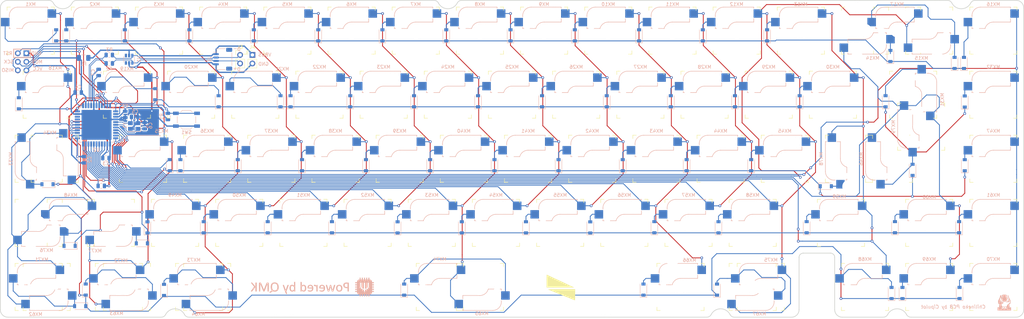
<source format=kicad_pcb>
(kicad_pcb (version 20171130) (host pcbnew "(5.1.10)-1")
  (layers (0 F.Cu signal) (31 B.Cu signal) (34 B.Paste user) (35 F.Paste user) (36 B.SilkS user) (37 F.SilkS user) (38 B.Mask user) (39 F.Mask user) (44 Edge.Cuts user))
  (net 0 "")
  (net 1 GND)
  (net 2 XTAL2)
  (net 3 XTAL1)
  (net 4 "Net-(D1-Pad2)")
  (net 5 ROW0)
  (net 6 "Net-(D2-Pad2)")
  (net 7 "Net-(D3-Pad2)")
  (net 8 "Net-(D4-Pad2)")
  (net 9 "Net-(D5-Pad2)")
  (net 10 "Net-(D6-Pad2)")
  (net 11 "Net-(D7-Pad2)")
  (net 12 "Net-(D8-Pad2)")
  (net 13 "Net-(D9-Pad2)")
  (net 14 "Net-(D10-Pad2)")
  (net 15 "Net-(D11-Pad2)")
  (net 16 "Net-(D12-Pad2)")
  (net 17 "Net-(D13-Pad2)")
  (net 18 "Net-(D14-Pad2)")
  (net 19 "Net-(D15-Pad2)")
  (net 20 "Net-(D16-Pad2)")
  (net 21 "Net-(D17-Pad2)")
  (net 22 ROW1)
  (net 23 "Net-(D18-Pad2)")
  (net 24 "Net-(D19-Pad2)")
  (net 25 "Net-(D20-Pad2)")
  (net 26 "Net-(D21-Pad2)")
  (net 27 "Net-(D22-Pad2)")
  (net 28 "Net-(D23-Pad2)")
  (net 29 "Net-(D24-Pad2)")
  (net 30 "Net-(D25-Pad2)")
  (net 31 "Net-(D26-Pad2)")
  (net 32 "Net-(D27-Pad2)")
  (net 33 "Net-(D28-Pad2)")
  (net 34 "Net-(D29-Pad2)")
  (net 35 "Net-(D30-Pad2)")
  (net 36 "Net-(D31-Pad2)")
  (net 37 "Net-(D32-Pad2)")
  (net 38 ROW2)
  (net 39 "Net-(D33-Pad2)")
  (net 40 "Net-(D34-Pad2)")
  (net 41 "Net-(D35-Pad2)")
  (net 42 "Net-(D36-Pad2)")
  (net 43 "Net-(D37-Pad2)")
  (net 44 "Net-(D38-Pad2)")
  (net 45 "Net-(D39-Pad2)")
  (net 46 "Net-(D40-Pad2)")
  (net 47 "Net-(D41-Pad2)")
  (net 48 "Net-(D42-Pad2)")
  (net 49 "Net-(D43-Pad2)")
  (net 50 "Net-(D44-Pad2)")
  (net 51 "Net-(D45-Pad2)")
  (net 52 "Net-(D46-Pad2)")
  (net 53 "Net-(D47-Pad2)")
  (net 54 ROW3)
  (net 55 "Net-(D48-Pad2)")
  (net 56 "Net-(D49-Pad2)")
  (net 57 "Net-(D50-Pad2)")
  (net 58 "Net-(D51-Pad2)")
  (net 59 "Net-(D52-Pad2)")
  (net 60 "Net-(D53-Pad2)")
  (net 61 "Net-(D54-Pad2)")
  (net 62 "Net-(D55-Pad2)")
  (net 63 "Net-(D56-Pad2)")
  (net 64 "Net-(D57-Pad2)")
  (net 65 "Net-(D58-Pad2)")
  (net 66 "Net-(D59-Pad2)")
  (net 67 "Net-(D60-Pad2)")
  (net 68 "Net-(D61-Pad2)")
  (net 69 ROW4)
  (net 70 "Net-(D62-Pad2)")
  (net 71 "Net-(D63-Pad2)")
  (net 72 "Net-(D64-Pad2)")
  (net 73 "Net-(D65-Pad2)")
  (net 74 "Net-(D66-Pad2)")
  (net 75 "Net-(D67-Pad2)")
  (net 76 "Net-(D68-Pad2)")
  (net 77 VBUS)
  (net 78 D+)
  (net 79 D-)
  (net 80 RESET)
  (net 81 MOSI)
  (net 82 SCK)
  (net 83 MISO)
  (net 84 COL0)
  (net 85 COL1)
  (net 86 COL2)
  (net 87 COL3)
  (net 88 COL4)
  (net 89 COL5)
  (net 90 COL6)
  (net 91 COL7)
  (net 92 COL8)
  (net 93 COL9)
  (net 94 COL10)
  (net 95 COL11)
  (net 96 COL12)
  (net 97 COL13)
  (net 98 COL14)
  (net 99 COL15)
  (net 100 "Net-(R4-Pad2)")
  (net 101 "Net-(U2-Pad42)")
  (net 102 "Net-(U2-Pad41)")
  (net 103 +5V)
  (net 104 /MCU_D+)
  (net 105 /MCU_D-)
  (net 106 "Net-(U1-Pad4)")
  (net 107 "Net-(U1-Pad3)")
  (net 108 "Net-(C7-Pad2)")
  (net 109 "Net-(D69-Pad2)")
  (net 110 "Net-(D70-Pad2)")
  (module Logos:chil (layer F.Cu) (at 166.37508 85.2)
    (fp_text reference G*** hide)
    (fp_text value LOGO hide)
  )
  (module Logos:qmk_logo (layer B.Cu) (at 92.54236 85.2 180)
    (fp_text reference G*** hide)
    (fp_text value LOGO hide)
  )
  (module Connector_PinHeader_2.54mm:PinHeader_1x02_P2.54mm_Vertical (layer F.Cu) (at 74.81824 16.22727)
    (fp_text reference J4 (at 0 -2.33) (layer F.SilkS))
    (fp_text value "VBUS Breakout")
    (pad 2 thru_hole oval (at 0 2.54) (size 1.7 1.7) (drill 1) (layers *.Cu *.Mask) (net 1 GND))
    (pad 1 thru_hole rect (at 0 0) (size 1.7 1.7) (drill 1) (layers *.Cu *.Mask) (net 77 VBUS))
  )
  (module Connector_PinHeader_2.54mm:PinHeader_1x02_P2.54mm_Vertical (layer F.Cu) (at 71.1708 16.22727)
    (fp_text reference J3 (at 0 -2.33) (layer F.SilkS))
    (fp_text value "DATA Breakout")
    (pad 2 thru_hole oval (at 0 2.54) (size 1.7 1.7) (drill 1) (layers *.Cu *.Mask) (net 78 D+))
    (pad 1 thru_hole circle (at 0 0) (size 1.7 1.7) (drill 1) (layers *.Cu *.Mask) (net 79 D-))
  )
  (module Keyswitches:Kailh_socket_MX_flippin (layer F.Cu) (at 42.3375 47.1)
    (fp_text reference MX35 (at 5.5161 -8.2126) (layer B.SilkS) (effects (justify mirror)))
    (fp_text value 1u)
    (pad 1 smd rect (at -7.56 -2.54) (size 2.55 2.5) (layers B.Cu B.Paste B.Mask) (net 39 "Net-(D33-Pad2)"))
    (pad "" np_thru_hole circle (at -5.08 0) (size 1.7018 1.7018) (drill 1.7018) (layers *.Cu *.Mask))
    (pad "" np_thru_hole circle (at 5.08 0) (size 1.7018 1.7018) (drill 1.7018) (layers *.Cu *.Mask))
    (pad "" np_thru_hole circle (at 0 0) (size 3.9878 3.9878) (drill 3.9878) (layers *.Cu *.Mask))
    (pad "" np_thru_hole circle (at -3.81 -2.54) (size 3 3) (drill 3) (layers *.Cu *.Mask))
    (pad "" np_thru_hole circle (at 2.54 -5.08) (size 3 3) (drill 3) (layers *.Cu *.Mask))
    (pad 2 smd rect (at 6.29 -5.08) (size 2.55 2.5) (layers B.Cu B.Paste B.Mask) (net 85 COL1))
  )
  (module Diode_SMD:D_SOD-123 (layer B.Cu) (at 50.275 49 90)
    (fp_text reference D33)
    (fp_text value 1N4148)
    (pad 2 smd rect (at 1.65 0 90) (size 0.9 1.2) (layers B.Cu B.Paste B.Mask) (net 39 "Net-(D33-Pad2)"))
    (pad 1 smd rect (at -1.65 0 90) (size 0.9 1.2) (layers B.Cu B.Paste B.Mask) (net 38 ROW2))
  )
  (module Keyswitches:Stabilizer_MX_2u (layer F.Cu) (at 273.31875 37.575 90)
    (fp_text reference REF** hide)
    (fp_text value Stabilizer_MX_2u hide)
    (pad "" np_thru_hole circle (at -11.9 -6.985 90) (size 3.048 3.048) (drill 3.048) (layers *.Cu *.Mask))
    (pad "" np_thru_hole circle (at 11.9 -6.985 90) (size 3.048 3.048) (drill 3.048) (layers *.Cu *.Mask))
    (pad "" np_thru_hole circle (at -11.9 8.255 90) (size 3.9878 3.9878) (drill 3.9878) (layers *.Cu *.Mask))
    (pad "" np_thru_hole circle (at 11.9 8.255 90) (size 3.9878 3.9878) (drill 3.9878) (layers *.Cu *.Mask))
  )
  (module Keyswitches:Kailh_socket_MX_flippin (layer F.Cu) (at 275.7 66.15)
    (fp_text reference MX60 (at 0.03224 -7.66396) (layer B.SilkS) (effects (justify mirror)))
    (fp_text value 1u)
    (pad 1 smd rect (at -7.56 -2.54) (size 2.55 2.5) (layers B.Cu B.Paste B.Mask) (net 65 "Net-(D58-Pad2)"))
    (pad "" np_thru_hole circle (at -5.08 0) (size 1.7018 1.7018) (drill 1.7018) (layers *.Cu *.Mask))
    (pad "" np_thru_hole circle (at 5.08 0) (size 1.7018 1.7018) (drill 1.7018) (layers *.Cu *.Mask))
    (pad "" np_thru_hole circle (at 0 0) (size 3.9878 3.9878) (drill 3.9878) (layers *.Cu *.Mask))
    (pad "" np_thru_hole circle (at -3.81 -2.54) (size 3 3) (drill 3) (layers *.Cu *.Mask))
    (pad "" np_thru_hole circle (at 2.54 -5.08) (size 3 3) (drill 3) (layers *.Cu *.Mask))
    (pad 2 smd rect (at 6.29 -5.08) (size 2.55 2.5) (layers B.Cu B.Paste B.Mask) (net 97 COL13))
  )
  (module Keyswitches:Kailh_socket_MX_flippin (layer F.Cu) (at 273.31875 37.575 90)
    (fp_text reference MX79 (at 0 -8.255 90) (layer B.SilkS) (effects (justify mirror)))
    (fp_text value ISO_Enter)
    (pad 1 smd rect (at -7.56 -2.54 90) (size 2.55 2.5) (layers B.Cu B.Paste B.Mask) (net 50 "Net-(D44-Pad2)"))
    (pad "" np_thru_hole circle (at -5.08 0 90) (size 1.7018 1.7018) (drill 1.7018) (layers *.Cu *.Mask))
    (pad "" np_thru_hole circle (at 5.08 0 90) (size 1.7018 1.7018) (drill 1.7018) (layers *.Cu *.Mask))
    (pad "" np_thru_hole circle (at 0 0 90) (size 3.9878 3.9878) (drill 3.9878) (layers *.Cu *.Mask))
    (pad "" np_thru_hole circle (at -3.81 -2.54 90) (size 3 3) (drill 3) (layers *.Cu *.Mask))
    (pad "" np_thru_hole circle (at 2.54 -5.08 90) (size 3 3) (drill 3) (layers *.Cu *.Mask))
    (pad 2 smd rect (at 6.29 -5.08 90) (size 2.55 2.5) (layers B.Cu B.Paste B.Mask) (net 97 COL13))
  )
  (module Keyswitches:Kailh_socket_MX_flippin (layer F.Cu) (at 251.8875 47.1 90)
    (fp_text reference MX78 (at 0 -8.255 90) (layer B.SilkS) (effects (justify mirror)))
    (fp_text value 1u)
    (pad 1 smd rect (at -7.56 -2.54 90) (size 2.55 2.5) (layers B.Cu B.Paste B.Mask) (net 110 "Net-(D70-Pad2)"))
    (pad "" np_thru_hole circle (at -5.08 0 90) (size 1.7018 1.7018) (drill 1.7018) (layers *.Cu *.Mask))
    (pad "" np_thru_hole circle (at 5.08 0 90) (size 1.7018 1.7018) (drill 1.7018) (layers *.Cu *.Mask))
    (pad "" np_thru_hole circle (at 0 0 90) (size 3.9878 3.9878) (drill 3.9878) (layers *.Cu *.Mask))
    (pad "" np_thru_hole circle (at -3.81 -2.54 90) (size 3 3) (drill 3) (layers *.Cu *.Mask))
    (pad "" np_thru_hole circle (at 2.54 -5.08 90) (size 3 3) (drill 3) (layers *.Cu *.Mask))
    (pad 2 smd rect (at 6.29 -5.08 90) (size 2.55 2.5) (layers B.Cu B.Paste B.Mask) (net 96 COL12))
  )
  (module Diode_SMD:D_SOD-123 (layer B.Cu) (at 245.0084 55.26532)
    (fp_text reference D70)
    (fp_text value 1N4148)
    (pad 2 smd rect (at 1.65 0) (size 0.9 1.2) (layers B.Cu B.Paste B.Mask) (net 110 "Net-(D70-Pad2)"))
    (pad 1 smd rect (at -1.65 0) (size 0.9 1.2) (layers B.Cu B.Paste B.Mask) (net 38 ROW2))
  )
  (module Diode_SMD:D_SOD-123 (layer B.Cu) (at 43.66768 67.5 90)
    (fp_text reference D47)
    (fp_text value 1N4148)
    (pad 2 smd rect (at 1.65 0 90) (size 0.9 1.2) (layers B.Cu B.Paste B.Mask) (net 53 "Net-(D47-Pad2)"))
    (pad 1 smd rect (at -1.65 0 90) (size 0.9 1.2) (layers B.Cu B.Paste B.Mask) (net 54 ROW3))
  )
  (module Keyswitches:Kailh_socket_MX_flippin (layer F.Cu) (at 32.8125 66.15 180)
    (fp_text reference MX77 (at 4.70486 -8.31264) (layer B.SilkS) (effects (justify mirror)))
    (fp_text value 1u)
    (pad 1 smd rect (at -7.56 -2.54 180) (size 2.55 2.5) (layers B.Cu B.Paste B.Mask) (net 109 "Net-(D69-Pad2)"))
    (pad "" np_thru_hole circle (at -5.08 0 180) (size 1.7018 1.7018) (drill 1.7018) (layers *.Cu *.Mask))
    (pad "" np_thru_hole circle (at 5.08 0 180) (size 1.7018 1.7018) (drill 1.7018) (layers *.Cu *.Mask))
    (pad "" np_thru_hole circle (at 0 0 180) (size 3.9878 3.9878) (drill 3.9878) (layers *.Cu *.Mask))
    (pad "" np_thru_hole circle (at -3.81 -2.54 180) (size 3 3) (drill 3) (layers *.Cu *.Mask))
    (pad "" np_thru_hole circle (at 2.54 -5.08 180) (size 3 3) (drill 3) (layers *.Cu *.Mask))
    (pad 2 smd rect (at 6.29 -5.08 180) (size 2.55 2.5) (layers B.Cu B.Paste B.Mask) (net 85 COL1))
  )
  (module Keyswitches:Kailh_socket_MX_flippin (layer F.Cu) (at 11.38125 66.15 180)
    (fp_text reference MX76 (at -2.32459 -8.145) (layer B.SilkS) (effects (justify mirror)))
    (fp_text value 1.25u)
    (pad 1 smd rect (at -7.56 -2.54 180) (size 2.55 2.5) (layers B.Cu B.Paste B.Mask) (net 52 "Net-(D46-Pad2)"))
    (pad "" np_thru_hole circle (at -5.08 0 180) (size 1.7018 1.7018) (drill 1.7018) (layers *.Cu *.Mask))
    (pad "" np_thru_hole circle (at 5.08 0 180) (size 1.7018 1.7018) (drill 1.7018) (layers *.Cu *.Mask))
    (pad "" np_thru_hole circle (at 0 0 180) (size 3.9878 3.9878) (drill 3.9878) (layers *.Cu *.Mask))
    (pad "" np_thru_hole circle (at -3.81 -2.54 180) (size 3 3) (drill 3) (layers *.Cu *.Mask))
    (pad "" np_thru_hole circle (at 2.54 -5.08 180) (size 3 3) (drill 3) (layers *.Cu *.Mask))
    (pad 2 smd rect (at 6.29 -5.08 180) (size 2.55 2.5) (layers B.Cu B.Paste B.Mask) (net 84 COL0))
  )
  (module Diode_SMD:D_SOD-123 (layer B.Cu) (at 42.00652 72.24268 180)
    (fp_text reference D69)
    (fp_text value 1N4148)
    (pad 2 smd rect (at 1.65 0 180) (size 0.9 1.2) (layers B.Cu B.Paste B.Mask) (net 109 "Net-(D69-Pad2)"))
    (pad 1 smd rect (at -1.65 0 180) (size 0.9 1.2) (layers B.Cu B.Paste B.Mask) (net 54 ROW3))
  )
  (module Keyswitches:Kailh_socket_MX_flippin (layer F.Cu) (at 225.69375 85.2)
    (fp_text reference MX75 (at 3.03325 -8.02972) (layer B.SilkS) (effects (justify mirror)))
    (fp_text value 1.25u)
    (pad 1 smd rect (at -7.56 -2.54) (size 2.55 2.5) (layers B.Cu B.Paste B.Mask) (net 73 "Net-(D65-Pad2)"))
    (pad "" np_thru_hole circle (at -5.08 0) (size 1.7018 1.7018) (drill 1.7018) (layers *.Cu *.Mask))
    (pad "" np_thru_hole circle (at 5.08 0) (size 1.7018 1.7018) (drill 1.7018) (layers *.Cu *.Mask))
    (pad "" np_thru_hole circle (at 0 0) (size 3.9878 3.9878) (drill 3.9878) (layers *.Cu *.Mask))
    (pad "" np_thru_hole circle (at -3.81 -2.54) (size 3 3) (drill 3) (layers *.Cu *.Mask))
    (pad "" np_thru_hole circle (at 2.54 -5.08) (size 3 3) (drill 3) (layers *.Cu *.Mask))
    (pad 2 smd rect (at 6.29 -5.08) (size 2.55 2.5) (layers B.Cu B.Paste B.Mask) (net 95 COL11))
  )
  (module Keyswitches:Kailh_socket_MX_flippin (layer F.Cu) (at 130.44375 85.2)
    (fp_text reference MX74 (at 0 -8.255) (layer B.SilkS) (effects (justify mirror)))
    (fp_text value 6.25u)
    (pad 1 smd rect (at -7.56 -2.54) (size 2.55 2.5) (layers B.Cu B.Paste B.Mask) (net 71 "Net-(D63-Pad2)"))
    (pad "" np_thru_hole circle (at -5.08 0) (size 1.7018 1.7018) (drill 1.7018) (layers *.Cu *.Mask))
    (pad "" np_thru_hole circle (at 5.08 0) (size 1.7018 1.7018) (drill 1.7018) (layers *.Cu *.Mask))
    (pad "" np_thru_hole circle (at 0 0) (size 3.9878 3.9878) (drill 3.9878) (layers *.Cu *.Mask))
    (pad "" np_thru_hole circle (at -3.81 -2.54) (size 3 3) (drill 3) (layers *.Cu *.Mask))
    (pad "" np_thru_hole circle (at 2.54 -5.08) (size 3 3) (drill 3) (layers *.Cu *.Mask))
    (pad 2 smd rect (at 6.29 -5.08) (size 2.55 2.5) (layers B.Cu B.Paste B.Mask) (net 90 COL6))
  )
  (module Keyswitches:Kailh_socket_MX_flippin (layer F.Cu) (at 59.00625 85.2)
    (fp_text reference MX73 (at -1.56669 -8.01448) (layer B.SilkS) (effects (justify mirror)))
    (fp_text value 1.25u)
    (pad 1 smd rect (at -7.56 -2.54) (size 2.55 2.5) (layers B.Cu B.Paste B.Mask) (net 70 "Net-(D62-Pad2)"))
    (pad "" np_thru_hole circle (at -5.08 0) (size 1.7018 1.7018) (drill 1.7018) (layers *.Cu *.Mask))
    (pad "" np_thru_hole circle (at 5.08 0) (size 1.7018 1.7018) (drill 1.7018) (layers *.Cu *.Mask))
    (pad "" np_thru_hole circle (at 0 0) (size 3.9878 3.9878) (drill 3.9878) (layers *.Cu *.Mask))
    (pad "" np_thru_hole circle (at -3.81 -2.54) (size 3 3) (drill 3) (layers *.Cu *.Mask))
    (pad "" np_thru_hole circle (at 2.54 -5.08) (size 3 3) (drill 3) (layers *.Cu *.Mask))
    (pad 2 smd rect (at 6.29 -5.08) (size 2.55 2.5) (layers B.Cu B.Paste B.Mask) (net 86 COL2))
  )
  (module Keyswitches:Kailh_socket_MX_flippin (layer F.Cu) (at 35.19375 85.2)
    (fp_text reference MX72 (at 0.61517 -7.85192) (layer B.SilkS) (effects (justify mirror)))
    (fp_text value 1.25u)
    (pad 1 smd rect (at -7.56 -2.54) (size 2.55 2.5) (layers B.Cu B.Paste B.Mask) (net 68 "Net-(D61-Pad2)"))
    (pad "" np_thru_hole circle (at -5.08 0) (size 1.7018 1.7018) (drill 1.7018) (layers *.Cu *.Mask))
    (pad "" np_thru_hole circle (at 5.08 0) (size 1.7018 1.7018) (drill 1.7018) (layers *.Cu *.Mask))
    (pad "" np_thru_hole circle (at 0 0) (size 3.9878 3.9878) (drill 3.9878) (layers *.Cu *.Mask))
    (pad "" np_thru_hole circle (at -3.81 -2.54) (size 3 3) (drill 3) (layers *.Cu *.Mask))
    (pad "" np_thru_hole circle (at 2.54 -5.08) (size 3 3) (drill 3) (layers *.Cu *.Mask))
    (pad 2 smd rect (at 6.29 -5.08) (size 2.55 2.5) (layers B.Cu B.Paste B.Mask) (net 85 COL1))
  )
  (module Keyswitches:Kailh_socket_MX_flippin (layer F.Cu) (at 11.38125 85.2)
    (fp_text reference MX71 (at 0.86663 -8.13132) (layer B.SilkS) (effects (justify mirror)))
    (fp_text value 1.25u)
    (pad 1 smd rect (at -7.56 -2.54) (size 2.55 2.5) (layers B.Cu B.Paste B.Mask) (net 67 "Net-(D60-Pad2)"))
    (pad "" np_thru_hole circle (at -5.08 0) (size 1.7018 1.7018) (drill 1.7018) (layers *.Cu *.Mask))
    (pad "" np_thru_hole circle (at 5.08 0) (size 1.7018 1.7018) (drill 1.7018) (layers *.Cu *.Mask))
    (pad "" np_thru_hole circle (at 0 0) (size 3.9878 3.9878) (drill 3.9878) (layers *.Cu *.Mask))
    (pad "" np_thru_hole circle (at -3.81 -2.54) (size 3 3) (drill 3) (layers *.Cu *.Mask))
    (pad "" np_thru_hole circle (at 2.54 -5.08) (size 3 3) (drill 3) (layers *.Cu *.Mask))
    (pad 2 smd rect (at 6.29 -5.08) (size 2.55 2.5) (layers B.Cu B.Paste B.Mask) (net 84 COL0))
  )
  (module Keyswitches:Kailh_socket_MX_flippin (layer F.Cu) (at 294.75 85.2)
    (fp_text reference MX70 (at 0 -8.255) (layer B.SilkS) (effects (justify mirror)))
    (fp_text value 1u)
    (pad 1 smd rect (at -7.56 -2.54) (size 2.55 2.5) (layers B.Cu B.Paste B.Mask) (net 76 "Net-(D68-Pad2)"))
    (pad "" np_thru_hole circle (at -5.08 0) (size 1.7018 1.7018) (drill 1.7018) (layers *.Cu *.Mask))
    (pad "" np_thru_hole circle (at 5.08 0) (size 1.7018 1.7018) (drill 1.7018) (layers *.Cu *.Mask))
    (pad "" np_thru_hole circle (at 0 0) (size 3.9878 3.9878) (drill 3.9878) (layers *.Cu *.Mask))
    (pad "" np_thru_hole circle (at -3.81 -2.54) (size 3 3) (drill 3) (layers *.Cu *.Mask))
    (pad "" np_thru_hole circle (at 2.54 -5.08) (size 3 3) (drill 3) (layers *.Cu *.Mask))
    (pad 2 smd rect (at 6.29 -5.08) (size 2.55 2.5) (layers B.Cu B.Paste B.Mask) (net 99 COL15))
  )
  (module Keyswitches:Kailh_socket_MX_flippin (layer F.Cu) (at 275.7 85.2)
    (fp_text reference MX69 (at 0 -8.255) (layer B.SilkS) (effects (justify mirror)))
    (fp_text value 1u)
    (pad 1 smd rect (at -7.56 -2.54) (size 2.55 2.5) (layers B.Cu B.Paste B.Mask) (net 75 "Net-(D67-Pad2)"))
    (pad "" np_thru_hole circle (at -5.08 0) (size 1.7018 1.7018) (drill 1.7018) (layers *.Cu *.Mask))
    (pad "" np_thru_hole circle (at 5.08 0) (size 1.7018 1.7018) (drill 1.7018) (layers *.Cu *.Mask))
    (pad "" np_thru_hole circle (at 0 0) (size 3.9878 3.9878) (drill 3.9878) (layers *.Cu *.Mask))
    (pad "" np_thru_hole circle (at -3.81 -2.54) (size 3 3) (drill 3) (layers *.Cu *.Mask))
    (pad "" np_thru_hole circle (at 2.54 -5.08) (size 3 3) (drill 3) (layers *.Cu *.Mask))
    (pad 2 smd rect (at 6.29 -5.08) (size 2.55 2.5) (layers B.Cu B.Paste B.Mask) (net 97 COL13))
  )
  (module Keyswitches:Kailh_socket_MX_flippin (layer F.Cu) (at 256.65 85.2)
    (fp_text reference MX68 (at 0 -8.255) (layer B.SilkS) (effects (justify mirror)))
    (fp_text value 1u)
    (pad 1 smd rect (at -7.56 -2.54) (size 2.55 2.5) (layers B.Cu B.Paste B.Mask) (net 74 "Net-(D66-Pad2)"))
    (pad "" np_thru_hole circle (at -5.08 0) (size 1.7018 1.7018) (drill 1.7018) (layers *.Cu *.Mask))
    (pad "" np_thru_hole circle (at 5.08 0) (size 1.7018 1.7018) (drill 1.7018) (layers *.Cu *.Mask))
    (pad "" np_thru_hole circle (at 0 0) (size 3.9878 3.9878) (drill 3.9878) (layers *.Cu *.Mask))
    (pad "" np_thru_hole circle (at -3.81 -2.54) (size 3 3) (drill 3) (layers *.Cu *.Mask))
    (pad "" np_thru_hole circle (at 2.54 -5.08) (size 3 3) (drill 3) (layers *.Cu *.Mask))
    (pad 2 smd rect (at 6.29 -5.08) (size 2.55 2.5) (layers B.Cu B.Paste B.Mask) (net 96 COL12))
  )
  (module Keyswitches:Kailh_socket_MX_flippin (layer F.Cu) (at 223.3125 85.2 180)
    (fp_text reference MX67 (at -2.0023 -7.98908) (layer B.SilkS) (effects (justify mirror)))
    (fp_text value 1.5u)
    (pad 1 smd rect (at -7.56 -2.54 180) (size 2.55 2.5) (layers B.Cu B.Paste B.Mask) (net 73 "Net-(D65-Pad2)"))
    (pad "" np_thru_hole circle (at -5.08 0 180) (size 1.7018 1.7018) (drill 1.7018) (layers *.Cu *.Mask))
    (pad "" np_thru_hole circle (at 5.08 0 180) (size 1.7018 1.7018) (drill 1.7018) (layers *.Cu *.Mask))
    (pad "" np_thru_hole circle (at 0 0 180) (size 3.9878 3.9878) (drill 3.9878) (layers *.Cu *.Mask))
    (pad "" np_thru_hole circle (at -3.81 -2.54 180) (size 3 3) (drill 3) (layers *.Cu *.Mask))
    (pad "" np_thru_hole circle (at 2.54 -5.08 180) (size 3 3) (drill 3) (layers *.Cu *.Mask))
    (pad 2 smd rect (at 6.29 -5.08 180) (size 2.55 2.5) (layers B.Cu B.Paste B.Mask) (net 95 COL11))
  )
  (module Keyswitches:Kailh_socket_MX_flippin (layer F.Cu) (at 201.88125 85.2)
    (fp_text reference MX66 (at 2.68019 -7.96876) (layer B.SilkS) (effects (justify mirror)))
    (fp_text value 1.25u)
    (pad 1 smd rect (at -7.56 -2.54) (size 2.55 2.5) (layers B.Cu B.Paste B.Mask) (net 72 "Net-(D64-Pad2)"))
    (pad "" np_thru_hole circle (at -5.08 0) (size 1.7018 1.7018) (drill 1.7018) (layers *.Cu *.Mask))
    (pad "" np_thru_hole circle (at 5.08 0) (size 1.7018 1.7018) (drill 1.7018) (layers *.Cu *.Mask))
    (pad "" np_thru_hole circle (at 0 0) (size 3.9878 3.9878) (drill 3.9878) (layers *.Cu *.Mask))
    (pad "" np_thru_hole circle (at -3.81 -2.54) (size 3 3) (drill 3) (layers *.Cu *.Mask))
    (pad "" np_thru_hole circle (at 2.54 -5.08) (size 3 3) (drill 3) (layers *.Cu *.Mask))
    (pad 2 smd rect (at 6.29 -5.08) (size 2.55 2.5) (layers B.Cu B.Paste B.Mask) (net 93 COL9))
  )
  (module Keyswitches:Kailh_socket_MX_flippin (layer F.Cu) (at 142.35 85.2 180)
    (fp_text reference MX65 (at -0.56564 -7.88084) (layer B.SilkS) (effects (justify mirror)))
    (fp_text value 7u)
    (pad 1 smd rect (at -7.56 -2.54 180) (size 2.55 2.5) (layers B.Cu B.Paste B.Mask) (net 71 "Net-(D63-Pad2)"))
    (pad "" np_thru_hole circle (at -5.08 0 180) (size 1.7018 1.7018) (drill 1.7018) (layers *.Cu *.Mask))
    (pad "" np_thru_hole circle (at 5.08 0 180) (size 1.7018 1.7018) (drill 1.7018) (layers *.Cu *.Mask))
    (pad "" np_thru_hole circle (at 0 0 180) (size 3.9878 3.9878) (drill 3.9878) (layers *.Cu *.Mask))
    (pad "" np_thru_hole circle (at -3.81 -2.54 180) (size 3 3) (drill 3) (layers *.Cu *.Mask))
    (pad "" np_thru_hole circle (at 2.54 -5.08 180) (size 3 3) (drill 3) (layers *.Cu *.Mask))
    (pad 2 smd rect (at 6.29 -5.08 180) (size 2.55 2.5) (layers B.Cu B.Paste B.Mask) (net 90 COL6))
  )
  (module Keyswitches:Kailh_socket_MX_flippin (layer F.Cu) (at 61.3875 85.2 180)
    (fp_text reference MX64 (at 2.60018 -8.05512) (layer B.SilkS) (effects (justify mirror)))
    (fp_text value 1.5u)
    (pad 1 smd rect (at -7.56 -2.54 180) (size 2.55 2.5) (layers B.Cu B.Paste B.Mask) (net 70 "Net-(D62-Pad2)"))
    (pad "" np_thru_hole circle (at -5.08 0 180) (size 1.7018 1.7018) (drill 1.7018) (layers *.Cu *.Mask))
    (pad "" np_thru_hole circle (at 5.08 0 180) (size 1.7018 1.7018) (drill 1.7018) (layers *.Cu *.Mask))
    (pad "" np_thru_hole circle (at 0 0 180) (size 3.9878 3.9878) (drill 3.9878) (layers *.Cu *.Mask))
    (pad "" np_thru_hole circle (at -3.81 -2.54 180) (size 3 3) (drill 3) (layers *.Cu *.Mask))
    (pad "" np_thru_hole circle (at 2.54 -5.08 180) (size 3 3) (drill 3) (layers *.Cu *.Mask))
    (pad 2 smd rect (at 6.29 -5.08 180) (size 2.55 2.5) (layers B.Cu B.Paste B.Mask) (net 86 COL2))
  )
  (module Keyswitches:Kailh_socket_MX_flippin (layer F.Cu) (at 37.575 85.2 180)
    (fp_text reference MX63 (at 3.08024 -7.85192) (layer B.SilkS) (effects (justify mirror)))
    (fp_text value 1u)
    (pad 1 smd rect (at -7.56 -2.54 180) (size 2.55 2.5) (layers B.Cu B.Paste B.Mask) (net 68 "Net-(D61-Pad2)"))
    (pad "" np_thru_hole circle (at -5.08 0 180) (size 1.7018 1.7018) (drill 1.7018) (layers *.Cu *.Mask))
    (pad "" np_thru_hole circle (at 5.08 0 180) (size 1.7018 1.7018) (drill 1.7018) (layers *.Cu *.Mask))
    (pad "" np_thru_hole circle (at 0 0 180) (size 3.9878 3.9878) (drill 3.9878) (layers *.Cu *.Mask))
    (pad "" np_thru_hole circle (at -3.81 -2.54 180) (size 3 3) (drill 3) (layers *.Cu *.Mask))
    (pad "" np_thru_hole circle (at 2.54 -5.08 180) (size 3 3) (drill 3) (layers *.Cu *.Mask))
    (pad 2 smd rect (at 6.29 -5.08 180) (size 2.55 2.5) (layers B.Cu B.Paste B.Mask) (net 85 COL1))
  )
  (module Keyswitches:Kailh_socket_MX_flippin (layer F.Cu) (at 13.7625 85.2 180)
    (fp_text reference MX62 (at 3.30122 -8.13132) (layer B.SilkS) (effects (justify mirror)))
    (fp_text value 1.5u)
    (pad 1 smd rect (at -7.56 -2.54 180) (size 2.55 2.5) (layers B.Cu B.Paste B.Mask) (net 67 "Net-(D60-Pad2)"))
    (pad "" np_thru_hole circle (at -5.08 0 180) (size 1.7018 1.7018) (drill 1.7018) (layers *.Cu *.Mask))
    (pad "" np_thru_hole circle (at 5.08 0 180) (size 1.7018 1.7018) (drill 1.7018) (layers *.Cu *.Mask))
    (pad "" np_thru_hole circle (at 0 0 180) (size 3.9878 3.9878) (drill 3.9878) (layers *.Cu *.Mask))
    (pad "" np_thru_hole circle (at -3.81 -2.54 180) (size 3 3) (drill 3) (layers *.Cu *.Mask))
    (pad "" np_thru_hole circle (at 2.54 -5.08 180) (size 3 3) (drill 3) (layers *.Cu *.Mask))
    (pad 2 smd rect (at 6.29 -5.08 180) (size 2.55 2.5) (layers B.Cu B.Paste B.Mask) (net 84 COL0))
  )
  (module Keyswitches:Kailh_socket_MX_flippin (layer F.Cu) (at 294.75 66.15)
    (fp_text reference MX61 (at 0 -8.255) (layer B.SilkS) (effects (justify mirror)))
    (fp_text value 1u)
    (pad 1 smd rect (at -7.56 -2.54) (size 2.55 2.5) (layers B.Cu B.Paste B.Mask) (net 66 "Net-(D59-Pad2)"))
    (pad "" np_thru_hole circle (at -5.08 0) (size 1.7018 1.7018) (drill 1.7018) (layers *.Cu *.Mask))
    (pad "" np_thru_hole circle (at 5.08 0) (size 1.7018 1.7018) (drill 1.7018) (layers *.Cu *.Mask))
    (pad "" np_thru_hole circle (at 0 0) (size 3.9878 3.9878) (drill 3.9878) (layers *.Cu *.Mask))
    (pad "" np_thru_hole circle (at -3.81 -2.54) (size 3 3) (drill 3) (layers *.Cu *.Mask))
    (pad "" np_thru_hole circle (at 2.54 -5.08) (size 3 3) (drill 3) (layers *.Cu *.Mask))
    (pad 2 smd rect (at 6.29 -5.08) (size 2.55 2.5) (layers B.Cu B.Paste B.Mask) (net 99 COL15))
  )
  (module Keyswitches:Kailh_socket_MX_flippin (layer F.Cu) (at 249.50625 66.15)
    (fp_text reference MX59 (at -0.48465 -7.8316) (layer B.SilkS) (effects (justify mirror)))
    (fp_text value 1.75u)
    (pad 1 smd rect (at -7.56 -2.54) (size 2.55 2.5) (layers B.Cu B.Paste B.Mask) (net 64 "Net-(D57-Pad2)"))
    (pad "" np_thru_hole circle (at -5.08 0) (size 1.7018 1.7018) (drill 1.7018) (layers *.Cu *.Mask))
    (pad "" np_thru_hole circle (at 5.08 0) (size 1.7018 1.7018) (drill 1.7018) (layers *.Cu *.Mask))
    (pad "" np_thru_hole circle (at 0 0) (size 3.9878 3.9878) (drill 3.9878) (layers *.Cu *.Mask))
    (pad "" np_thru_hole circle (at -3.81 -2.54) (size 3 3) (drill 3) (layers *.Cu *.Mask))
    (pad "" np_thru_hole circle (at 2.54 -5.08) (size 3 3) (drill 3) (layers *.Cu *.Mask))
    (pad 2 smd rect (at 6.29 -5.08) (size 2.55 2.5) (layers B.Cu B.Paste B.Mask) (net 96 COL12))
  )
  (module Keyswitches:Kailh_socket_MX_flippin (layer F.Cu) (at 223.3125 66.15)
    (fp_text reference MX58 (at 0 -8.255) (layer B.SilkS) (effects (justify mirror)))
    (fp_text value 1u)
    (pad 1 smd rect (at -7.56 -2.54) (size 2.55 2.5) (layers B.Cu B.Paste B.Mask) (net 63 "Net-(D56-Pad2)"))
    (pad "" np_thru_hole circle (at -5.08 0) (size 1.7018 1.7018) (drill 1.7018) (layers *.Cu *.Mask))
    (pad "" np_thru_hole circle (at 5.08 0) (size 1.7018 1.7018) (drill 1.7018) (layers *.Cu *.Mask))
    (pad "" np_thru_hole circle (at 0 0) (size 3.9878 3.9878) (drill 3.9878) (layers *.Cu *.Mask))
    (pad "" np_thru_hole circle (at -3.81 -2.54) (size 3 3) (drill 3) (layers *.Cu *.Mask))
    (pad "" np_thru_hole circle (at 2.54 -5.08) (size 3 3) (drill 3) (layers *.Cu *.Mask))
    (pad 2 smd rect (at 6.29 -5.08) (size 2.55 2.5) (layers B.Cu B.Paste B.Mask) (net 95 COL11))
  )
  (module Keyswitches:Kailh_socket_MX_flippin (layer F.Cu) (at 204.2625 66.15)
    (fp_text reference MX57 (at 0 -8.255) (layer B.SilkS) (effects (justify mirror)))
    (fp_text value 1u)
    (pad 1 smd rect (at -7.56 -2.54) (size 2.55 2.5) (layers B.Cu B.Paste B.Mask) (net 62 "Net-(D55-Pad2)"))
    (pad "" np_thru_hole circle (at -5.08 0) (size 1.7018 1.7018) (drill 1.7018) (layers *.Cu *.Mask))
    (pad "" np_thru_hole circle (at 5.08 0) (size 1.7018 1.7018) (drill 1.7018) (layers *.Cu *.Mask))
    (pad "" np_thru_hole circle (at 0 0) (size 3.9878 3.9878) (drill 3.9878) (layers *.Cu *.Mask))
    (pad "" np_thru_hole circle (at -3.81 -2.54) (size 3 3) (drill 3) (layers *.Cu *.Mask))
    (pad "" np_thru_hole circle (at 2.54 -5.08) (size 3 3) (drill 3) (layers *.Cu *.Mask))
    (pad 2 smd rect (at 6.29 -5.08) (size 2.55 2.5) (layers B.Cu B.Paste B.Mask) (net 94 COL10))
  )
  (module Keyswitches:Kailh_socket_MX_flippin (layer F.Cu) (at 185.2125 66.15)
    (fp_text reference MX56 (at 0 -8.255) (layer B.SilkS) (effects (justify mirror)))
    (fp_text value 1u)
    (pad 1 smd rect (at -7.56 -2.54) (size 2.55 2.5) (layers B.Cu B.Paste B.Mask) (net 61 "Net-(D54-Pad2)"))
    (pad "" np_thru_hole circle (at -5.08 0) (size 1.7018 1.7018) (drill 1.7018) (layers *.Cu *.Mask))
    (pad "" np_thru_hole circle (at 5.08 0) (size 1.7018 1.7018) (drill 1.7018) (layers *.Cu *.Mask))
    (pad "" np_thru_hole circle (at 0 0) (size 3.9878 3.9878) (drill 3.9878) (layers *.Cu *.Mask))
    (pad "" np_thru_hole circle (at -3.81 -2.54) (size 3 3) (drill 3) (layers *.Cu *.Mask))
    (pad "" np_thru_hole circle (at 2.54 -5.08) (size 3 3) (drill 3) (layers *.Cu *.Mask))
    (pad 2 smd rect (at 6.29 -5.08) (size 2.55 2.5) (layers B.Cu B.Paste B.Mask) (net 93 COL9))
  )
  (module Keyswitches:Kailh_socket_MX_flippin (layer F.Cu) (at 166.1625 66.15)
    (fp_text reference MX55 (at 0 -8.255) (layer B.SilkS) (effects (justify mirror)))
    (fp_text value 1u)
    (pad 1 smd rect (at -7.56 -2.54) (size 2.55 2.5) (layers B.Cu B.Paste B.Mask) (net 60 "Net-(D53-Pad2)"))
    (pad "" np_thru_hole circle (at -5.08 0) (size 1.7018 1.7018) (drill 1.7018) (layers *.Cu *.Mask))
    (pad "" np_thru_hole circle (at 5.08 0) (size 1.7018 1.7018) (drill 1.7018) (layers *.Cu *.Mask))
    (pad "" np_thru_hole circle (at 0 0) (size 3.9878 3.9878) (drill 3.9878) (layers *.Cu *.Mask))
    (pad "" np_thru_hole circle (at -3.81 -2.54) (size 3 3) (drill 3) (layers *.Cu *.Mask))
    (pad "" np_thru_hole circle (at 2.54 -5.08) (size 3 3) (drill 3) (layers *.Cu *.Mask))
    (pad 2 smd rect (at 6.29 -5.08) (size 2.55 2.5) (layers B.Cu B.Paste B.Mask) (net 92 COL8))
  )
  (module Keyswitches:Kailh_socket_MX_flippin (layer F.Cu) (at 147.1125 66.15)
    (fp_text reference MX54 (at 0 -8.255) (layer B.SilkS) (effects (justify mirror)))
    (fp_text value 1u)
    (pad 1 smd rect (at -7.56 -2.54) (size 2.55 2.5) (layers B.Cu B.Paste B.Mask) (net 59 "Net-(D52-Pad2)"))
    (pad "" np_thru_hole circle (at -5.08 0) (size 1.7018 1.7018) (drill 1.7018) (layers *.Cu *.Mask))
    (pad "" np_thru_hole circle (at 5.08 0) (size 1.7018 1.7018) (drill 1.7018) (layers *.Cu *.Mask))
    (pad "" np_thru_hole circle (at 0 0) (size 3.9878 3.9878) (drill 3.9878) (layers *.Cu *.Mask))
    (pad "" np_thru_hole circle (at -3.81 -2.54) (size 3 3) (drill 3) (layers *.Cu *.Mask))
    (pad "" np_thru_hole circle (at 2.54 -5.08) (size 3 3) (drill 3) (layers *.Cu *.Mask))
    (pad 2 smd rect (at 6.29 -5.08) (size 2.55 2.5) (layers B.Cu B.Paste B.Mask) (net 91 COL7))
  )
  (module Keyswitches:Kailh_socket_MX_flippin (layer F.Cu) (at 128.0625 66.15)
    (fp_text reference MX53 (at 0 -8.255) (layer B.SilkS) (effects (justify mirror)))
    (fp_text value 1u)
    (pad 1 smd rect (at -7.56 -2.54) (size 2.55 2.5) (layers B.Cu B.Paste B.Mask) (net 58 "Net-(D51-Pad2)"))
    (pad "" np_thru_hole circle (at -5.08 0) (size 1.7018 1.7018) (drill 1.7018) (layers *.Cu *.Mask))
    (pad "" np_thru_hole circle (at 5.08 0) (size 1.7018 1.7018) (drill 1.7018) (layers *.Cu *.Mask))
    (pad "" np_thru_hole circle (at 0 0) (size 3.9878 3.9878) (drill 3.9878) (layers *.Cu *.Mask))
    (pad "" np_thru_hole circle (at -3.81 -2.54) (size 3 3) (drill 3) (layers *.Cu *.Mask))
    (pad "" np_thru_hole circle (at 2.54 -5.08) (size 3 3) (drill 3) (layers *.Cu *.Mask))
    (pad 2 smd rect (at 6.29 -5.08) (size 2.55 2.5) (layers B.Cu B.Paste B.Mask) (net 90 COL6))
  )
  (module Keyswitches:Kailh_socket_MX_flippin (layer F.Cu) (at 109.0125 66.15)
    (fp_text reference MX52 (at 0 -8.255) (layer B.SilkS) (effects (justify mirror)))
    (fp_text value 1u)
    (pad 1 smd rect (at -7.56 -2.54) (size 2.55 2.5) (layers B.Cu B.Paste B.Mask) (net 57 "Net-(D50-Pad2)"))
    (pad "" np_thru_hole circle (at -5.08 0) (size 1.7018 1.7018) (drill 1.7018) (layers *.Cu *.Mask))
    (pad "" np_thru_hole circle (at 5.08 0) (size 1.7018 1.7018) (drill 1.7018) (layers *.Cu *.Mask))
    (pad "" np_thru_hole circle (at 0 0) (size 3.9878 3.9878) (drill 3.9878) (layers *.Cu *.Mask))
    (pad "" np_thru_hole circle (at -3.81 -2.54) (size 3 3) (drill 3) (layers *.Cu *.Mask))
    (pad "" np_thru_hole circle (at 2.54 -5.08) (size 3 3) (drill 3) (layers *.Cu *.Mask))
    (pad 2 smd rect (at 6.29 -5.08) (size 2.55 2.5) (layers B.Cu B.Paste B.Mask) (net 89 COL5))
  )
  (module Keyswitches:Kailh_socket_MX_flippin (layer F.Cu) (at 89.9625 66.15)
    (fp_text reference MX51 (at 0 -8.255) (layer B.SilkS) (effects (justify mirror)))
    (fp_text value 1u)
    (pad 1 smd rect (at -7.56 -2.54) (size 2.55 2.5) (layers B.Cu B.Paste B.Mask) (net 56 "Net-(D49-Pad2)"))
    (pad "" np_thru_hole circle (at -5.08 0) (size 1.7018 1.7018) (drill 1.7018) (layers *.Cu *.Mask))
    (pad "" np_thru_hole circle (at 5.08 0) (size 1.7018 1.7018) (drill 1.7018) (layers *.Cu *.Mask))
    (pad "" np_thru_hole circle (at 0 0) (size 3.9878 3.9878) (drill 3.9878) (layers *.Cu *.Mask))
    (pad "" np_thru_hole circle (at -3.81 -2.54) (size 3 3) (drill 3) (layers *.Cu *.Mask))
    (pad "" np_thru_hole circle (at 2.54 -5.08) (size 3 3) (drill 3) (layers *.Cu *.Mask))
    (pad 2 smd rect (at 6.29 -5.08) (size 2.55 2.5) (layers B.Cu B.Paste B.Mask) (net 88 COL4))
  )
  (module Keyswitches:Kailh_socket_MX_flippin (layer F.Cu) (at 70.9125 66.15)
    (fp_text reference MX50 (at 0 -8.255) (layer B.SilkS) (effects (justify mirror)))
    (fp_text value 1u)
    (pad 1 smd rect (at -7.56 -2.54) (size 2.55 2.5) (layers B.Cu B.Paste B.Mask) (net 55 "Net-(D48-Pad2)"))
    (pad "" np_thru_hole circle (at -5.08 0) (size 1.7018 1.7018) (drill 1.7018) (layers *.Cu *.Mask))
    (pad "" np_thru_hole circle (at 5.08 0) (size 1.7018 1.7018) (drill 1.7018) (layers *.Cu *.Mask))
    (pad "" np_thru_hole circle (at 0 0) (size 3.9878 3.9878) (drill 3.9878) (layers *.Cu *.Mask))
    (pad "" np_thru_hole circle (at -3.81 -2.54) (size 3 3) (drill 3) (layers *.Cu *.Mask))
    (pad "" np_thru_hole circle (at 2.54 -5.08) (size 3 3) (drill 3) (layers *.Cu *.Mask))
    (pad 2 smd rect (at 6.29 -5.08) (size 2.55 2.5) (layers B.Cu B.Paste B.Mask) (net 87 COL3))
  )
  (module Keyswitches:Kailh_socket_MX_flippin (layer F.Cu) (at 51.8625 66.15)
    (fp_text reference MX49 (at 0 -8.255) (layer B.SilkS) (effects (justify mirror)))
    (fp_text value 1u)
    (pad 1 smd rect (at -7.56 -2.54) (size 2.55 2.5) (layers B.Cu B.Paste B.Mask) (net 53 "Net-(D47-Pad2)"))
    (pad "" np_thru_hole circle (at -5.08 0) (size 1.7018 1.7018) (drill 1.7018) (layers *.Cu *.Mask))
    (pad "" np_thru_hole circle (at 5.08 0) (size 1.7018 1.7018) (drill 1.7018) (layers *.Cu *.Mask))
    (pad "" np_thru_hole circle (at 0 0) (size 3.9878 3.9878) (drill 3.9878) (layers *.Cu *.Mask))
    (pad "" np_thru_hole circle (at -3.81 -2.54) (size 3 3) (drill 3) (layers *.Cu *.Mask))
    (pad "" np_thru_hole circle (at 2.54 -5.08) (size 3 3) (drill 3) (layers *.Cu *.Mask))
    (pad 2 smd rect (at 6.29 -5.08) (size 2.55 2.5) (layers B.Cu B.Paste B.Mask) (net 86 COL2))
  )
  (module Keyswitches:Kailh_socket_MX_flippin (layer F.Cu) (at 20.90625 66.15)
    (fp_text reference MX48 (at 0 -8.255) (layer B.SilkS) (effects (justify mirror)))
    (fp_text value 2.25u)
    (pad 1 smd rect (at -7.56 -2.54) (size 2.55 2.5) (layers B.Cu B.Paste B.Mask) (net 52 "Net-(D46-Pad2)"))
    (pad "" np_thru_hole circle (at -5.08 0) (size 1.7018 1.7018) (drill 1.7018) (layers *.Cu *.Mask))
    (pad "" np_thru_hole circle (at 5.08 0) (size 1.7018 1.7018) (drill 1.7018) (layers *.Cu *.Mask))
    (pad "" np_thru_hole circle (at 0 0) (size 3.9878 3.9878) (drill 3.9878) (layers *.Cu *.Mask))
    (pad "" np_thru_hole circle (at -3.81 -2.54) (size 3 3) (drill 3) (layers *.Cu *.Mask))
    (pad "" np_thru_hole circle (at 2.54 -5.08) (size 3 3) (drill 3) (layers *.Cu *.Mask))
    (pad 2 smd rect (at 6.29 -5.08) (size 2.55 2.5) (layers B.Cu B.Paste B.Mask) (net 84 COL0))
  )
  (module Keyswitches:Kailh_socket_MX_flippin (layer F.Cu) (at 294.75 47.1)
    (fp_text reference MX47 (at 0 -8.255) (layer B.SilkS) (effects (justify mirror)))
    (fp_text value 1u)
    (pad 1 smd rect (at -7.56 -2.54) (size 2.55 2.5) (layers B.Cu B.Paste B.Mask) (net 51 "Net-(D45-Pad2)"))
    (pad "" np_thru_hole circle (at -5.08 0) (size 1.7018 1.7018) (drill 1.7018) (layers *.Cu *.Mask))
    (pad "" np_thru_hole circle (at 5.08 0) (size 1.7018 1.7018) (drill 1.7018) (layers *.Cu *.Mask))
    (pad "" np_thru_hole circle (at 0 0) (size 3.9878 3.9878) (drill 3.9878) (layers *.Cu *.Mask))
    (pad "" np_thru_hole circle (at -3.81 -2.54) (size 3 3) (drill 3) (layers *.Cu *.Mask))
    (pad "" np_thru_hole circle (at 2.54 -5.08) (size 3 3) (drill 3) (layers *.Cu *.Mask))
    (pad 2 smd rect (at 6.29 -5.08) (size 2.55 2.5) (layers B.Cu B.Paste B.Mask) (net 99 COL15))
  )
  (module Keyswitches:Kailh_socket_MX_flippin (layer F.Cu) (at 263.79375 47.1 90)
    (fp_text reference MX46 (at 0 -8.255 90) (layer B.SilkS) (effects (justify mirror)))
    (fp_text value 2.25u)
    (pad 1 smd rect (at -7.56 -2.54 90) (size 2.55 2.5) (layers B.Cu B.Paste B.Mask) (net 50 "Net-(D44-Pad2)"))
    (pad "" np_thru_hole circle (at -5.08 0 90) (size 1.7018 1.7018) (drill 1.7018) (layers *.Cu *.Mask))
    (pad "" np_thru_hole circle (at 5.08 0 90) (size 1.7018 1.7018) (drill 1.7018) (layers *.Cu *.Mask))
    (pad "" np_thru_hole circle (at 0 0 90) (size 3.9878 3.9878) (drill 3.9878) (layers *.Cu *.Mask))
    (pad "" np_thru_hole circle (at -3.81 -2.54 90) (size 3 3) (drill 3) (layers *.Cu *.Mask))
    (pad "" np_thru_hole circle (at 2.54 -5.08 90) (size 3 3) (drill 3) (layers *.Cu *.Mask))
    (pad 2 smd rect (at 6.29 -5.08 90) (size 2.55 2.5) (layers B.Cu B.Paste B.Mask) (net 97 COL13))
  )
  (module Keyswitches:Kailh_socket_MX_flippin (layer F.Cu) (at 232.8375 47.1)
    (fp_text reference MX45 (at 0 -8.255) (layer B.SilkS) (effects (justify mirror)))
    (fp_text value 1u)
    (pad 1 smd rect (at -7.56 -2.54) (size 2.55 2.5) (layers B.Cu B.Paste B.Mask) (net 49 "Net-(D43-Pad2)"))
    (pad "" np_thru_hole circle (at -5.08 0) (size 1.7018 1.7018) (drill 1.7018) (layers *.Cu *.Mask))
    (pad "" np_thru_hole circle (at 5.08 0) (size 1.7018 1.7018) (drill 1.7018) (layers *.Cu *.Mask))
    (pad "" np_thru_hole circle (at 0 0) (size 3.9878 3.9878) (drill 3.9878) (layers *.Cu *.Mask))
    (pad "" np_thru_hole circle (at -3.81 -2.54) (size 3 3) (drill 3) (layers *.Cu *.Mask))
    (pad "" np_thru_hole circle (at 2.54 -5.08) (size 3 3) (drill 3) (layers *.Cu *.Mask))
    (pad 2 smd rect (at 6.29 -5.08) (size 2.55 2.5) (layers B.Cu B.Paste B.Mask) (net 95 COL11))
  )
  (module Keyswitches:Kailh_socket_MX_flippin (layer F.Cu) (at 213.7875 47.1)
    (fp_text reference MX44 (at 0 -8.255) (layer B.SilkS) (effects (justify mirror)))
    (fp_text value 1u)
    (pad 1 smd rect (at -7.56 -2.54) (size 2.55 2.5) (layers B.Cu B.Paste B.Mask) (net 48 "Net-(D42-Pad2)"))
    (pad "" np_thru_hole circle (at -5.08 0) (size 1.7018 1.7018) (drill 1.7018) (layers *.Cu *.Mask))
    (pad "" np_thru_hole circle (at 5.08 0) (size 1.7018 1.7018) (drill 1.7018) (layers *.Cu *.Mask))
    (pad "" np_thru_hole circle (at 0 0) (size 3.9878 3.9878) (drill 3.9878) (layers *.Cu *.Mask))
    (pad "" np_thru_hole circle (at -3.81 -2.54) (size 3 3) (drill 3) (layers *.Cu *.Mask))
    (pad "" np_thru_hole circle (at 2.54 -5.08) (size 3 3) (drill 3) (layers *.Cu *.Mask))
    (pad 2 smd rect (at 6.29 -5.08) (size 2.55 2.5) (layers B.Cu B.Paste B.Mask) (net 94 COL10))
  )
  (module Keyswitches:Kailh_socket_MX_flippin (layer F.Cu) (at 194.7375 47.1)
    (fp_text reference MX43 (at 0 -8.255) (layer B.SilkS) (effects (justify mirror)))
    (fp_text value 1u)
    (pad 1 smd rect (at -7.56 -2.54) (size 2.55 2.5) (layers B.Cu B.Paste B.Mask) (net 47 "Net-(D41-Pad2)"))
    (pad "" np_thru_hole circle (at -5.08 0) (size 1.7018 1.7018) (drill 1.7018) (layers *.Cu *.Mask))
    (pad "" np_thru_hole circle (at 5.08 0) (size 1.7018 1.7018) (drill 1.7018) (layers *.Cu *.Mask))
    (pad "" np_thru_hole circle (at 0 0) (size 3.9878 3.9878) (drill 3.9878) (layers *.Cu *.Mask))
    (pad "" np_thru_hole circle (at -3.81 -2.54) (size 3 3) (drill 3) (layers *.Cu *.Mask))
    (pad "" np_thru_hole circle (at 2.54 -5.08) (size 3 3) (drill 3) (layers *.Cu *.Mask))
    (pad 2 smd rect (at 6.29 -5.08) (size 2.55 2.5) (layers B.Cu B.Paste B.Mask) (net 93 COL9))
  )
  (module Keyswitches:Kailh_socket_MX_flippin (layer F.Cu) (at 175.6875 47.1)
    (fp_text reference MX42 (at 0 -8.255) (layer B.SilkS) (effects (justify mirror)))
    (fp_text value 1u)
    (pad 1 smd rect (at -7.56 -2.54) (size 2.55 2.5) (layers B.Cu B.Paste B.Mask) (net 46 "Net-(D40-Pad2)"))
    (pad "" np_thru_hole circle (at -5.08 0) (size 1.7018 1.7018) (drill 1.7018) (layers *.Cu *.Mask))
    (pad "" np_thru_hole circle (at 5.08 0) (size 1.7018 1.7018) (drill 1.7018) (layers *.Cu *.Mask))
    (pad "" np_thru_hole circle (at 0 0) (size 3.9878 3.9878) (drill 3.9878) (layers *.Cu *.Mask))
    (pad "" np_thru_hole circle (at -3.81 -2.54) (size 3 3) (drill 3) (layers *.Cu *.Mask))
    (pad "" np_thru_hole circle (at 2.54 -5.08) (size 3 3) (drill 3) (layers *.Cu *.Mask))
    (pad 2 smd rect (at 6.29 -5.08) (size 2.55 2.5) (layers B.Cu B.Paste B.Mask) (net 92 COL8))
  )
  (module Keyswitches:Kailh_socket_MX_flippin (layer F.Cu) (at 156.6375 47.1)
    (fp_text reference MX41 (at 0 -8.255) (layer B.SilkS) (effects (justify mirror)))
    (fp_text value 1u)
    (pad 1 smd rect (at -7.56 -2.54) (size 2.55 2.5) (layers B.Cu B.Paste B.Mask) (net 45 "Net-(D39-Pad2)"))
    (pad "" np_thru_hole circle (at -5.08 0) (size 1.7018 1.7018) (drill 1.7018) (layers *.Cu *.Mask))
    (pad "" np_thru_hole circle (at 5.08 0) (size 1.7018 1.7018) (drill 1.7018) (layers *.Cu *.Mask))
    (pad "" np_thru_hole circle (at 0 0) (size 3.9878 3.9878) (drill 3.9878) (layers *.Cu *.Mask))
    (pad "" np_thru_hole circle (at -3.81 -2.54) (size 3 3) (drill 3) (layers *.Cu *.Mask))
    (pad "" np_thru_hole circle (at 2.54 -5.08) (size 3 3) (drill 3) (layers *.Cu *.Mask))
    (pad 2 smd rect (at 6.29 -5.08) (size 2.55 2.5) (layers B.Cu B.Paste B.Mask) (net 91 COL7))
  )
  (module Keyswitches:Kailh_socket_MX_flippin (layer F.Cu) (at 137.5875 47.1)
    (fp_text reference MX40 (at 0 -8.255) (layer B.SilkS) (effects (justify mirror)))
    (fp_text value 1u)
    (pad 1 smd rect (at -7.56 -2.54) (size 2.55 2.5) (layers B.Cu B.Paste B.Mask) (net 44 "Net-(D38-Pad2)"))
    (pad "" np_thru_hole circle (at -5.08 0) (size 1.7018 1.7018) (drill 1.7018) (layers *.Cu *.Mask))
    (pad "" np_thru_hole circle (at 5.08 0) (size 1.7018 1.7018) (drill 1.7018) (layers *.Cu *.Mask))
    (pad "" np_thru_hole circle (at 0 0) (size 3.9878 3.9878) (drill 3.9878) (layers *.Cu *.Mask))
    (pad "" np_thru_hole circle (at -3.81 -2.54) (size 3 3) (drill 3) (layers *.Cu *.Mask))
    (pad "" np_thru_hole circle (at 2.54 -5.08) (size 3 3) (drill 3) (layers *.Cu *.Mask))
    (pad 2 smd rect (at 6.29 -5.08) (size 2.55 2.5) (layers B.Cu B.Paste B.Mask) (net 90 COL6))
  )
  (module Keyswitches:Kailh_socket_MX_flippin (layer F.Cu) (at 118.5375 47.1)
    (fp_text reference MX39 (at 0 -8.255) (layer B.SilkS) (effects (justify mirror)))
    (fp_text value 1u)
    (pad 1 smd rect (at -7.56 -2.54) (size 2.55 2.5) (layers B.Cu B.Paste B.Mask) (net 43 "Net-(D37-Pad2)"))
    (pad "" np_thru_hole circle (at -5.08 0) (size 1.7018 1.7018) (drill 1.7018) (layers *.Cu *.Mask))
    (pad "" np_thru_hole circle (at 5.08 0) (size 1.7018 1.7018) (drill 1.7018) (layers *.Cu *.Mask))
    (pad "" np_thru_hole circle (at 0 0) (size 3.9878 3.9878) (drill 3.9878) (layers *.Cu *.Mask))
    (pad "" np_thru_hole circle (at -3.81 -2.54) (size 3 3) (drill 3) (layers *.Cu *.Mask))
    (pad "" np_thru_hole circle (at 2.54 -5.08) (size 3 3) (drill 3) (layers *.Cu *.Mask))
    (pad 2 smd rect (at 6.29 -5.08) (size 2.55 2.5) (layers B.Cu B.Paste B.Mask) (net 89 COL5))
  )
  (module Keyswitches:Kailh_socket_MX_flippin (layer F.Cu) (at 99.4875 47.1)
    (fp_text reference MX38 (at 0 -8.255) (layer B.SilkS) (effects (justify mirror)))
    (fp_text value 1u)
    (pad 1 smd rect (at -7.56 -2.54) (size 2.55 2.5) (layers B.Cu B.Paste B.Mask) (net 42 "Net-(D36-Pad2)"))
    (pad "" np_thru_hole circle (at -5.08 0) (size 1.7018 1.7018) (drill 1.7018) (layers *.Cu *.Mask))
    (pad "" np_thru_hole circle (at 5.08 0) (size 1.7018 1.7018) (drill 1.7018) (layers *.Cu *.Mask))
    (pad "" np_thru_hole circle (at 0 0) (size 3.9878 3.9878) (drill 3.9878) (layers *.Cu *.Mask))
    (pad "" np_thru_hole circle (at -3.81 -2.54) (size 3 3) (drill 3) (layers *.Cu *.Mask))
    (pad "" np_thru_hole circle (at 2.54 -5.08) (size 3 3) (drill 3) (layers *.Cu *.Mask))
    (pad 2 smd rect (at 6.29 -5.08) (size 2.55 2.5) (layers B.Cu B.Paste B.Mask) (net 88 COL4))
  )
  (module Keyswitches:Kailh_socket_MX_flippin (layer F.Cu) (at 80.4375 47.1)
    (fp_text reference MX37 (at 0 -8.255) (layer B.SilkS) (effects (justify mirror)))
    (fp_text value 1u)
    (pad 1 smd rect (at -7.56 -2.54) (size 2.55 2.5) (layers B.Cu B.Paste B.Mask) (net 41 "Net-(D35-Pad2)"))
    (pad "" np_thru_hole circle (at -5.08 0) (size 1.7018 1.7018) (drill 1.7018) (layers *.Cu *.Mask))
    (pad "" np_thru_hole circle (at 5.08 0) (size 1.7018 1.7018) (drill 1.7018) (layers *.Cu *.Mask))
    (pad "" np_thru_hole circle (at 0 0) (size 3.9878 3.9878) (drill 3.9878) (layers *.Cu *.Mask))
    (pad "" np_thru_hole circle (at -3.81 -2.54) (size 3 3) (drill 3) (layers *.Cu *.Mask))
    (pad "" np_thru_hole circle (at 2.54 -5.08) (size 3 3) (drill 3) (layers *.Cu *.Mask))
    (pad 2 smd rect (at 6.29 -5.08) (size 2.55 2.5) (layers B.Cu B.Paste B.Mask) (net 87 COL3))
  )
  (module Keyswitches:Kailh_socket_MX_flippin (layer F.Cu) (at 61.3875 47.1)
    (fp_text reference MX36 (at 0 -8.255) (layer B.SilkS) (effects (justify mirror)))
    (fp_text value 1u)
    (pad 1 smd rect (at -7.56 -2.54) (size 2.55 2.5) (layers B.Cu B.Paste B.Mask) (net 40 "Net-(D34-Pad2)"))
    (pad "" np_thru_hole circle (at -5.08 0) (size 1.7018 1.7018) (drill 1.7018) (layers *.Cu *.Mask))
    (pad "" np_thru_hole circle (at 5.08 0) (size 1.7018 1.7018) (drill 1.7018) (layers *.Cu *.Mask))
    (pad "" np_thru_hole circle (at 0 0) (size 3.9878 3.9878) (drill 3.9878) (layers *.Cu *.Mask))
    (pad "" np_thru_hole circle (at -3.81 -2.54) (size 3 3) (drill 3) (layers *.Cu *.Mask))
    (pad "" np_thru_hole circle (at 2.54 -5.08) (size 3 3) (drill 3) (layers *.Cu *.Mask))
    (pad 2 smd rect (at 6.29 -5.08) (size 2.55 2.5) (layers B.Cu B.Paste B.Mask) (net 86 COL2))
  )
  (module Keyswitches:Kailh_socket_MX_flippin (layer F.Cu) (at 16.14375 47.1 270)
    (fp_text reference MX34 (at -7.73 1.44731 180) (layer B.SilkS) (effects (justify mirror)))
    (fp_text value 1.75u)
    (pad 2 smd rect (at 6.29 -5.08 270) (size 2.55 2.5) (layers B.Cu B.Paste B.Mask) (net 84 COL0))
    (pad "" np_thru_hole circle (at 2.54 -5.08 270) (size 3 3) (drill 3) (layers *.Cu *.Mask))
    (pad "" np_thru_hole circle (at -3.81 -2.54 270) (size 3 3) (drill 3) (layers *.Cu *.Mask))
    (pad "" np_thru_hole circle (at 0 0 270) (size 3.9878 3.9878) (drill 3.9878) (layers *.Cu *.Mask))
    (pad "" np_thru_hole circle (at 5.08 0 270) (size 1.7018 1.7018) (drill 1.7018) (layers *.Cu *.Mask))
    (pad "" np_thru_hole circle (at -5.08 0 270) (size 1.7018 1.7018) (drill 1.7018) (layers *.Cu *.Mask))
    (pad 1 smd rect (at -7.56 -2.54 270) (size 2.55 2.5) (layers B.Cu B.Paste B.Mask) (net 37 "Net-(D32-Pad2)"))
  )
  (module Keyswitches:Kailh_socket_MX_flippin (layer F.Cu) (at 11.38125 47.1 90)
    (fp_text reference MX33 (at 0 -8.255 90) (layer B.SilkS) (effects (justify mirror)))
    (fp_text value 1.25u)
    (pad 1 smd rect (at -7.56 -2.54 90) (size 2.55 2.5) (layers B.Cu B.Paste B.Mask) (net 37 "Net-(D32-Pad2)"))
    (pad "" np_thru_hole circle (at -5.08 0 90) (size 1.7018 1.7018) (drill 1.7018) (layers *.Cu *.Mask))
    (pad "" np_thru_hole circle (at 5.08 0 90) (size 1.7018 1.7018) (drill 1.7018) (layers *.Cu *.Mask))
    (pad "" np_thru_hole circle (at 0 0 90) (size 3.9878 3.9878) (drill 3.9878) (layers *.Cu *.Mask))
    (pad "" np_thru_hole circle (at -3.81 -2.54 90) (size 3 3) (drill 3) (layers *.Cu *.Mask))
    (pad "" np_thru_hole circle (at 2.54 -5.08 90) (size 3 3) (drill 3) (layers *.Cu *.Mask))
    (pad 2 smd rect (at 6.29 -5.08 90) (size 2.55 2.5) (layers B.Cu B.Paste B.Mask) (net 84 COL0))
  )
  (module Keyswitches:Kailh_socket_MX_flippin (layer F.Cu) (at 294.75 28.05)
    (fp_text reference MX32 (at 0 -8.255) (layer B.SilkS) (effects (justify mirror)))
    (fp_text value 1u)
    (pad 1 smd rect (at -7.56 -2.54) (size 2.55 2.5) (layers B.Cu B.Paste B.Mask) (net 36 "Net-(D31-Pad2)"))
    (pad "" np_thru_hole circle (at -5.08 0) (size 1.7018 1.7018) (drill 1.7018) (layers *.Cu *.Mask))
    (pad "" np_thru_hole circle (at 5.08 0) (size 1.7018 1.7018) (drill 1.7018) (layers *.Cu *.Mask))
    (pad "" np_thru_hole circle (at 0 0) (size 3.9878 3.9878) (drill 3.9878) (layers *.Cu *.Mask))
    (pad "" np_thru_hole circle (at -3.81 -2.54) (size 3 3) (drill 3) (layers *.Cu *.Mask))
    (pad "" np_thru_hole circle (at 2.54 -5.08) (size 3 3) (drill 3) (layers *.Cu *.Mask))
    (pad 2 smd rect (at 6.29 -5.08) (size 2.55 2.5) (layers B.Cu B.Paste B.Mask) (net 99 COL15))
  )
  (module Keyswitches:Kailh_socket_MX_flippin (layer F.Cu) (at 270.9375 28.05 270)
    (fp_text reference MX31 (at 1.46988 -8.65554 90) (layer B.SilkS) (effects (justify mirror)))
    (fp_text value 1.5u)
    (pad 1 smd rect (at -7.56 -2.54 270) (size 2.55 2.5) (layers B.Cu B.Paste B.Mask) (net 35 "Net-(D30-Pad2)"))
    (pad "" np_thru_hole circle (at -5.08 0 270) (size 1.7018 1.7018) (drill 1.7018) (layers *.Cu *.Mask))
    (pad "" np_thru_hole circle (at 5.08 0 270) (size 1.7018 1.7018) (drill 1.7018) (layers *.Cu *.Mask))
    (pad "" np_thru_hole circle (at 0 0 270) (size 3.9878 3.9878) (drill 3.9878) (layers *.Cu *.Mask))
    (pad "" np_thru_hole circle (at -3.81 -2.54 270) (size 3 3) (drill 3) (layers *.Cu *.Mask))
    (pad "" np_thru_hole circle (at 2.54 -5.08 270) (size 3 3) (drill 3) (layers *.Cu *.Mask))
    (pad 2 smd rect (at 6.29 -5.08 270) (size 2.55 2.5) (layers B.Cu B.Paste B.Mask) (net 97 COL13))
  )
  (module Keyswitches:Kailh_socket_MX_flippin (layer F.Cu) (at 247.125 28.05)
    (fp_text reference MX30 (at 0 -8.255) (layer B.SilkS) (effects (justify mirror)))
    (fp_text value 1u)
    (pad 1 smd rect (at -7.56 -2.54) (size 2.55 2.5) (layers B.Cu B.Paste B.Mask) (net 34 "Net-(D29-Pad2)"))
    (pad "" np_thru_hole circle (at -5.08 0) (size 1.7018 1.7018) (drill 1.7018) (layers *.Cu *.Mask))
    (pad "" np_thru_hole circle (at 5.08 0) (size 1.7018 1.7018) (drill 1.7018) (layers *.Cu *.Mask))
    (pad "" np_thru_hole circle (at 0 0) (size 3.9878 3.9878) (drill 3.9878) (layers *.Cu *.Mask))
    (pad "" np_thru_hole circle (at -3.81 -2.54) (size 3 3) (drill 3) (layers *.Cu *.Mask))
    (pad "" np_thru_hole circle (at 2.54 -5.08) (size 3 3) (drill 3) (layers *.Cu *.Mask))
    (pad 2 smd rect (at 6.29 -5.08) (size 2.55 2.5) (layers B.Cu B.Paste B.Mask) (net 96 COL12))
  )
  (module Keyswitches:Kailh_socket_MX_flippin (layer F.Cu) (at 228.075 28.05)
    (fp_text reference MX29 (at 0 -8.255) (layer B.SilkS) (effects (justify mirror)))
    (fp_text value 1u)
    (pad 1 smd rect (at -7.56 -2.54) (size 2.55 2.5) (layers B.Cu B.Paste B.Mask) (net 33 "Net-(D28-Pad2)"))
    (pad "" np_thru_hole circle (at -5.08 0) (size 1.7018 1.7018) (drill 1.7018) (layers *.Cu *.Mask))
    (pad "" np_thru_hole circle (at 5.08 0) (size 1.7018 1.7018) (drill 1.7018) (layers *.Cu *.Mask))
    (pad "" np_thru_hole circle (at 0 0) (size 3.9878 3.9878) (drill 3.9878) (layers *.Cu *.Mask))
    (pad "" np_thru_hole circle (at -3.81 -2.54) (size 3 3) (drill 3) (layers *.Cu *.Mask))
    (pad "" np_thru_hole circle (at 2.54 -5.08) (size 3 3) (drill 3) (layers *.Cu *.Mask))
    (pad 2 smd rect (at 6.29 -5.08) (size 2.55 2.5) (layers B.Cu B.Paste B.Mask) (net 95 COL11))
  )
  (module Keyswitches:Kailh_socket_MX_flippin (layer F.Cu) (at 209.025 28.05)
    (fp_text reference MX28 (at 0 -8.255) (layer B.SilkS) (effects (justify mirror)))
    (fp_text value 1u)
    (pad 1 smd rect (at -7.56 -2.54) (size 2.55 2.5) (layers B.Cu B.Paste B.Mask) (net 32 "Net-(D27-Pad2)"))
    (pad "" np_thru_hole circle (at -5.08 0) (size 1.7018 1.7018) (drill 1.7018) (layers *.Cu *.Mask))
    (pad "" np_thru_hole circle (at 5.08 0) (size 1.7018 1.7018) (drill 1.7018) (layers *.Cu *.Mask))
    (pad "" np_thru_hole circle (at 0 0) (size 3.9878 3.9878) (drill 3.9878) (layers *.Cu *.Mask))
    (pad "" np_thru_hole circle (at -3.81 -2.54) (size 3 3) (drill 3) (layers *.Cu *.Mask))
    (pad "" np_thru_hole circle (at 2.54 -5.08) (size 3 3) (drill 3) (layers *.Cu *.Mask))
    (pad 2 smd rect (at 6.29 -5.08) (size 2.55 2.5) (layers B.Cu B.Paste B.Mask) (net 94 COL10))
  )
  (module Keyswitches:Kailh_socket_MX_flippin (layer F.Cu) (at 189.975 28.05)
    (fp_text reference MX27 (at 0 -8.255) (layer B.SilkS) (effects (justify mirror)))
    (fp_text value 1u)
    (pad 1 smd rect (at -7.56 -2.54) (size 2.55 2.5) (layers B.Cu B.Paste B.Mask) (net 31 "Net-(D26-Pad2)"))
    (pad "" np_thru_hole circle (at -5.08 0) (size 1.7018 1.7018) (drill 1.7018) (layers *.Cu *.Mask))
    (pad "" np_thru_hole circle (at 5.08 0) (size 1.7018 1.7018) (drill 1.7018) (layers *.Cu *.Mask))
    (pad "" np_thru_hole circle (at 0 0) (size 3.9878 3.9878) (drill 3.9878) (layers *.Cu *.Mask))
    (pad "" np_thru_hole circle (at -3.81 -2.54) (size 3 3) (drill 3) (layers *.Cu *.Mask))
    (pad "" np_thru_hole circle (at 2.54 -5.08) (size 3 3) (drill 3) (layers *.Cu *.Mask))
    (pad 2 smd rect (at 6.29 -5.08) (size 2.55 2.5) (layers B.Cu B.Paste B.Mask) (net 93 COL9))
  )
  (module Keyswitches:Kailh_socket_MX_flippin (layer F.Cu) (at 170.925 28.05)
    (fp_text reference MX26 (at 0 -8.255) (layer B.SilkS) (effects (justify mirror)))
    (fp_text value 1u)
    (pad 1 smd rect (at -7.56 -2.54) (size 2.55 2.5) (layers B.Cu B.Paste B.Mask) (net 30 "Net-(D25-Pad2)"))
    (pad "" np_thru_hole circle (at -5.08 0) (size 1.7018 1.7018) (drill 1.7018) (layers *.Cu *.Mask))
    (pad "" np_thru_hole circle (at 5.08 0) (size 1.7018 1.7018) (drill 1.7018) (layers *.Cu *.Mask))
    (pad "" np_thru_hole circle (at 0 0) (size 3.9878 3.9878) (drill 3.9878) (layers *.Cu *.Mask))
    (pad "" np_thru_hole circle (at -3.81 -2.54) (size 3 3) (drill 3) (layers *.Cu *.Mask))
    (pad "" np_thru_hole circle (at 2.54 -5.08) (size 3 3) (drill 3) (layers *.Cu *.Mask))
    (pad 2 smd rect (at 6.29 -5.08) (size 2.55 2.5) (layers B.Cu B.Paste B.Mask) (net 92 COL8))
  )
  (module Keyswitches:Kailh_socket_MX_flippin (layer F.Cu) (at 151.875 28.05)
    (fp_text reference MX25 (at 0 -8.255) (layer B.SilkS) (effects (justify mirror)))
    (fp_text value 1u)
    (pad 1 smd rect (at -7.56 -2.54) (size 2.55 2.5) (layers B.Cu B.Paste B.Mask) (net 29 "Net-(D24-Pad2)"))
    (pad "" np_thru_hole circle (at -5.08 0) (size 1.7018 1.7018) (drill 1.7018) (layers *.Cu *.Mask))
    (pad "" np_thru_hole circle (at 5.08 0) (size 1.7018 1.7018) (drill 1.7018) (layers *.Cu *.Mask))
    (pad "" np_thru_hole circle (at 0 0) (size 3.9878 3.9878) (drill 3.9878) (layers *.Cu *.Mask))
    (pad "" np_thru_hole circle (at -3.81 -2.54) (size 3 3) (drill 3) (layers *.Cu *.Mask))
    (pad "" np_thru_hole circle (at 2.54 -5.08) (size 3 3) (drill 3) (layers *.Cu *.Mask))
    (pad 2 smd rect (at 6.29 -5.08) (size 2.55 2.5) (layers B.Cu B.Paste B.Mask) (net 91 COL7))
  )
  (module Keyswitches:Kailh_socket_MX_flippin (layer F.Cu) (at 132.825 28.05)
    (fp_text reference MX24 (at 0 -8.255) (layer B.SilkS) (effects (justify mirror)))
    (fp_text value 1u)
    (pad 1 smd rect (at -7.56 -2.54) (size 2.55 2.5) (layers B.Cu B.Paste B.Mask) (net 28 "Net-(D23-Pad2)"))
    (pad "" np_thru_hole circle (at -5.08 0) (size 1.7018 1.7018) (drill 1.7018) (layers *.Cu *.Mask))
    (pad "" np_thru_hole circle (at 5.08 0) (size 1.7018 1.7018) (drill 1.7018) (layers *.Cu *.Mask))
    (pad "" np_thru_hole circle (at 0 0) (size 3.9878 3.9878) (drill 3.9878) (layers *.Cu *.Mask))
    (pad "" np_thru_hole circle (at -3.81 -2.54) (size 3 3) (drill 3) (layers *.Cu *.Mask))
    (pad "" np_thru_hole circle (at 2.54 -5.08) (size 3 3) (drill 3) (layers *.Cu *.Mask))
    (pad 2 smd rect (at 6.29 -5.08) (size 2.55 2.5) (layers B.Cu B.Paste B.Mask) (net 90 COL6))
  )
  (module Keyswitches:Kailh_socket_MX_flippin (layer F.Cu) (at 113.775 28.05)
    (fp_text reference MX23 (at 0 -8.255) (layer B.SilkS) (effects (justify mirror)))
    (fp_text value 1u)
    (pad 1 smd rect (at -7.56 -2.54) (size 2.55 2.5) (layers B.Cu B.Paste B.Mask) (net 27 "Net-(D22-Pad2)"))
    (pad "" np_thru_hole circle (at -5.08 0) (size 1.7018 1.7018) (drill 1.7018) (layers *.Cu *.Mask))
    (pad "" np_thru_hole circle (at 5.08 0) (size 1.7018 1.7018) (drill 1.7018) (layers *.Cu *.Mask))
    (pad "" np_thru_hole circle (at 0 0) (size 3.9878 3.9878) (drill 3.9878) (layers *.Cu *.Mask))
    (pad "" np_thru_hole circle (at -3.81 -2.54) (size 3 3) (drill 3) (layers *.Cu *.Mask))
    (pad "" np_thru_hole circle (at 2.54 -5.08) (size 3 3) (drill 3) (layers *.Cu *.Mask))
    (pad 2 smd rect (at 6.29 -5.08) (size 2.55 2.5) (layers B.Cu B.Paste B.Mask) (net 89 COL5))
  )
  (module Keyswitches:Kailh_socket_MX_flippin (layer F.Cu) (at 94.725 28.05)
    (fp_text reference MX22 (at 0 -8.255) (layer B.SilkS) (effects (justify mirror)))
    (fp_text value 1u)
    (pad 1 smd rect (at -7.56 -2.54) (size 2.55 2.5) (layers B.Cu B.Paste B.Mask) (net 26 "Net-(D21-Pad2)"))
    (pad "" np_thru_hole circle (at -5.08 0) (size 1.7018 1.7018) (drill 1.7018) (layers *.Cu *.Mask))
    (pad "" np_thru_hole circle (at 5.08 0) (size 1.7018 1.7018) (drill 1.7018) (layers *.Cu *.Mask))
    (pad "" np_thru_hole circle (at 0 0) (size 3.9878 3.9878) (drill 3.9878) (layers *.Cu *.Mask))
    (pad "" np_thru_hole circle (at -3.81 -2.54) (size 3 3) (drill 3) (layers *.Cu *.Mask))
    (pad "" np_thru_hole circle (at 2.54 -5.08) (size 3 3) (drill 3) (layers *.Cu *.Mask))
    (pad 2 smd rect (at 6.29 -5.08) (size 2.55 2.5) (layers B.Cu B.Paste B.Mask) (net 88 COL4))
  )
  (module Keyswitches:Kailh_socket_MX_flippin (layer F.Cu) (at 75.675 28.05)
    (fp_text reference MX21 (at 8.03324 -7.6538) (layer B.SilkS) (effects (justify mirror)))
    (fp_text value 1u)
    (pad 1 smd rect (at -7.56 -2.54) (size 2.55 2.5) (layers B.Cu B.Paste B.Mask) (net 25 "Net-(D20-Pad2)"))
    (pad "" np_thru_hole circle (at -5.08 0) (size 1.7018 1.7018) (drill 1.7018) (layers *.Cu *.Mask))
    (pad "" np_thru_hole circle (at 5.08 0) (size 1.7018 1.7018) (drill 1.7018) (layers *.Cu *.Mask))
    (pad "" np_thru_hole circle (at 0 0) (size 3.9878 3.9878) (drill 3.9878) (layers *.Cu *.Mask))
    (pad "" np_thru_hole circle (at -3.81 -2.54) (size 3 3) (drill 3) (layers *.Cu *.Mask))
    (pad "" np_thru_hole circle (at 2.54 -5.08) (size 3 3) (drill 3) (layers *.Cu *.Mask))
    (pad 2 smd rect (at 6.29 -5.08) (size 2.55 2.5) (layers B.Cu B.Paste B.Mask) (net 87 COL3))
  )
  (module Keyswitches:Kailh_socket_MX_flippin (layer F.Cu) (at 56.625 28.05)
    (fp_text reference MX20 (at 0 -8.255) (layer B.SilkS) (effects (justify mirror)))
    (fp_text value 1u)
    (pad 1 smd rect (at -7.56 -2.54) (size 2.55 2.5) (layers B.Cu B.Paste B.Mask) (net 24 "Net-(D19-Pad2)"))
    (pad "" np_thru_hole circle (at -5.08 0) (size 1.7018 1.7018) (drill 1.7018) (layers *.Cu *.Mask))
    (pad "" np_thru_hole circle (at 5.08 0) (size 1.7018 1.7018) (drill 1.7018) (layers *.Cu *.Mask))
    (pad "" np_thru_hole circle (at 0 0) (size 3.9878 3.9878) (drill 3.9878) (layers *.Cu *.Mask))
    (pad "" np_thru_hole circle (at -3.81 -2.54) (size 3 3) (drill 3) (layers *.Cu *.Mask))
    (pad "" np_thru_hole circle (at 2.54 -5.08) (size 3 3) (drill 3) (layers *.Cu *.Mask))
    (pad 2 smd rect (at 6.29 -5.08) (size 2.55 2.5) (layers B.Cu B.Paste B.Mask) (net 86 COL2))
  )
  (module Keyswitches:Kailh_socket_MX_flippin (layer F.Cu) (at 37.575 28.05)
    (fp_text reference MX19 (at 0.03224 -7.71984) (layer B.SilkS) (effects (justify mirror)))
    (fp_text value 1u)
    (pad 1 smd rect (at -7.56 -2.54) (size 2.55 2.5) (layers B.Cu B.Paste B.Mask) (net 23 "Net-(D18-Pad2)"))
    (pad "" np_thru_hole circle (at -5.08 0) (size 1.7018 1.7018) (drill 1.7018) (layers *.Cu *.Mask))
    (pad "" np_thru_hole circle (at 5.08 0) (size 1.7018 1.7018) (drill 1.7018) (layers *.Cu *.Mask))
    (pad "" np_thru_hole circle (at 0 0) (size 3.9878 3.9878) (drill 3.9878) (layers *.Cu *.Mask))
    (pad "" np_thru_hole circle (at -3.81 -2.54) (size 3 3) (drill 3) (layers *.Cu *.Mask))
    (pad "" np_thru_hole circle (at 2.54 -5.08) (size 3 3) (drill 3) (layers *.Cu *.Mask))
    (pad 2 smd rect (at 6.29 -5.08) (size 2.55 2.5) (layers B.Cu B.Paste B.Mask) (net 85 COL1))
  )
  (module Keyswitches:Kailh_socket_MX_flippin (layer F.Cu) (at 13.7625 28.05)
    (fp_text reference MX18 (at 2.53414 -7.9332) (layer B.SilkS) (effects (justify mirror)))
    (fp_text value 1.5u)
    (pad 1 smd rect (at -7.56 -2.54) (size 2.55 2.5) (layers B.Cu B.Paste B.Mask) (net 21 "Net-(D17-Pad2)"))
    (pad "" np_thru_hole circle (at -5.08 0) (size 1.7018 1.7018) (drill 1.7018) (layers *.Cu *.Mask))
    (pad "" np_thru_hole circle (at 5.08 0) (size 1.7018 1.7018) (drill 1.7018) (layers *.Cu *.Mask))
    (pad "" np_thru_hole circle (at 0 0) (size 3.9878 3.9878) (drill 3.9878) (layers *.Cu *.Mask))
    (pad "" np_thru_hole circle (at -3.81 -2.54) (size 3 3) (drill 3) (layers *.Cu *.Mask))
    (pad "" np_thru_hole circle (at 2.54 -5.08) (size 3 3) (drill 3) (layers *.Cu *.Mask))
    (pad 2 smd rect (at 6.29 -5.08) (size 2.55 2.5) (layers B.Cu B.Paste B.Mask) (net 84 COL0))
  )
  (module Keyswitches:Kailh_socket_MX_flippin (layer F.Cu) (at 266.175 9)
    (fp_text reference MX17 (at -0.01524 -7.82828) (layer B.SilkS) (effects (justify mirror)))
    (fp_text value 2u)
    (pad 1 smd rect (at -7.56 -2.54) (size 2.55 2.5) (layers B.Cu B.Paste B.Mask) (net 19 "Net-(D15-Pad2)"))
    (pad "" np_thru_hole circle (at -5.08 0) (size 1.7018 1.7018) (drill 1.7018) (layers *.Cu *.Mask))
    (pad "" np_thru_hole circle (at 5.08 0) (size 1.7018 1.7018) (drill 1.7018) (layers *.Cu *.Mask))
    (pad "" np_thru_hole circle (at 0 0) (size 3.9878 3.9878) (drill 3.9878) (layers *.Cu *.Mask))
    (pad "" np_thru_hole circle (at -3.81 -2.54) (size 3 3) (drill 3) (layers *.Cu *.Mask))
    (pad "" np_thru_hole circle (at 2.54 -5.08) (size 3 3) (drill 3) (layers *.Cu *.Mask))
    (pad 2 smd rect (at 6.29 -5.08) (size 2.55 2.5) (layers B.Cu B.Paste B.Mask) (net 98 COL14))
  )
  (module Keyswitches:Kailh_socket_MX_flippin (layer F.Cu) (at 294.75 9)
    (fp_text reference MX16 (at -0.01524 -7.82828) (layer B.SilkS) (effects (justify mirror)))
    (fp_text value 1u)
    (pad 1 smd rect (at -7.56 -2.54) (size 2.55 2.5) (layers B.Cu B.Paste B.Mask) (net 20 "Net-(D16-Pad2)"))
    (pad "" np_thru_hole circle (at -5.08 0) (size 1.7018 1.7018) (drill 1.7018) (layers *.Cu *.Mask))
    (pad "" np_thru_hole circle (at 5.08 0) (size 1.7018 1.7018) (drill 1.7018) (layers *.Cu *.Mask))
    (pad "" np_thru_hole circle (at 0 0) (size 3.9878 3.9878) (drill 3.9878) (layers *.Cu *.Mask))
    (pad "" np_thru_hole circle (at -3.81 -2.54) (size 3 3) (drill 3) (layers *.Cu *.Mask))
    (pad "" np_thru_hole circle (at 2.54 -5.08) (size 3 3) (drill 3) (layers *.Cu *.Mask))
    (pad 2 smd rect (at 6.29 -5.08) (size 2.55 2.5) (layers B.Cu B.Paste B.Mask) (net 99 COL15))
  )
  (module Keyswitches:Kailh_socket_MX_flippin (layer F.Cu) (at 275.7 9 180)
    (fp_text reference MX15 (at 2.29948 -8.1704) (layer B.SilkS) (effects (justify mirror)))
    (fp_text value 1u)
    (pad 1 smd rect (at -7.56 -2.54 180) (size 2.55 2.5) (layers B.Cu B.Paste B.Mask) (net 19 "Net-(D15-Pad2)"))
    (pad "" np_thru_hole circle (at -5.08 0 180) (size 1.7018 1.7018) (drill 1.7018) (layers *.Cu *.Mask))
    (pad "" np_thru_hole circle (at 5.08 0 180) (size 1.7018 1.7018) (drill 1.7018) (layers *.Cu *.Mask))
    (pad "" np_thru_hole circle (at 0 0 180) (size 3.9878 3.9878) (drill 3.9878) (layers *.Cu *.Mask))
    (pad "" np_thru_hole circle (at -3.81 -2.54 180) (size 3 3) (drill 3) (layers *.Cu *.Mask))
    (pad "" np_thru_hole circle (at 2.54 -5.08 180) (size 3 3) (drill 3) (layers *.Cu *.Mask))
    (pad 2 smd rect (at 6.29 -5.08 180) (size 2.55 2.5) (layers B.Cu B.Paste B.Mask) (net 98 COL14))
  )
  (module Keyswitches:Kailh_socket_MX_flippin (layer F.Cu) (at 256.65 9 180)
    (fp_text reference MX14 (at -2.27252 -8.145) (layer B.SilkS) (effects (justify mirror)))
    (fp_text value 1u)
    (pad 1 smd rect (at -7.56 -2.54 180) (size 2.55 2.5) (layers B.Cu B.Paste B.Mask) (net 18 "Net-(D14-Pad2)"))
    (pad "" np_thru_hole circle (at -5.08 0 180) (size 1.7018 1.7018) (drill 1.7018) (layers *.Cu *.Mask))
    (pad "" np_thru_hole circle (at 5.08 0 180) (size 1.7018 1.7018) (drill 1.7018) (layers *.Cu *.Mask))
    (pad "" np_thru_hole circle (at 0 0 180) (size 3.9878 3.9878) (drill 3.9878) (layers *.Cu *.Mask))
    (pad "" np_thru_hole circle (at -3.81 -2.54 180) (size 3 3) (drill 3) (layers *.Cu *.Mask))
    (pad "" np_thru_hole circle (at 2.54 -5.08 180) (size 3 3) (drill 3) (layers *.Cu *.Mask))
    (pad 2 smd rect (at 6.29 -5.08 180) (size 2.55 2.5) (layers B.Cu B.Paste B.Mask) (net 97 COL13))
  )
  (module Keyswitches:Kailh_socket_MX_flippin (layer F.Cu) (at 237.6 9)
    (fp_text reference MX13 (at -0.01524 -7.82828) (layer B.SilkS) (effects (justify mirror)))
    (fp_text value 1u)
    (pad 1 smd rect (at -7.56 -2.54) (size 2.55 2.5) (layers B.Cu B.Paste B.Mask) (net 17 "Net-(D13-Pad2)"))
    (pad "" np_thru_hole circle (at -5.08 0) (size 1.7018 1.7018) (drill 1.7018) (layers *.Cu *.Mask))
    (pad "" np_thru_hole circle (at 5.08 0) (size 1.7018 1.7018) (drill 1.7018) (layers *.Cu *.Mask))
    (pad "" np_thru_hole circle (at 0 0) (size 3.9878 3.9878) (drill 3.9878) (layers *.Cu *.Mask))
    (pad "" np_thru_hole circle (at -3.81 -2.54) (size 3 3) (drill 3) (layers *.Cu *.Mask))
    (pad "" np_thru_hole circle (at 2.54 -5.08) (size 3 3) (drill 3) (layers *.Cu *.Mask))
    (pad 2 smd rect (at 6.29 -5.08) (size 2.55 2.5) (layers B.Cu B.Paste B.Mask) (net 96 COL12))
  )
  (module Keyswitches:Kailh_socket_MX_flippin (layer F.Cu) (at 218.55 9)
    (fp_text reference MX12 (at -0.01524 -7.82828) (layer B.SilkS) (effects (justify mirror)))
    (fp_text value 1u)
    (pad 1 smd rect (at -7.56 -2.54) (size 2.55 2.5) (layers B.Cu B.Paste B.Mask) (net 16 "Net-(D12-Pad2)"))
    (pad "" np_thru_hole circle (at -5.08 0) (size 1.7018 1.7018) (drill 1.7018) (layers *.Cu *.Mask))
    (pad "" np_thru_hole circle (at 5.08 0) (size 1.7018 1.7018) (drill 1.7018) (layers *.Cu *.Mask))
    (pad "" np_thru_hole circle (at 0 0) (size 3.9878 3.9878) (drill 3.9878) (layers *.Cu *.Mask))
    (pad "" np_thru_hole circle (at -3.81 -2.54) (size 3 3) (drill 3) (layers *.Cu *.Mask))
    (pad "" np_thru_hole circle (at 2.54 -5.08) (size 3 3) (drill 3) (layers *.Cu *.Mask))
    (pad 2 smd rect (at 6.29 -5.08) (size 2.55 2.5) (layers B.Cu B.Paste B.Mask) (net 95 COL11))
  )
  (module Keyswitches:Kailh_socket_MX_flippin (layer F.Cu) (at 199.5 9)
    (fp_text reference MX11 (at -0.01524 -7.82828) (layer B.SilkS) (effects (justify mirror)))
    (fp_text value 1u)
    (pad 1 smd rect (at -7.56 -2.54) (size 2.55 2.5) (layers B.Cu B.Paste B.Mask) (net 15 "Net-(D11-Pad2)"))
    (pad "" np_thru_hole circle (at -5.08 0) (size 1.7018 1.7018) (drill 1.7018) (layers *.Cu *.Mask))
    (pad "" np_thru_hole circle (at 5.08 0) (size 1.7018 1.7018) (drill 1.7018) (layers *.Cu *.Mask))
    (pad "" np_thru_hole circle (at 0 0) (size 3.9878 3.9878) (drill 3.9878) (layers *.Cu *.Mask))
    (pad "" np_thru_hole circle (at -3.81 -2.54) (size 3 3) (drill 3) (layers *.Cu *.Mask))
    (pad "" np_thru_hole circle (at 2.54 -5.08) (size 3 3) (drill 3) (layers *.Cu *.Mask))
    (pad 2 smd rect (at 6.29 -5.08) (size 2.55 2.5) (layers B.Cu B.Paste B.Mask) (net 94 COL10))
  )
  (module Keyswitches:Kailh_socket_MX_flippin (layer F.Cu) (at 180.45 9)
    (fp_text reference MX10 (at -0.01524 -7.82828) (layer B.SilkS) (effects (justify mirror)))
    (fp_text value 1u)
    (pad 1 smd rect (at -7.56 -2.54) (size 2.55 2.5) (layers B.Cu B.Paste B.Mask) (net 14 "Net-(D10-Pad2)"))
    (pad "" np_thru_hole circle (at -5.08 0) (size 1.7018 1.7018) (drill 1.7018) (layers *.Cu *.Mask))
    (pad "" np_thru_hole circle (at 5.08 0) (size 1.7018 1.7018) (drill 1.7018) (layers *.Cu *.Mask))
    (pad "" np_thru_hole circle (at 0 0) (size 3.9878 3.9878) (drill 3.9878) (layers *.Cu *.Mask))
    (pad "" np_thru_hole circle (at -3.81 -2.54) (size 3 3) (drill 3) (layers *.Cu *.Mask))
    (pad "" np_thru_hole circle (at 2.54 -5.08) (size 3 3) (drill 3) (layers *.Cu *.Mask))
    (pad 2 smd rect (at 6.29 -5.08) (size 2.55 2.5) (layers B.Cu B.Paste B.Mask) (net 93 COL9))
  )
  (module Keyswitches:Kailh_socket_MX_flippin (layer F.Cu) (at 161.4 9)
    (fp_text reference MX9 (at -0.01524 -7.82828) (layer B.SilkS) (effects (justify mirror)))
    (fp_text value 1u)
    (pad 1 smd rect (at -7.56 -2.54) (size 2.55 2.5) (layers B.Cu B.Paste B.Mask) (net 13 "Net-(D9-Pad2)"))
    (pad "" np_thru_hole circle (at -5.08 0) (size 1.7018 1.7018) (drill 1.7018) (layers *.Cu *.Mask))
    (pad "" np_thru_hole circle (at 5.08 0) (size 1.7018 1.7018) (drill 1.7018) (layers *.Cu *.Mask))
    (pad "" np_thru_hole circle (at 0 0) (size 3.9878 3.9878) (drill 3.9878) (layers *.Cu *.Mask))
    (pad "" np_thru_hole circle (at -3.81 -2.54) (size 3 3) (drill 3) (layers *.Cu *.Mask))
    (pad "" np_thru_hole circle (at 2.54 -5.08) (size 3 3) (drill 3) (layers *.Cu *.Mask))
    (pad 2 smd rect (at 6.29 -5.08) (size 2.55 2.5) (layers B.Cu B.Paste B.Mask) (net 92 COL8))
  )
  (module Keyswitches:Kailh_socket_MX_flippin (layer F.Cu) (at 142.35 9)
    (fp_text reference MX8 (at -0.01524 -7.82828) (layer B.SilkS) (effects (justify mirror)))
    (fp_text value 1u)
    (pad 1 smd rect (at -7.56 -2.54) (size 2.55 2.5) (layers B.Cu B.Paste B.Mask) (net 12 "Net-(D8-Pad2)"))
    (pad "" np_thru_hole circle (at -5.08 0) (size 1.7018 1.7018) (drill 1.7018) (layers *.Cu *.Mask))
    (pad "" np_thru_hole circle (at 5.08 0) (size 1.7018 1.7018) (drill 1.7018) (layers *.Cu *.Mask))
    (pad "" np_thru_hole circle (at 0 0) (size 3.9878 3.9878) (drill 3.9878) (layers *.Cu *.Mask))
    (pad "" np_thru_hole circle (at -3.81 -2.54) (size 3 3) (drill 3) (layers *.Cu *.Mask))
    (pad "" np_thru_hole circle (at 2.54 -5.08) (size 3 3) (drill 3) (layers *.Cu *.Mask))
    (pad 2 smd rect (at 6.29 -5.08) (size 2.55 2.5) (layers B.Cu B.Paste B.Mask) (net 91 COL7))
  )
  (module Keyswitches:Kailh_socket_MX_flippin (layer F.Cu) (at 123.3 9)
    (fp_text reference MX7 (at -0.01524 -7.82828) (layer B.SilkS) (effects (justify mirror)))
    (fp_text value 1u)
    (pad 1 smd rect (at -7.56 -2.54) (size 2.55 2.5) (layers B.Cu B.Paste B.Mask) (net 11 "Net-(D7-Pad2)"))
    (pad "" np_thru_hole circle (at -5.08 0) (size 1.7018 1.7018) (drill 1.7018) (layers *.Cu *.Mask))
    (pad "" np_thru_hole circle (at 5.08 0) (size 1.7018 1.7018) (drill 1.7018) (layers *.Cu *.Mask))
    (pad "" np_thru_hole circle (at 0 0) (size 3.9878 3.9878) (drill 3.9878) (layers *.Cu *.Mask))
    (pad "" np_thru_hole circle (at -3.81 -2.54) (size 3 3) (drill 3) (layers *.Cu *.Mask))
    (pad "" np_thru_hole circle (at 2.54 -5.08) (size 3 3) (drill 3) (layers *.Cu *.Mask))
    (pad 2 smd rect (at 6.29 -5.08) (size 2.55 2.5) (layers B.Cu B.Paste B.Mask) (net 90 COL6))
  )
  (module Keyswitches:Kailh_socket_MX_flippin (layer F.Cu) (at 104.25 9)
    (fp_text reference MX6 (at -0.01524 -7.82828) (layer B.SilkS) (effects (justify mirror)))
    (fp_text value 1u)
    (pad 1 smd rect (at -7.56 -2.54) (size 2.55 2.5) (layers B.Cu B.Paste B.Mask) (net 10 "Net-(D6-Pad2)"))
    (pad "" np_thru_hole circle (at -5.08 0) (size 1.7018 1.7018) (drill 1.7018) (layers *.Cu *.Mask))
    (pad "" np_thru_hole circle (at 5.08 0) (size 1.7018 1.7018) (drill 1.7018) (layers *.Cu *.Mask))
    (pad "" np_thru_hole circle (at 0 0) (size 3.9878 3.9878) (drill 3.9878) (layers *.Cu *.Mask))
    (pad "" np_thru_hole circle (at -3.81 -2.54) (size 3 3) (drill 3) (layers *.Cu *.Mask))
    (pad "" np_thru_hole circle (at 2.54 -5.08) (size 3 3) (drill 3) (layers *.Cu *.Mask))
    (pad 2 smd rect (at 6.29 -5.08) (size 2.55 2.5) (layers B.Cu B.Paste B.Mask) (net 89 COL5))
  )
  (module Keyswitches:Kailh_socket_MX_flippin (layer F.Cu) (at 85.2 9)
    (fp_text reference MX5 (at -0.01524 -7.82828) (layer B.SilkS) (effects (justify mirror)))
    (fp_text value 1u)
    (pad 1 smd rect (at -7.56 -2.54) (size 2.55 2.5) (layers B.Cu B.Paste B.Mask) (net 9 "Net-(D5-Pad2)"))
    (pad "" np_thru_hole circle (at -5.08 0) (size 1.7018 1.7018) (drill 1.7018) (layers *.Cu *.Mask))
    (pad "" np_thru_hole circle (at 5.08 0) (size 1.7018 1.7018) (drill 1.7018) (layers *.Cu *.Mask))
    (pad "" np_thru_hole circle (at 0 0) (size 3.9878 3.9878) (drill 3.9878) (layers *.Cu *.Mask))
    (pad "" np_thru_hole circle (at -3.81 -2.54) (size 3 3) (drill 3) (layers *.Cu *.Mask))
    (pad "" np_thru_hole circle (at 2.54 -5.08) (size 3 3) (drill 3) (layers *.Cu *.Mask))
    (pad 2 smd rect (at 6.29 -5.08) (size 2.55 2.5) (layers B.Cu B.Paste B.Mask) (net 88 COL4))
  )
  (module Keyswitches:Kailh_socket_MX_flippin (layer F.Cu) (at 66.15 9)
    (fp_text reference MX4 (at -0.01524 -7.82828) (layer B.SilkS) (effects (justify mirror)))
    (fp_text value 1u)
    (pad 1 smd rect (at -7.56 -2.54) (size 2.55 2.5) (layers B.Cu B.Paste B.Mask) (net 8 "Net-(D4-Pad2)"))
    (pad "" np_thru_hole circle (at -5.08 0) (size 1.7018 1.7018) (drill 1.7018) (layers *.Cu *.Mask))
    (pad "" np_thru_hole circle (at 5.08 0) (size 1.7018 1.7018) (drill 1.7018) (layers *.Cu *.Mask))
    (pad "" np_thru_hole circle (at 0 0) (size 3.9878 3.9878) (drill 3.9878) (layers *.Cu *.Mask))
    (pad "" np_thru_hole circle (at -3.81 -2.54) (size 3 3) (drill 3) (layers *.Cu *.Mask))
    (pad "" np_thru_hole circle (at 2.54 -5.08) (size 3 3) (drill 3) (layers *.Cu *.Mask))
    (pad 2 smd rect (at 6.29 -5.08) (size 2.55 2.5) (layers B.Cu B.Paste B.Mask) (net 87 COL3))
  )
  (module Keyswitches:Kailh_socket_MX_flippin (layer F.Cu) (at 47.1 9)
    (fp_text reference MX3 (at -0.01524 -7.82828) (layer B.SilkS) (effects (justify mirror)))
    (fp_text value 1u)
    (pad 1 smd rect (at -7.56 -2.54) (size 2.55 2.5) (layers B.Cu B.Paste B.Mask) (net 7 "Net-(D3-Pad2)"))
    (pad "" np_thru_hole circle (at -5.08 0) (size 1.7018 1.7018) (drill 1.7018) (layers *.Cu *.Mask))
    (pad "" np_thru_hole circle (at 5.08 0) (size 1.7018 1.7018) (drill 1.7018) (layers *.Cu *.Mask))
    (pad "" np_thru_hole circle (at 0 0) (size 3.9878 3.9878) (drill 3.9878) (layers *.Cu *.Mask))
    (pad "" np_thru_hole circle (at -3.81 -2.54) (size 3 3) (drill 3) (layers *.Cu *.Mask))
    (pad "" np_thru_hole circle (at 2.54 -5.08) (size 3 3) (drill 3) (layers *.Cu *.Mask))
    (pad 2 smd rect (at 6.29 -5.08) (size 2.55 2.5) (layers B.Cu B.Paste B.Mask) (net 86 COL2))
  )
  (module Keyswitches:Kailh_socket_MX_flippin (layer F.Cu) (at 28.05 9)
    (fp_text reference MX2 (at -0.01524 -7.82828) (layer B.SilkS) (effects (justify mirror)))
    (fp_text value 1u)
    (pad 1 smd rect (at -7.56 -2.54) (size 2.55 2.5) (layers B.Cu B.Paste B.Mask) (net 6 "Net-(D2-Pad2)"))
    (pad "" np_thru_hole circle (at -5.08 0) (size 1.7018 1.7018) (drill 1.7018) (layers *.Cu *.Mask))
    (pad "" np_thru_hole circle (at 5.08 0) (size 1.7018 1.7018) (drill 1.7018) (layers *.Cu *.Mask))
    (pad "" np_thru_hole circle (at 0 0) (size 3.9878 3.9878) (drill 3.9878) (layers *.Cu *.Mask))
    (pad "" np_thru_hole circle (at -3.81 -2.54) (size 3 3) (drill 3) (layers *.Cu *.Mask))
    (pad "" np_thru_hole circle (at 2.54 -5.08) (size 3 3) (drill 3) (layers *.Cu *.Mask))
    (pad 2 smd rect (at 6.29 -5.08) (size 2.55 2.5) (layers B.Cu B.Paste B.Mask) (net 85 COL1))
  )
  (module Keyswitches:Kailh_socket_MX_flippin (layer F.Cu) (at 9 9)
    (fp_text reference MX1 (at -0.01524 -7.82828) (layer B.SilkS) (effects (justify mirror)))
    (fp_text value 1u)
    (pad 1 smd rect (at -7.56 -2.54) (size 2.55 2.5) (layers B.Cu B.Paste B.Mask) (net 4 "Net-(D1-Pad2)"))
    (pad "" np_thru_hole circle (at -5.08 0) (size 1.7018 1.7018) (drill 1.7018) (layers *.Cu *.Mask))
    (pad "" np_thru_hole circle (at 5.08 0) (size 1.7018 1.7018) (drill 1.7018) (layers *.Cu *.Mask))
    (pad "" np_thru_hole circle (at 0 0) (size 3.9878 3.9878) (drill 3.9878) (layers *.Cu *.Mask))
    (pad "" np_thru_hole circle (at -3.81 -2.54) (size 3 3) (drill 3) (layers *.Cu *.Mask))
    (pad "" np_thru_hole circle (at 2.54 -5.08) (size 3 3) (drill 3) (layers *.Cu *.Mask))
    (pad 2 smd rect (at 6.29 -5.08) (size 2.55 2.5) (layers B.Cu B.Paste B.Mask) (net 84 COL0))
  )
  (module Logos:IronMan_small (layer B.Cu) (at 298.00804 89.79408 180)
    (fp_text reference G*** hide)
    (fp_text value LOGO hide)
  )
  (module Keyswitches:6.25U-ReversedStabilizers (layer F.Cu) (at 130.44375 85.2)
    (fp_text reference REF**)
    (fp_text value 6.25U)
    (pad "" np_thru_hole circle (at 49.9999 -8.255) (size 3.9878 3.9878) (drill 3.9878) (layers *.Cu *.Mask))
    (pad "" np_thru_hole circle (at -49.9999 -8.255) (size 3.9878 3.9878) (drill 3.9878) (layers *.Cu *.Mask))
    (pad "" np_thru_hole circle (at 49.9999 6.985) (size 3.048 3.048) (drill 3.048) (layers *.Cu *.Mask))
    (pad "" np_thru_hole circle (at -49.9999 6.985) (size 3.048 3.048) (drill 3.048) (layers *.Cu *.Mask))
  )
  (module Keyswitches:7U-ReversedStabilizers (layer F.Cu) (at 142.35 85.2)
    (fp_text reference REF**)
    (fp_text value 7U)
    (pad "" np_thru_hole circle (at 57.15 -8.255) (size 3.9878 3.9878) (drill 3.9878) (layers *.Cu *.Mask))
    (pad "" np_thru_hole circle (at -57.15 -8.255) (size 3.9878 3.9878) (drill 3.9878) (layers *.Cu *.Mask))
    (pad "" np_thru_hole circle (at 57.15 6.985) (size 3.048 3.048) (drill 3.048) (layers *.Cu *.Mask))
    (pad "" np_thru_hole circle (at -57.15 6.985) (size 3.048 3.048) (drill 3.048) (layers *.Cu *.Mask))
  )
  (module Diode_SMD:D_SOD-123 (layer B.Cu) (at 70.47992 49 90)
    (fp_text reference D35)
    (fp_text value 1N4148)
    (pad 2 smd rect (at 1.65 0 90) (size 0.9 1.2) (layers B.Cu B.Paste B.Mask) (net 41 "Net-(D35-Pad2)"))
    (pad 1 smd rect (at -1.65 0 90) (size 0.9 1.2) (layers B.Cu B.Paste B.Mask) (net 38 ROW2))
  )
  (module Keyswitches:Stabilizer_MX_2u (layer F.Cu) (at 266.175 9)
    (fp_text reference REF** hide)
    (fp_text value Stabilizer_MX_2u hide)
    (pad "" np_thru_hole circle (at -11.9 -6.985) (size 3.048 3.048) (drill 3.048) (layers *.Cu *.Mask))
    (pad "" np_thru_hole circle (at 11.9 -6.985) (size 3.048 3.048) (drill 3.048) (layers *.Cu *.Mask))
    (pad "" np_thru_hole circle (at -11.9 8.255) (size 3.9878 3.9878) (drill 3.9878) (layers *.Cu *.Mask))
    (pad "" np_thru_hole circle (at 11.9 8.255) (size 3.9878 3.9878) (drill 3.9878) (layers *.Cu *.Mask))
  )
  (module Keyswitches:Stabilizer_MX_2u (layer F.Cu) (at 263.79375 47.1)
    (fp_text reference REF** hide)
    (fp_text value Stabilizer_MX_2u hide)
    (pad "" np_thru_hole circle (at -11.9 -6.985) (size 3.048 3.048) (drill 3.048) (layers *.Cu *.Mask))
    (pad "" np_thru_hole circle (at 11.9 -6.985) (size 3.048 3.048) (drill 3.048) (layers *.Cu *.Mask))
    (pad "" np_thru_hole circle (at -11.9 8.255) (size 3.9878 3.9878) (drill 3.9878) (layers *.Cu *.Mask))
    (pad "" np_thru_hole circle (at 11.9 8.255) (size 3.9878 3.9878) (drill 3.9878) (layers *.Cu *.Mask))
  )
  (module Keyswitches:Stabilizer_MX_2u (layer F.Cu) (at 20.90625 66.15)
    (fp_text reference REF** hide)
    (fp_text value Stabilizer_MX_2u hide)
    (pad "" np_thru_hole circle (at -11.9 -6.985) (size 3.048 3.048) (drill 3.048) (layers *.Cu *.Mask))
    (pad "" np_thru_hole circle (at 11.9 -6.985) (size 3.048 3.048) (drill 3.048) (layers *.Cu *.Mask))
    (pad "" np_thru_hole circle (at -11.9 8.255) (size 3.9878 3.9878) (drill 3.9878) (layers *.Cu *.Mask))
    (pad "" np_thru_hole circle (at 11.9 8.255) (size 3.9878 3.9878) (drill 3.9878) (layers *.Cu *.Mask))
  )
  (module Capacitor_SMD:C_0805_2012Metric (layer B.Cu) (at 29.1846 21.4376 270)
    (fp_text reference C7 (at 0 1.65 90) (layer B.SilkS) (effects (justify mirror)))
    (fp_text value 1u)
    (pad 2 smd roundrect (at 0.9375 0 270) (size 0.975 1.4) (layers B.Cu B.Paste B.Mask) (net 108 "Net-(C7-Pad2)"))
    (pad 1 smd roundrect (at -0.9375 0 270) (size 0.975 1.4) (layers B.Cu B.Paste B.Mask) (net 1 GND))
  )
  (module Diode_SMD:D_SOD-123 (layer B.Cu) (at 212.725 85.99375 90)
    (fp_text reference D65)
    (fp_text value 1N4148)
    (pad 2 smd rect (at 1.65 0 90) (size 0.9 1.2) (layers B.Cu B.Paste B.Mask) (net 73 "Net-(D65-Pad2)"))
    (pad 1 smd rect (at -1.65 0 90) (size 0.9 1.2) (layers B.Cu B.Paste B.Mask) (net 69 ROW4))
  )
  (module Package_TO_SOT_SMD:SOT-23-6 (layer B.Cu) (at 38.22375 17.50375 90)
    (fp_text reference U1 (at 0 2.9 90) (layer B.SilkS) (effects (justify mirror)))
    (fp_text value SRV05-4)
    (pad 5 smd rect (at 1.1 0 90) (size 1.06 0.65) (layers B.Cu B.Paste B.Mask) (net 77 VBUS))
    (pad 6 smd rect (at 1.1 0.95 90) (size 1.06 0.65) (layers B.Cu B.Paste B.Mask) (net 79 D-))
    (pad 4 smd rect (at 1.1 -0.95 90) (size 1.06 0.65) (layers B.Cu B.Paste B.Mask) (net 106 "Net-(U1-Pad4)"))
    (pad 3 smd rect (at -1.1 -0.95 90) (size 1.06 0.65) (layers B.Cu B.Paste B.Mask) (net 107 "Net-(U1-Pad3)"))
    (pad 2 smd rect (at -1.1 0 90) (size 1.06 0.65) (layers B.Cu B.Paste B.Mask) (net 1 GND))
    (pad 1 smd rect (at -1.1 0.95 90) (size 1.06 0.65) (layers B.Cu B.Paste B.Mask) (net 78 D+))
  )
  (module Diode_SMD:D_SOD-123 (layer B.Cu) (at 264.52068 87 90)
    (fp_text reference D66)
    (fp_text value 1N4148)
    (pad 2 smd rect (at 1.65 0 90) (size 0.9 1.2) (layers B.Cu B.Paste B.Mask) (net 74 "Net-(D66-Pad2)"))
    (pad 1 smd rect (at -1.65 0 90) (size 0.9 1.2) (layers B.Cu B.Paste B.Mask) (net 69 ROW4))
  )
  (module Diode_SMD:D_SOD-123 (layer B.Cu) (at 190.89116 85.99375 90)
    (fp_text reference D64)
    (fp_text value 1N4148)
    (pad 2 smd rect (at 1.65 0 90) (size 0.9 1.2) (layers B.Cu B.Paste B.Mask) (net 72 "Net-(D64-Pad2)"))
    (pad 1 smd rect (at -1.65 0 90) (size 0.9 1.2) (layers B.Cu B.Paste B.Mask) (net 69 ROW4))
  )
  (module Diode_SMD:D_SOD-123 (layer B.Cu) (at 53.45 49 90)
    (fp_text reference D34)
    (fp_text value 1N4148)
    (pad 2 smd rect (at 1.65 0 90) (size 0.9 1.2) (layers B.Cu B.Paste B.Mask) (net 40 "Net-(D34-Pad2)"))
    (pad 1 smd rect (at -1.65 0 90) (size 0.9 1.2) (layers B.Cu B.Paste B.Mask) (net 38 ROW2))
  )
  (module Diode_SMD:D_SOD-123 (layer B.Cu) (at 86.14156 30 90)
    (fp_text reference D21)
    (fp_text value 1N4148)
    (pad 2 smd rect (at 1.65 0 90) (size 0.9 1.2) (layers B.Cu B.Paste B.Mask) (net 26 "Net-(D21-Pad2)"))
    (pad 1 smd rect (at -1.65 0 90) (size 0.9 1.2) (layers B.Cu B.Paste B.Mask) (net 22 ROW1))
  )
  (module Diode_SMD:D_SOD-123 (layer B.Cu) (at 83.1596 30 90)
    (fp_text reference D20)
    (fp_text value 1N4148)
    (pad 2 smd rect (at 1.65 0 90) (size 0.9 1.2) (layers B.Cu B.Paste B.Mask) (net 25 "Net-(D20-Pad2)"))
    (pad 1 smd rect (at -1.65 0 90) (size 0.9 1.2) (layers B.Cu B.Paste B.Mask) (net 22 ROW1))
  )
  (module Diode_SMD:D_SOD-123 (layer B.Cu) (at 64.78524 30 90)
    (fp_text reference D19)
    (fp_text value 1N4148)
    (pad 2 smd rect (at 1.65 0 90) (size 0.9 1.2) (layers B.Cu B.Paste B.Mask) (net 24 "Net-(D19-Pad2)"))
    (pad 1 smd rect (at -1.65 0 90) (size 0.9 1.2) (layers B.Cu B.Paste B.Mask) (net 22 ROW1))
  )
  (module Diode_SMD:D_SOD-123 (layer B.Cu) (at 45.95368 27.89936 90)
    (fp_text reference D18)
    (fp_text value 1N4148)
    (pad 2 smd rect (at 1.65 0 90) (size 0.9 1.2) (layers B.Cu B.Paste B.Mask) (net 23 "Net-(D18-Pad2)"))
    (pad 1 smd rect (at -1.65 0 90) (size 0.9 1.2) (layers B.Cu B.Paste B.Mask) (net 22 ROW1))
  )
  (module Diode_SMD:D_SOD-123 (layer B.Cu) (at 264.18032 16.54048 90)
    (fp_text reference D14)
    (fp_text value 1N4148)
    (pad 2 smd rect (at 1.65 0 90) (size 0.9 1.2) (layers B.Cu B.Paste B.Mask) (net 18 "Net-(D14-Pad2)"))
    (pad 1 smd rect (at -1.65 0 90) (size 0.9 1.2) (layers B.Cu B.Paste B.Mask) (net 5 ROW0))
  )
  (module Diode_SMD:D_SOD-123 (layer B.Cu) (at 227.584 10.4 90)
    (fp_text reference D13)
    (fp_text value 1N4148)
    (pad 2 smd rect (at 1.65 0 90) (size 0.9 1.2) (layers B.Cu B.Paste B.Mask) (net 17 "Net-(D13-Pad2)"))
    (pad 1 smd rect (at -1.65 0 90) (size 0.9 1.2) (layers B.Cu B.Paste B.Mask) (net 5 ROW0))
  )
  (module Diode_SMD:D_SOD-123 (layer B.Cu) (at 19.56816 10.4 90)
    (fp_text reference D2)
    (fp_text value 1N4148)
    (pad 2 smd rect (at 1.65 0 90) (size 0.9 1.2) (layers B.Cu B.Paste B.Mask) (net 6 "Net-(D2-Pad2)"))
    (pad 1 smd rect (at -1.65 0 90) (size 0.9 1.2) (layers B.Cu B.Paste B.Mask) (net 5 ROW0))
  )
  (module Diode_SMD:D_SOD-123 (layer B.Cu) (at 16.57096 10.4 90)
    (fp_text reference D1)
    (fp_text value 1N4148)
    (pad 2 smd rect (at 1.65 0 90) (size 0.9 1.2) (layers B.Cu B.Paste B.Mask) (net 4 "Net-(D1-Pad2)"))
    (pad 1 smd rect (at -1.65 0 90) (size 0.9 1.2) (layers B.Cu B.Paste B.Mask) (net 5 ROW0))
  )
  (module Diode_SMD:D_SOD-123 (layer B.Cu) (at 5.49656 30.60192 90)
    (fp_text reference D17)
    (fp_text value 1N4148)
    (pad 2 smd rect (at 1.65 0 90) (size 0.9 1.2) (layers B.Cu B.Paste B.Mask) (net 21 "Net-(D17-Pad2)"))
    (pad 1 smd rect (at -1.65 0 90) (size 0.9 1.2) (layers B.Cu B.Paste B.Mask) (net 22 ROW1))
  )
  (module Diode_SMD:D_SOD-123 (layer B.Cu) (at 286.02432 18.60296 90)
    (fp_text reference D16)
    (fp_text value 1N4148)
    (pad 2 smd rect (at 1.65 0 90) (size 0.9 1.2) (layers B.Cu B.Paste B.Mask) (net 20 "Net-(D16-Pad2)"))
    (pad 1 smd rect (at -1.65 0 90) (size 0.9 1.2) (layers B.Cu B.Paste B.Mask) (net 5 ROW0))
  )
  (module Diode_SMD:D_SOD-123 (layer B.Cu) (at 283.23032 18.60296 90)
    (fp_text reference D15)
    (fp_text value 1N4148)
    (pad 2 smd rect (at 1.65 0 90) (size 0.9 1.2) (layers B.Cu B.Paste B.Mask) (net 19 "Net-(D15-Pad2)"))
    (pad 1 smd rect (at -1.65 0 90) (size 0.9 1.2) (layers B.Cu B.Paste B.Mask) (net 5 ROW0))
  )
  (module Diode_SMD:D_SOD-123 (layer B.Cu) (at 284.70352 86.98992 90)
    (fp_text reference D68)
    (fp_text value 1N4148)
    (pad 2 smd rect (at 1.65 0 90) (size 0.9 1.2) (layers B.Cu B.Paste B.Mask) (net 76 "Net-(D68-Pad2)"))
    (pad 1 smd rect (at -1.65 0 90) (size 0.9 1.2) (layers B.Cu B.Paste B.Mask) (net 69 ROW4))
  )
  (module Diode_SMD:D_SOD-123 (layer B.Cu) (at 267.7625 87 90)
    (fp_text reference D67)
    (fp_text value 1N4148)
    (pad 2 smd rect (at 1.65 0 90) (size 0.9 1.2) (layers B.Cu B.Paste B.Mask) (net 75 "Net-(D67-Pad2)"))
    (pad 1 smd rect (at -1.65 0 90) (size 0.9 1.2) (layers B.Cu B.Paste B.Mask) (net 69 ROW4))
  )
  (module Diode_SMD:D_SOD-123 (layer B.Cu) (at 119.86768 85.99375 90)
    (fp_text reference D63)
    (fp_text value 1N4148)
    (pad 2 smd rect (at 1.65 0 90) (size 0.9 1.2) (layers B.Cu B.Paste B.Mask) (net 71 "Net-(D63-Pad2)"))
    (pad 1 smd rect (at -1.65 0 90) (size 0.9 1.2) (layers B.Cu B.Paste B.Mask) (net 69 ROW4))
  )
  (module Diode_SMD:D_SOD-123 (layer B.Cu) (at 48.58512 86.0806 90)
    (fp_text reference D62)
    (fp_text value 1N4148)
    (pad 2 smd rect (at 1.65 0 90) (size 0.9 1.2) (layers B.Cu B.Paste B.Mask) (net 70 "Net-(D62-Pad2)"))
    (pad 1 smd rect (at -1.65 0 90) (size 0.9 1.2) (layers B.Cu B.Paste B.Mask) (net 69 ROW4))
  )
  (module Diode_SMD:D_SOD-123 (layer B.Cu) (at 25.34412 85.97392 90)
    (fp_text reference D61)
    (fp_text value 1N4148)
    (pad 2 smd rect (at 1.65 0 90) (size 0.9 1.2) (layers B.Cu B.Paste B.Mask) (net 68 "Net-(D61-Pad2)"))
    (pad 1 smd rect (at -1.65 0 90) (size 0.9 1.2) (layers B.Cu B.Paste B.Mask) (net 69 ROW4))
  )
  (module Diode_SMD:D_SOD-123 (layer B.Cu) (at 23.69312 90.91168 180)
    (fp_text reference D60)
    (fp_text value 1N4148)
    (pad 2 smd rect (at 1.65 0 180) (size 0.9 1.2) (layers B.Cu B.Paste B.Mask) (net 67 "Net-(D60-Pad2)"))
    (pad 1 smd rect (at -1.65 0 180) (size 0.9 1.2) (layers B.Cu B.Paste B.Mask) (net 69 ROW4))
  )
  (module Diode_SMD:D_SOD-123 (layer B.Cu) (at 284.57144 67.437 90)
    (fp_text reference D59)
    (fp_text value 1N4148)
    (pad 2 smd rect (at 1.65 0 90) (size 0.9 1.2) (layers B.Cu B.Paste B.Mask) (net 66 "Net-(D59-Pad2)"))
    (pad 1 smd rect (at -1.65 0 90) (size 0.9 1.2) (layers B.Cu B.Paste B.Mask) (net 54 ROW3))
  )
  (module Diode_SMD:D_SOD-123 (layer B.Cu) (at 265.5316 67.437 90)
    (fp_text reference D58)
    (fp_text value 1N4148)
    (pad 2 smd rect (at 1.65 0 90) (size 0.9 1.2) (layers B.Cu B.Paste B.Mask) (net 65 "Net-(D58-Pad2)"))
    (pad 1 smd rect (at -1.65 0 90) (size 0.9 1.2) (layers B.Cu B.Paste B.Mask) (net 54 ROW3))
  )
  (module Diode_SMD:D_SOD-123 (layer B.Cu) (at 239.32896 67.44208 90)
    (fp_text reference D57)
    (fp_text value 1N4148)
    (pad 2 smd rect (at 1.65 0 90) (size 0.9 1.2) (layers B.Cu B.Paste B.Mask) (net 64 "Net-(D57-Pad2)"))
    (pad 1 smd rect (at -1.65 0 90) (size 0.9 1.2) (layers B.Cu B.Paste B.Mask) (net 54 ROW3))
  )
  (module Diode_SMD:D_SOD-123 (layer B.Cu) (at 213.1568 67.46748 90)
    (fp_text reference D56)
    (fp_text value 1N4148)
    (pad 2 smd rect (at 1.65 0 90) (size 0.9 1.2) (layers B.Cu B.Paste B.Mask) (net 63 "Net-(D56-Pad2)"))
    (pad 1 smd rect (at -1.65 0 90) (size 0.9 1.2) (layers B.Cu B.Paste B.Mask) (net 54 ROW3))
  )
  (module Diode_SMD:D_SOD-123 (layer B.Cu) (at 194.12712 67.44716 90)
    (fp_text reference D55)
    (fp_text value 1N4148)
    (pad 2 smd rect (at 1.65 0 90) (size 0.9 1.2) (layers B.Cu B.Paste B.Mask) (net 62 "Net-(D55-Pad2)"))
    (pad 1 smd rect (at -1.65 0 90) (size 0.9 1.2) (layers B.Cu B.Paste B.Mask) (net 54 ROW3))
  )
  (module Diode_SMD:D_SOD-123 (layer B.Cu) (at 175.09744 67.50304 90)
    (fp_text reference D54)
    (fp_text value 1N4148)
    (pad 2 smd rect (at 1.65 0 90) (size 0.9 1.2) (layers B.Cu B.Paste B.Mask) (net 61 "Net-(D54-Pad2)"))
    (pad 1 smd rect (at -1.65 0 90) (size 0.9 1.2) (layers B.Cu B.Paste B.Mask) (net 54 ROW3))
  )
  (module Diode_SMD:D_SOD-123 (layer B.Cu) (at 156.01188 67.47764 90)
    (fp_text reference D53)
    (fp_text value 1N4148)
    (pad 2 smd rect (at 1.65 0 90) (size 0.9 1.2) (layers B.Cu B.Paste B.Mask) (net 60 "Net-(D53-Pad2)"))
    (pad 1 smd rect (at -1.65 0 90) (size 0.9 1.2) (layers B.Cu B.Paste B.Mask) (net 54 ROW3))
  )
  (module Diode_SMD:D_SOD-123 (layer B.Cu) (at 136.97204 67.47764 90)
    (fp_text reference D52)
    (fp_text value 1N4148)
    (pad 2 smd rect (at 1.65 0 90) (size 0.9 1.2) (layers B.Cu B.Paste B.Mask) (net 59 "Net-(D52-Pad2)"))
    (pad 1 smd rect (at -1.65 0 90) (size 0.9 1.2) (layers B.Cu B.Paste B.Mask) (net 54 ROW3))
  )
  (module Diode_SMD:D_SOD-123 (layer B.Cu) (at 117.91188 67.49288 90)
    (fp_text reference D51)
    (fp_text value 1N4148)
    (pad 2 smd rect (at 1.65 0 90) (size 0.9 1.2) (layers B.Cu B.Paste B.Mask) (net 58 "Net-(D51-Pad2)"))
    (pad 1 smd rect (at -1.65 0 90) (size 0.9 1.2) (layers B.Cu B.Paste B.Mask) (net 54 ROW3))
  )
  (module Diode_SMD:D_SOD-123 (layer B.Cu) (at 98.425 67.45732 90)
    (fp_text reference D50)
    (fp_text value 1N4148)
    (pad 2 smd rect (at 1.65 0 90) (size 0.9 1.2) (layers B.Cu B.Paste B.Mask) (net 57 "Net-(D50-Pad2)"))
    (pad 1 smd rect (at -1.65 0 90) (size 0.9 1.2) (layers B.Cu B.Paste B.Mask) (net 54 ROW3))
  )
  (module Diode_SMD:D_SOD-123 (layer B.Cu) (at 79.36484 67.45732 90)
    (fp_text reference D49)
    (fp_text value 1N4148)
    (pad 2 smd rect (at 1.65 0 90) (size 0.9 1.2) (layers B.Cu B.Paste B.Mask) (net 56 "Net-(D49-Pad2)"))
    (pad 1 smd rect (at -1.65 0 90) (size 0.9 1.2) (layers B.Cu B.Paste B.Mask) (net 54 ROW3))
  )
  (module Diode_SMD:D_SOD-123 (layer B.Cu) (at 60.37072 67.46748 90)
    (fp_text reference D48)
    (fp_text value 1N4148)
    (pad 2 smd rect (at 1.65 0 90) (size 0.9 1.2) (layers B.Cu B.Paste B.Mask) (net 55 "Net-(D48-Pad2)"))
    (pad 1 smd rect (at -1.65 0 90) (size 0.9 1.2) (layers B.Cu B.Paste B.Mask) (net 54 ROW3))
  )
  (module Diode_SMD:D_SOD-123 (layer B.Cu) (at 20.55876 73.00976 180)
    (fp_text reference D46)
    (fp_text value 1N4148)
    (pad 2 smd rect (at 1.65 0 180) (size 0.9 1.2) (layers B.Cu B.Paste B.Mask) (net 52 "Net-(D46-Pad2)"))
    (pad 1 smd rect (at -1.65 0 180) (size 0.9 1.2) (layers B.Cu B.Paste B.Mask) (net 54 ROW3))
  )
  (module Diode_SMD:D_SOD-123 (layer B.Cu) (at 286.25292 49.01692 90)
    (fp_text reference D45)
    (fp_text value 1N4148)
    (pad 2 smd rect (at 1.65 0 90) (size 0.9 1.2) (layers B.Cu B.Paste B.Mask) (net 51 "Net-(D45-Pad2)"))
    (pad 1 smd rect (at -1.65 0 90) (size 0.9 1.2) (layers B.Cu B.Paste B.Mask) (net 38 ROW2))
  )
  (module Diode_SMD:D_SOD-123 (layer B.Cu) (at 270.764 50.39868 90)
    (fp_text reference D44)
    (fp_text value 1N4148)
    (pad 2 smd rect (at 1.65 0 90) (size 0.9 1.2) (layers B.Cu B.Paste B.Mask) (net 50 "Net-(D44-Pad2)"))
    (pad 1 smd rect (at -1.65 0 90) (size 0.9 1.2) (layers B.Cu B.Paste B.Mask) (net 38 ROW2))
  )
  (module Diode_SMD:D_SOD-123 (layer B.Cu) (at 222.85452 49 90)
    (fp_text reference D43)
    (fp_text value 1N4148)
    (pad 2 smd rect (at 1.65 0 90) (size 0.9 1.2) (layers B.Cu B.Paste B.Mask) (net 49 "Net-(D43-Pad2)"))
    (pad 1 smd rect (at -1.65 0 90) (size 0.9 1.2) (layers B.Cu B.Paste B.Mask) (net 38 ROW2))
  )
  (module Diode_SMD:D_SOD-123 (layer B.Cu) (at 203.708 49 90)
    (fp_text reference D42)
    (fp_text value 1N4148)
    (pad 2 smd rect (at 1.65 0 90) (size 0.9 1.2) (layers B.Cu B.Paste B.Mask) (net 48 "Net-(D42-Pad2)"))
    (pad 1 smd rect (at -1.65 0 90) (size 0.9 1.2) (layers B.Cu B.Paste B.Mask) (net 38 ROW2))
  )
  (module Diode_SMD:D_SOD-123 (layer B.Cu) (at 184.73928 49 90)
    (fp_text reference D41)
    (fp_text value 1N4148)
    (pad 2 smd rect (at 1.65 0 90) (size 0.9 1.2) (layers B.Cu B.Paste B.Mask) (net 47 "Net-(D41-Pad2)"))
    (pad 1 smd rect (at -1.65 0 90) (size 0.9 1.2) (layers B.Cu B.Paste B.Mask) (net 38 ROW2))
  )
  (module Diode_SMD:D_SOD-123 (layer B.Cu) (at 165.6842 49 90)
    (fp_text reference D40)
    (fp_text value 1N4148)
    (pad 2 smd rect (at 1.65 0 90) (size 0.9 1.2) (layers B.Cu B.Paste B.Mask) (net 46 "Net-(D40-Pad2)"))
    (pad 1 smd rect (at -1.65 0 90) (size 0.9 1.2) (layers B.Cu B.Paste B.Mask) (net 38 ROW2))
  )
  (module Diode_SMD:D_SOD-123 (layer B.Cu) (at 146.66976 49 90)
    (fp_text reference D39)
    (fp_text value 1N4148)
    (pad 2 smd rect (at 1.65 0 90) (size 0.9 1.2) (layers B.Cu B.Paste B.Mask) (net 45 "Net-(D39-Pad2)"))
    (pad 1 smd rect (at -1.65 0 90) (size 0.9 1.2) (layers B.Cu B.Paste B.Mask) (net 38 ROW2))
  )
  (module Diode_SMD:D_SOD-123 (layer B.Cu) (at 127.56896 49 90)
    (fp_text reference D38)
    (fp_text value 1N4148)
    (pad 2 smd rect (at 1.65 0 90) (size 0.9 1.2) (layers B.Cu B.Paste B.Mask) (net 44 "Net-(D38-Pad2)"))
    (pad 1 smd rect (at -1.65 0 90) (size 0.9 1.2) (layers B.Cu B.Paste B.Mask) (net 38 ROW2))
  )
  (module Diode_SMD:D_SOD-123 (layer B.Cu) (at 108.51896 49 90)
    (fp_text reference D37)
    (fp_text value 1N4148)
    (pad 2 smd rect (at 1.65 0 90) (size 0.9 1.2) (layers B.Cu B.Paste B.Mask) (net 43 "Net-(D37-Pad2)"))
    (pad 1 smd rect (at -1.65 0 90) (size 0.9 1.2) (layers B.Cu B.Paste B.Mask) (net 38 ROW2))
  )
  (module Diode_SMD:D_SOD-123 (layer B.Cu) (at 89.55024 49 90)
    (fp_text reference D36)
    (fp_text value 1N4148)
    (pad 2 smd rect (at 1.65 0 90) (size 0.9 1.2) (layers B.Cu B.Paste B.Mask) (net 42 "Net-(D36-Pad2)"))
    (pad 1 smd rect (at -1.65 0 90) (size 0.9 1.2) (layers B.Cu B.Paste B.Mask) (net 38 ROW2))
  )
  (module Diode_SMD:D_SOD-123 (layer B.Cu) (at 14.00048 54.67604 180)
    (fp_text reference D32)
    (fp_text value 1N4148)
    (pad 2 smd rect (at 1.65 0 180) (size 0.9 1.2) (layers B.Cu B.Paste B.Mask) (net 37 "Net-(D32-Pad2)"))
    (pad 1 smd rect (at -1.65 0 180) (size 0.9 1.2) (layers B.Cu B.Paste B.Mask) (net 38 ROW2))
  )
  (module Diode_SMD:D_SOD-123 (layer B.Cu) (at 286.25292 30.07868 90)
    (fp_text reference D31)
    (fp_text value 1N4148)
    (pad 2 smd rect (at 1.65 0 90) (size 0.9 1.2) (layers B.Cu B.Paste B.Mask) (net 36 "Net-(D31-Pad2)"))
    (pad 1 smd rect (at -1.65 0 90) (size 0.9 1.2) (layers B.Cu B.Paste B.Mask) (net 22 ROW1))
  )
  (module Diode_SMD:D_SOD-123 (layer B.Cu) (at 262.74776 29.99232 90)
    (fp_text reference D30)
    (fp_text value 1N4148)
    (pad 2 smd rect (at 1.65 0 90) (size 0.9 1.2) (layers B.Cu B.Paste B.Mask) (net 35 "Net-(D30-Pad2)"))
    (pad 1 smd rect (at -1.65 0 90) (size 0.9 1.2) (layers B.Cu B.Paste B.Mask) (net 22 ROW1))
  )
  (module Diode_SMD:D_SOD-123 (layer B.Cu) (at 237.25124 30 90)
    (fp_text reference D29)
    (fp_text value 1N4148)
    (pad 2 smd rect (at 1.65 0 90) (size 0.9 1.2) (layers B.Cu B.Paste B.Mask) (net 34 "Net-(D29-Pad2)"))
    (pad 1 smd rect (at -1.65 0 90) (size 0.9 1.2) (layers B.Cu B.Paste B.Mask) (net 22 ROW1))
  )
  (module Diode_SMD:D_SOD-123 (layer B.Cu) (at 218.04376 30 90)
    (fp_text reference D28)
    (fp_text value 1N4148)
    (pad 2 smd rect (at 1.65 0 90) (size 0.9 1.2) (layers B.Cu B.Paste B.Mask) (net 33 "Net-(D28-Pad2)"))
    (pad 1 smd rect (at -1.65 0 90) (size 0.9 1.2) (layers B.Cu B.Paste B.Mask) (net 22 ROW1))
  )
  (module Diode_SMD:D_SOD-123 (layer B.Cu) (at 199.00392 30 90)
    (fp_text reference D27)
    (fp_text value 1N4148)
    (pad 2 smd rect (at 1.65 0 90) (size 0.9 1.2) (layers B.Cu B.Paste B.Mask) (net 32 "Net-(D27-Pad2)"))
    (pad 1 smd rect (at -1.65 0 90) (size 0.9 1.2) (layers B.Cu B.Paste B.Mask) (net 22 ROW1))
  )
  (module Diode_SMD:D_SOD-123 (layer B.Cu) (at 179.98948 30 90)
    (fp_text reference D26)
    (fp_text value 1N4148)
    (pad 2 smd rect (at 1.65 0 90) (size 0.9 1.2) (layers B.Cu B.Paste B.Mask) (net 31 "Net-(D26-Pad2)"))
    (pad 1 smd rect (at -1.65 0 90) (size 0.9 1.2) (layers B.Cu B.Paste B.Mask) (net 22 ROW1))
  )
  (module Diode_SMD:D_SOD-123 (layer B.Cu) (at 160.78708 30 90)
    (fp_text reference D25)
    (fp_text value 1N4148)
    (pad 2 smd rect (at 1.65 0 90) (size 0.9 1.2) (layers B.Cu B.Paste B.Mask) (net 30 "Net-(D25-Pad2)"))
    (pad 1 smd rect (at -1.65 0 90) (size 0.9 1.2) (layers B.Cu B.Paste B.Mask) (net 22 ROW1))
  )
  (module Diode_SMD:D_SOD-123 (layer B.Cu) (at 141.78788 30 90)
    (fp_text reference D24)
    (fp_text value 1N4148)
    (pad 2 smd rect (at 1.65 0 90) (size 0.9 1.2) (layers B.Cu B.Paste B.Mask) (net 29 "Net-(D24-Pad2)"))
    (pad 1 smd rect (at -1.65 0 90) (size 0.9 1.2) (layers B.Cu B.Paste B.Mask) (net 22 ROW1))
  )
  (module Diode_SMD:D_SOD-123 (layer B.Cu) (at 122.78868 30 90)
    (fp_text reference D23)
    (fp_text value 1N4148)
    (pad 2 smd rect (at 1.65 0 90) (size 0.9 1.2) (layers B.Cu B.Paste B.Mask) (net 28 "Net-(D23-Pad2)"))
    (pad 1 smd rect (at -1.65 0 90) (size 0.9 1.2) (layers B.Cu B.Paste B.Mask) (net 22 ROW1))
  )
  (module Diode_SMD:D_SOD-123 (layer B.Cu) (at 103.86568 30 90)
    (fp_text reference D22)
    (fp_text value 1N4148)
    (pad 2 smd rect (at 1.65 0 90) (size 0.9 1.2) (layers B.Cu B.Paste B.Mask) (net 27 "Net-(D22-Pad2)"))
    (pad 1 smd rect (at -1.65 0 90) (size 0.9 1.2) (layers B.Cu B.Paste B.Mask) (net 22 ROW1))
  )
  (module Diode_SMD:D_SOD-123 (layer B.Cu) (at 208.51368 10.4 90)
    (fp_text reference D12)
    (fp_text value 1N4148)
    (pad 2 smd rect (at 1.65 0 90) (size 0.9 1.2) (layers B.Cu B.Paste B.Mask) (net 16 "Net-(D12-Pad2)"))
    (pad 1 smd rect (at -1.65 0 90) (size 0.9 1.2) (layers B.Cu B.Paste B.Mask) (net 5 ROW0))
  )
  (module Diode_SMD:D_SOD-123 (layer B.Cu) (at 189.5856 10.4 90)
    (fp_text reference D11)
    (fp_text value 1N4148)
    (pad 2 smd rect (at 1.65 0 90) (size 0.9 1.2) (layers B.Cu B.Paste B.Mask) (net 15 "Net-(D11-Pad2)"))
    (pad 1 smd rect (at -1.65 0 90) (size 0.9 1.2) (layers B.Cu B.Paste B.Mask) (net 5 ROW0))
  )
  (module Diode_SMD:D_SOD-123 (layer B.Cu) (at 170.51528 10.4 90)
    (fp_text reference D10)
    (fp_text value 1N4148)
    (pad 2 smd rect (at 1.65 0 90) (size 0.9 1.2) (layers B.Cu B.Paste B.Mask) (net 14 "Net-(D10-Pad2)"))
    (pad 1 smd rect (at -1.65 0 90) (size 0.9 1.2) (layers B.Cu B.Paste B.Mask) (net 5 ROW0))
  )
  (module Diode_SMD:D_SOD-123 (layer B.Cu) (at 151.4348 10.4 90)
    (fp_text reference D9)
    (fp_text value 1N4148)
    (pad 2 smd rect (at 1.65 0 90) (size 0.9 1.2) (layers B.Cu B.Paste B.Mask) (net 13 "Net-(D9-Pad2)"))
    (pad 1 smd rect (at -1.65 0 90) (size 0.9 1.2) (layers B.Cu B.Paste B.Mask) (net 5 ROW0))
  )
  (module Diode_SMD:D_SOD-123 (layer B.Cu) (at 132.3594 10.4 90)
    (fp_text reference D8)
    (fp_text value 1N4148)
    (pad 2 smd rect (at 1.65 0 90) (size 0.9 1.2) (layers B.Cu B.Paste B.Mask) (net 12 "Net-(D8-Pad2)"))
    (pad 1 smd rect (at -1.65 0 90) (size 0.9 1.2) (layers B.Cu B.Paste B.Mask) (net 5 ROW0))
  )
  (module Diode_SMD:D_SOD-123 (layer B.Cu) (at 113.411 10.4 90)
    (fp_text reference D7)
    (fp_text value 1N4148)
    (pad 2 smd rect (at 1.65 0 90) (size 0.9 1.2) (layers B.Cu B.Paste B.Mask) (net 11 "Net-(D7-Pad2)"))
    (pad 1 smd rect (at -1.65 0 90) (size 0.9 1.2) (layers B.Cu B.Paste B.Mask) (net 5 ROW0))
  )
  (module Diode_SMD:D_SOD-123 (layer B.Cu) (at 94.361 10.4 90)
    (fp_text reference D6)
    (fp_text value 1N4148)
    (pad 2 smd rect (at 1.65 0 90) (size 0.9 1.2) (layers B.Cu B.Paste B.Mask) (net 10 "Net-(D6-Pad2)"))
    (pad 1 smd rect (at -1.65 0 90) (size 0.9 1.2) (layers B.Cu B.Paste B.Mask) (net 5 ROW0))
  )
  (module Diode_SMD:D_SOD-123 (layer B.Cu) (at 75.23988 10.4 90)
    (fp_text reference D5)
    (fp_text value 1N4148)
    (pad 2 smd rect (at 1.65 0 90) (size 0.9 1.2) (layers B.Cu B.Paste B.Mask) (net 9 "Net-(D5-Pad2)"))
    (pad 1 smd rect (at -1.65 0 90) (size 0.9 1.2) (layers B.Cu B.Paste B.Mask) (net 5 ROW0))
  )
  (module Diode_SMD:D_SOD-123 (layer B.Cu) (at 56.11876 10.4 90)
    (fp_text reference D4)
    (fp_text value 1N4148)
    (pad 2 smd rect (at 1.65 0 90) (size 0.9 1.2) (layers B.Cu B.Paste B.Mask) (net 8 "Net-(D4-Pad2)"))
    (pad 1 smd rect (at -1.65 0 90) (size 0.9 1.2) (layers B.Cu B.Paste B.Mask) (net 5 ROW0))
  )
  (module Diode_SMD:D_SOD-123 (layer B.Cu) (at 36.95192 10.4 90)
    (fp_text reference D3)
    (fp_text value 1N4148)
    (pad 2 smd rect (at 1.65 0 90) (size 0.9 1.2) (layers B.Cu B.Paste B.Mask) (net 7 "Net-(D3-Pad2)"))
    (pad 1 smd rect (at -1.65 0 90) (size 0.9 1.2) (layers B.Cu B.Paste B.Mask) (net 5 ROW0))
  )
  (module Crystal:Crystal_SMD_3225-4Pin_3.2x2.5mm (layer B.Cu) (at 39.71036 37.35875 180)
    (fp_text reference Y1 (at 2.77876 0.10711 270) (layer B.SilkS) (effects (justify mirror)))
    (fp_text value 16MHz)
    (pad 4 smd rect (at -1.1 0.85 180) (size 1.4 1.2) (layers B.Cu B.Paste B.Mask) (net 1 GND))
    (pad 3 smd rect (at 1.1 0.85 180) (size 1.4 1.2) (layers B.Cu B.Paste B.Mask) (net 2 XTAL2))
    (pad 2 smd rect (at 1.1 -0.85 180) (size 1.4 1.2) (layers B.Cu B.Paste B.Mask) (net 1 GND))
    (pad 1 smd rect (at -1.1 -0.85 180) (size 1.4 1.2) (layers B.Cu B.Paste B.Mask) (net 3 XTAL1))
  )
  (module Package_QFP:TQFP-44_10x10mm_P0.8mm (layer B.Cu) (at 28.55375 37 270)
    (fp_text reference U2 (at 7.46016 0.04987) (layer B.SilkS) (effects (justify mirror)))
    (fp_text value ATmega32U4-AU)
    (pad 1 smd rect (at -5.7 4 270) (size 1.5 0.55) (layers B.Cu B.Paste B.Mask) (net 5 ROW0))
    (pad 2 smd rect (at -5.7 3.2 270) (size 1.5 0.55) (layers B.Cu B.Paste B.Mask) (net 103 +5V))
    (pad 3 smd rect (at -5.7 2.4 270) (size 1.5 0.55) (layers B.Cu B.Paste B.Mask) (net 105 /MCU_D-))
    (pad 4 smd rect (at -5.7 1.6 270) (size 1.5 0.55) (layers B.Cu B.Paste B.Mask) (net 104 /MCU_D+))
    (pad 5 smd rect (at -5.7 0.8 270) (size 1.5 0.55) (layers B.Cu B.Paste B.Mask) (net 1 GND))
    (pad 6 smd rect (at -5.7 0 270) (size 1.5 0.55) (layers B.Cu B.Paste B.Mask) (net 108 "Net-(C7-Pad2)"))
    (pad 7 smd rect (at -5.7 -0.8 270) (size 1.5 0.55) (layers B.Cu B.Paste B.Mask) (net 103 +5V))
    (pad 8 smd rect (at -5.7 -1.6 270) (size 1.5 0.55) (layers B.Cu B.Paste B.Mask) (net 85 COL1))
    (pad 9 smd rect (at -5.7 -2.4 270) (size 1.5 0.55) (layers B.Cu B.Paste B.Mask) (net 82 SCK))
    (pad 10 smd rect (at -5.7 -3.2 270) (size 1.5 0.55) (layers B.Cu B.Paste B.Mask) (net 81 MOSI))
    (pad 11 smd rect (at -5.7 -4 270) (size 1.5 0.55) (layers B.Cu B.Paste B.Mask) (net 83 MISO))
    (pad 12 smd rect (at -4 -5.7 180) (size 1.5 0.55) (layers B.Cu B.Paste B.Mask) (net 22 ROW1))
    (pad 13 smd rect (at -3.2 -5.7 180) (size 1.5 0.55) (layers B.Cu B.Paste B.Mask) (net 80 RESET))
    (pad 14 smd rect (at -2.4 -5.7 180) (size 1.5 0.55) (layers B.Cu B.Paste B.Mask) (net 103 +5V))
    (pad 15 smd rect (at -1.6 -5.7 180) (size 1.5 0.55) (layers B.Cu B.Paste B.Mask) (net 1 GND))
    (pad 16 smd rect (at -0.8 -5.7 180) (size 1.5 0.55) (layers B.Cu B.Paste B.Mask) (net 2 XTAL2))
    (pad 17 smd rect (at 0 -5.7 180) (size 1.5 0.55) (layers B.Cu B.Paste B.Mask) (net 3 XTAL1))
    (pad 18 smd rect (at 0.8 -5.7 180) (size 1.5 0.55) (layers B.Cu B.Paste B.Mask) (net 99 COL15))
    (pad 19 smd rect (at 1.6 -5.7 180) (size 1.5 0.55) (layers B.Cu B.Paste B.Mask) (net 98 COL14))
    (pad 20 smd rect (at 2.4 -5.7 180) (size 1.5 0.55) (layers B.Cu B.Paste B.Mask) (net 97 COL13))
    (pad 21 smd rect (at 3.2 -5.7 180) (size 1.5 0.55) (layers B.Cu B.Paste B.Mask) (net 96 COL12))
    (pad 22 smd rect (at 4 -5.7 180) (size 1.5 0.55) (layers B.Cu B.Paste B.Mask) (net 95 COL11))
    (pad 23 smd rect (at 5.7 -4 270) (size 1.5 0.55) (layers B.Cu B.Paste B.Mask) (net 1 GND))
    (pad 24 smd rect (at 5.7 -3.2 270) (size 1.5 0.55) (layers B.Cu B.Paste B.Mask) (net 103 +5V))
    (pad 25 smd rect (at 5.7 -2.4 270) (size 1.5 0.55) (layers B.Cu B.Paste B.Mask) (net 94 COL10))
    (pad 26 smd rect (at 5.7 -1.6 270) (size 1.5 0.55) (layers B.Cu B.Paste B.Mask) (net 93 COL9))
    (pad 27 smd rect (at 5.7 -0.8 270) (size 1.5 0.55) (layers B.Cu B.Paste B.Mask) (net 92 COL8))
    (pad 28 smd rect (at 5.7 0 270) (size 1.5 0.55) (layers B.Cu B.Paste B.Mask) (net 91 COL7))
    (pad 29 smd rect (at 5.7 0.8 270) (size 1.5 0.55) (layers B.Cu B.Paste B.Mask) (net 90 COL6))
    (pad 30 smd rect (at 5.7 1.6 270) (size 1.5 0.55) (layers B.Cu B.Paste B.Mask) (net 89 COL5))
    (pad 31 smd rect (at 5.7 2.4 270) (size 1.5 0.55) (layers B.Cu B.Paste B.Mask) (net 88 COL4))
    (pad 32 smd rect (at 5.7 3.2 270) (size 1.5 0.55) (layers B.Cu B.Paste B.Mask) (net 87 COL3))
    (pad 33 smd rect (at 5.7 4 270) (size 1.5 0.55) (layers B.Cu B.Paste B.Mask) (net 100 "Net-(R4-Pad2)"))
    (pad 34 smd rect (at 4 5.7 180) (size 1.5 0.55) (layers B.Cu B.Paste B.Mask) (net 103 +5V))
    (pad 35 smd rect (at 3.2 5.7 180) (size 1.5 0.55) (layers B.Cu B.Paste B.Mask) (net 1 GND))
    (pad 36 smd rect (at 2.4 5.7 180) (size 1.5 0.55) (layers B.Cu B.Paste B.Mask) (net 38 ROW2))
    (pad 37 smd rect (at 1.6 5.7 180) (size 1.5 0.55) (layers B.Cu B.Paste B.Mask) (net 84 COL0))
    (pad 38 smd rect (at 0.8 5.7 180) (size 1.5 0.55) (layers B.Cu B.Paste B.Mask) (net 69 ROW4))
    (pad 39 smd rect (at 0 5.7 180) (size 1.5 0.55) (layers B.Cu B.Paste B.Mask) (net 54 ROW3))
    (pad 40 smd rect (at -0.8 5.7 180) (size 1.5 0.55) (layers B.Cu B.Paste B.Mask) (net 86 COL2))
    (pad 41 smd rect (at -1.6 5.7 180) (size 1.5 0.55) (layers B.Cu B.Paste B.Mask) (net 102 "Net-(U2-Pad41)"))
    (pad 42 smd rect (at -2.4 5.7 180) (size 1.5 0.55) (layers B.Cu B.Paste B.Mask) (net 101 "Net-(U2-Pad42)"))
    (pad 43 smd rect (at -3.2 5.7 180) (size 1.5 0.55) (layers B.Cu B.Paste B.Mask) (net 1 GND))
    (pad 44 smd rect (at -4 5.7 180) (size 1.5 0.55) (layers B.Cu B.Paste B.Mask) (net 103 +5V))
  )
  (module Button_Switch_SMD:SW_SPST_TL3342 (layer B.Cu) (at 55.24375 35.485)
    (fp_text reference SW1 (at 0 3.75) (layer B.SilkS) (effects (justify mirror)))
    (fp_text value Reset)
    (pad 1 smd rect (at -3.15 1.9) (size 1.7 1) (layers B.Cu B.Paste B.Mask) (net 1 GND))
    (pad 1 smd rect (at 3.15 1.9) (size 1.7 1) (layers B.Cu B.Paste B.Mask) (net 1 GND))
    (pad 2 smd rect (at -3.15 -1.9) (size 1.7 1) (layers B.Cu B.Paste B.Mask) (net 80 RESET))
    (pad 2 smd rect (at 3.15 -1.9) (size 1.7 1) (layers B.Cu B.Paste B.Mask) (net 80 RESET))
  )
  (module Resistor_SMD:R_0805_2012Metric (layer B.Cu) (at 29.96184 55.16372 180)
    (fp_text reference R4 (at 0 1.65) (layer B.SilkS) (effects (justify mirror)))
    (fp_text value 10k)
    (pad 2 smd roundrect (at 0.9375 0 180) (size 0.975 1.4) (layers B.Cu B.Paste B.Mask) (net 100 "Net-(R4-Pad2)"))
    (pad 1 smd roundrect (at -0.9375 0 180) (size 0.975 1.4) (layers B.Cu B.Paste B.Mask) (net 1 GND))
  )
  (module Resistor_SMD:R_0805_2012Metric (layer B.Cu) (at 32.34 16.25375)
    (fp_text reference R3 (at 0.05 -1.58375) (layer B.SilkS) (effects (justify mirror)))
    (fp_text value 22)
    (pad 2 smd roundrect (at 0.9375 0) (size 0.975 1.4) (layers B.Cu B.Paste B.Mask) (net 79 D-))
    (pad 1 smd roundrect (at -0.9375 0) (size 0.975 1.4) (layers B.Cu B.Paste B.Mask) (net 105 /MCU_D-))
  )
  (module Resistor_SMD:R_0805_2012Metric (layer B.Cu) (at 32.34 18.75375)
    (fp_text reference R2 (at 0 1.65 180) (layer B.SilkS) (effects (justify mirror)))
    (fp_text value 22)
    (pad 2 smd roundrect (at 0.9375 0) (size 0.975 1.4) (layers B.Cu B.Paste B.Mask) (net 78 D+))
    (pad 1 smd roundrect (at -0.9375 0) (size 0.975 1.4) (layers B.Cu B.Paste B.Mask) (net 104 /MCU_D+))
  )
  (module Resistor_SMD:R_0805_2012Metric (layer B.Cu) (at 49.71 34.52 270)
    (fp_text reference R1 (at 0.03416 1.84116 90) (layer B.SilkS) (effects (justify mirror)))
    (fp_text value 10k)
    (pad 1 smd roundrect (at -0.9375 0 270) (size 0.975 1.4) (layers B.Cu B.Paste B.Mask) (net 80 RESET))
    (pad 2 smd roundrect (at 0.9375 0 270) (size 0.975 1.4) (layers B.Cu B.Paste B.Mask) (net 103 +5V))
  )
  (module random-keyboard-parts:Reset_Pretty (layer B.Cu) (at 6.46 18.267501)
    (fp_text reference J2)
    (fp_text value AVR-ISP-6)
    (fp_text user GND (at 4.25 -2.5) (layer B.SilkS) (effects (justify mirror)))
    (fp_text user RST (at -4.25 -2.5) (layer B.SilkS) (effects (justify mirror)))
    (fp_text user MOSI (at 4.25 0) (layer B.SilkS) (effects (justify mirror)))
    (fp_text user SCK (at -4 0) (layer B.SilkS) (effects (justify mirror)))
    (fp_text user VCC (at 4.59408 2.067739) (layer B.SilkS) (effects (justify mirror)))
    (fp_text user MISO (at -4.25 2.5) (layer B.SilkS) (effects (justify mirror)))
    (pad 1 thru_hole circle (at -1.27 2.54) (size 1.7 1.7) (drill 1) (layers *.Cu *.Mask) (net 83 MISO))
    (pad 2 thru_hole circle (at 1.27 2.54) (size 1.7 1.7) (drill 1) (layers *.Cu *.Mask) (net 103 +5V))
    (pad 3 thru_hole circle (at -1.27 0) (size 1.7 1.7) (drill 1) (layers *.Cu *.Mask) (net 82 SCK))
    (pad 4 thru_hole circle (at 1.27 0) (size 1.7 1.7) (drill 1) (layers *.Cu *.Mask) (net 81 MOSI))
    (pad 5 thru_hole circle (at -1.27 -2.54) (size 1.7 1.7) (drill 1) (layers *.Cu *.Mask) (net 80 RESET))
    (pad 6 thru_hole rect (at 1.27 -2.54) (size 1.7 1.7) (drill 1) (layers *.Cu *.Mask) (net 1 GND))
  )
  (module Connector_JST:JST_SH_SM04B-SRSS-TB_1x04-1MP_P1.00mm_Horizontal (layer B.Cu) (at 66.05 17.50375 270)
    (fp_text reference J1 (at 0 3.98 90) (layer B.SilkS) (effects (justify mirror)))
    (fp_text value "JST SH 4-pin")
    (pad MP smd roundrect (at 2.8 -1.875 270) (size 1.2 1.8) (layers B.Cu B.Paste B.Mask) (roundrect_rratio 0.2083325))
    (pad MP smd roundrect (at -2.8 -1.875 270) (size 1.2 1.8) (layers B.Cu B.Paste B.Mask) (roundrect_rratio 0.2083325))
    (pad 4 smd roundrect (at 1.5 2 270) (size 0.6 1.55) (layers B.Cu B.Paste B.Mask) (net 1 GND))
    (pad 3 smd roundrect (at 0.5 2 270) (size 0.6 1.55) (layers B.Cu B.Paste B.Mask) (net 78 D+))
    (pad 2 smd roundrect (at -0.5 2 270) (size 0.6 1.55) (layers B.Cu B.Paste B.Mask) (net 79 D-))
    (pad 1 smd roundrect (at -1.5 2 270) (size 0.6 1.55) (layers B.Cu B.Paste B.Mask) (net 77 VBUS))
  )
  (module Fuse:Fuse_1206_3216Metric (layer B.Cu) (at 24.71 17.12)
    (fp_text reference F1 (at 0 1.82) (layer B.SilkS) (effects (justify mirror)))
    (fp_text value 500mA)
    (pad 2 smd roundrect (at 1.4 0) (size 1.25 1.75) (layers B.Cu B.Paste B.Mask) (roundrect_rratio 0.2) (net 77 VBUS))
    (pad 1 smd roundrect (at -1.4 0) (size 1.25 1.75) (layers B.Cu B.Paste B.Mask) (roundrect_rratio 0.2) (net 103 +5V))
  )
  (module Capacitor_SMD:C_0805_2012Metric (layer B.Cu) (at 42.83456 37.27196 270)
    (fp_text reference C6 (at -0.01524 -1.71196 90) (layer B.SilkS) (effects (justify mirror)))
    (fp_text value 22p)
    (pad 2 smd roundrect (at 0.9375 0 270) (size 0.975 1.4) (layers B.Cu B.Paste B.Mask) (net 3 XTAL1))
    (pad 1 smd roundrect (at -0.9375 0 270) (size 0.975 1.4) (layers B.Cu B.Paste B.Mask) (net 1 GND))
  )
  (module Capacitor_SMD:C_0805_2012Metric (layer B.Cu) (at 39.86276 34.64052 180)
    (fp_text reference C5 (at -0.12192 1.59004) (layer B.SilkS) (effects (justify mirror)))
    (fp_text value 22p)
    (pad 2 smd roundrect (at 0.9375 0 180) (size 0.975 1.4) (layers B.Cu B.Paste B.Mask) (net 2 XTAL2))
    (pad 1 smd roundrect (at -0.9375 0 180) (size 0.975 1.4) (layers B.Cu B.Paste B.Mask) (net 1 GND))
  )
  (module Capacitor_SMD:C_0805_2012Metric (layer B.Cu) (at 23.114 27.4066 180)
    (fp_text reference C4 (at 0 1.65) (layer B.SilkS) (effects (justify mirror)))
    (fp_text value 10u)
    (pad 2 smd roundrect (at 0.9375 0 180) (size 0.975 1.4) (layers B.Cu B.Paste B.Mask) (net 1 GND))
    (pad 1 smd roundrect (at -0.9375 0 180) (size 0.975 1.4) (layers B.Cu B.Paste B.Mask) (net 103 +5V))
  )
  (module Capacitor_SMD:C_0805_2012Metric (layer B.Cu) (at 31.32836 46.88332)
    (fp_text reference C3 (at 0 1.65) (layer B.SilkS) (effects (justify mirror)))
    (fp_text value 0.1u)
    (pad 2 smd roundrect (at 0.9375 0) (size 0.975 1.4) (layers B.Cu B.Paste B.Mask) (net 1 GND))
    (pad 1 smd roundrect (at -0.9375 0) (size 0.975 1.4) (layers B.Cu B.Paste B.Mask) (net 103 +5V))
  )
  (module Capacitor_SMD:C_0805_2012Metric (layer B.Cu) (at 24.81072 47.39132 270)
    (fp_text reference C2 (at -0.0254 -1.73228 270) (layer B.SilkS) (effects (justify mirror)))
    (fp_text value 0.1u)
    (pad 2 smd roundrect (at 0.9375 0 270) (size 0.975 1.4) (layers B.Cu B.Paste B.Mask) (net 1 GND))
    (pad 1 smd roundrect (at -0.9375 0 270) (size 0.975 1.4) (layers B.Cu B.Paste B.Mask) (net 103 +5V))
  )
  (module Capacitor_SMD:C_0805_2012Metric (layer B.Cu) (at 37.06876 33.91408 270)
    (fp_text reference C1 (at -2.4638 0.09144 180) (layer B.SilkS) (effects (justify mirror)))
    (fp_text value 0.1u)
    (pad 2 smd roundrect (at 0.9375 0 270) (size 0.975 1.4) (layers B.Cu B.Paste B.Mask) (net 1 GND))
    (pad 1 smd roundrect (at -0.9375 0 270) (size 0.975 1.4) (layers B.Cu B.Paste B.Mask) (net 103 +5V))
  )
  (gr_text D+ (at 70.17004 20.4216 180) (layer B.SilkS) (effects (font (size 1 1))))
  (gr_text D- (at 70.19544 14.43228 180) (layer B.SilkS) (effects (font (size 1 1))))
  (gr_text VBUS (at 78.48092 16.17472) (layer B.SilkS) (effects (font (size 1 1)) (justify mirror)))
  (gr_text GND (at 78.105 18.91792) (layer B.SilkS) (effects (font (size 1 1)) (justify mirror)))
  (gr_line (start 47.739394 94.2) (end 2.25 94.2) (layer Edge.Cuts) (width 0.2))
  (gr_line (start 14.401894 0) (end 2.25 0) (layer Edge.Cuts) (width 0.2))
  (gr_line (start 234.825 94.2) (end 217.910605 94.2) (layer Edge.Cuts) (width 0.2))
  (gr_line (start 209.664394 94.2) (end 55.985605 94.2) (layer Edge.Cuts) (width 0.2))
  (gr_line (start 128.701894 0) (end 22.648105 0) (layer Edge.Cuts) (width 0.2))
  (gr_line (start 0 91.95) (end 0 2.25) (layer Edge.Cuts) (width 0.2))
  (gr_line (start 237.075 76.4) (end 237.075 91.95) (layer Edge.Cuts) (width 0.2))
  (gr_arc (start 285.225 -0.65) (end 282.431928 0.806452) (angle -124.9202791) (layer Edge.Cuts) (width 0.2))
  (gr_arc (start 281.101894 1.5) (end 282.431928 0.806452) (angle -62.46013955) (layer Edge.Cuts) (width 0.2))
  (gr_arc (start 136.948105 1.5) (end 136.948105 0) (angle -62.46013955) (layer Edge.Cuts) (width 0.2))
  (gr_arc (start 128.701894 1.5) (end 130.031928 0.806452) (angle -62.46013955) (layer Edge.Cuts) (width 0.2))
  (gr_arc (start 14.401894 1.5) (end 15.731928 0.806452) (angle -62.46013955) (layer Edge.Cuts) (width 0.2))
  (gr_arc (start 47.739394 92.7) (end 47.739394 94.2) (angle -62.46013955) (layer Edge.Cuts) (width 0.2))
  (gr_arc (start 213.7875 94.85) (end 216.580571 93.393549) (angle -124.9202791) (layer Edge.Cuts) (width 0.2))
  (gr_arc (start 238.325 76.4) (end 238.325 75.15) (angle -90) (layer Edge.Cuts) (width 0.2))
  (gr_arc (start 209.664394 92.7) (end 209.664394 94.2) (angle -62.46013955) (layer Edge.Cuts) (width 0.2))
  (gr_arc (start 132.825 -0.65) (end 130.031928 0.806452) (angle -124.9202791) (layer Edge.Cuts) (width 0.2))
  (gr_arc (start 18.525 -0.65) (end 15.731928 0.806452) (angle -124.9202791) (layer Edge.Cuts) (width 0.2))
  (gr_arc (start 246.4 76.4) (end 247.65 76.4) (angle -90) (layer Edge.Cuts) (width 0.2))
  (gr_arc (start 2.25 2.25) (end 2.25 0) (angle -90) (layer Edge.Cuts) (width 0.2))
  (gr_arc (start 2.25 91.95) (end 0 91.95) (angle -90) (layer Edge.Cuts) (width 0.2))
  (gr_arc (start 51.8625 94.85) (end 54.655571 93.393549) (angle -124.9202791) (layer Edge.Cuts) (width 0.2))
  (gr_arc (start 55.985605 92.7) (end 54.655571 93.393549) (angle -62.46013955) (layer Edge.Cuts) (width 0.2))
  (gr_arc (start 217.910605 92.7) (end 216.580571 93.393549) (angle -62.46013955) (layer Edge.Cuts) (width 0.2))
  (gr_arc (start 249.9 91.95) (end 247.65 91.95) (angle -90) (layer Edge.Cuts) (width 0.2))
  (gr_arc (start 234.825 91.95) (end 234.825 94.2) (angle -90) (layer Edge.Cuts) (width 0.2))
  (gr_arc (start 22.648105 1.5) (end 22.648105 0) (angle -62.46013955) (layer Edge.Cuts) (width 0.2))
  (gr_arc (start 270.298105 92.7) (end 268.968071 93.393549) (angle -62.46013955) (layer Edge.Cuts) (width 0.2))
  (gr_arc (start 301.5 91.95) (end 301.5 94.2) (angle -90) (layer Edge.Cuts) (width 0.2))
  (gr_arc (start 301.5 2.25) (end 303.75 2.25) (angle -90) (layer Edge.Cuts) (width 0.2))
  (gr_arc (start 289.348105 1.5) (end 289.348105 0) (angle -62.46013955) (layer Edge.Cuts) (width 0.2))
  (gr_line (start 238.325 75.15) (end 246.4 75.15) (layer Edge.Cuts) (width 0.2))
  (gr_line (start 247.65 76.4) (end 247.65 91.95) (layer Edge.Cuts) (width 0.2))
  (gr_line (start 303.75 91.95) (end 303.75 2.25) (layer Edge.Cuts) (width 0.2))
  (gr_line (start 301.5 94.2) (end 270.298105 94.2) (layer Edge.Cuts) (width 0.2))
  (gr_line (start 262.051894 94.2) (end 249.9 94.2) (layer Edge.Cuts) (width 0.2))
  (gr_line (start 301.5 0) (end 289.348105 0) (layer Edge.Cuts) (width 0.2))
  (gr_line (start 281.101894 0) (end 136.948105 0) (layer Edge.Cuts) (width 0.2))
  (gr_arc (start 262.051894 92.7) (end 262.051894 94.2) (angle -62.46013955) (layer Edge.Cuts) (width 0.2))
  (gr_arc (start 266.175 94.85) (end 268.968071 93.393549) (angle -124.9202791) (layer Edge.Cuts) (width 0.2))
  (gr_text "Chilineko PCB by Cipulot" (at 282.91028 91.11488) (layer B.SilkS) (effects (font (size 1 1) (thickness 0.15) italic) (justify mirror)))
  (segment (start 28.70125 38.47525) (end 26.38475 38.47525) (width 0.381) (layer B.Cu) (net 1))
  (segment (start 58.39375 37.385) (end 52.09375 37.385) (width 0.381) (layer B.Cu) (net 1))
  (segment (start 8.961 15.727501) (end 9.79 16.556501) (width 0.381) (layer F.Cu) (net 1))
  (segment (start 7.73 15.727501) (end 8.961 15.727501) (width 0.381) (layer F.Cu) (net 1))
  (via (at 10.251485 19.431484) (size 0.8) (drill 0.4) (layers F.Cu B.Cu) (net 1))
  (segment (start 9.79 16.556501) (end 9.79 18.969999) (width 0.381) (layer F.Cu) (net 1))
  (segment (start 9.79 18.969999) (end 10.251485 19.431484) (width 0.381) (layer F.Cu) (net 1))
  (segment (start 63.175 19.00375) (end 64.05 19.00375) (width 0.381) (layer B.Cu) (net 1))
  (segment (start 38.22375 19.5) (end 38.60375 19.88) (width 0.381) (layer B.Cu) (net 1))
  (segment (start 38.22375 18.60375) (end 38.22375 19.5) (width 0.381) (layer B.Cu) (net 1))
  (segment (start 38.60375 19.88) (end 40.2775 19.88) (width 0.381) (layer B.Cu) (net 1))
  (segment (start 40.2775 19.88) (end 41.63824 18.51926) (width 0.381) (layer B.Cu) (net 1))
  (segment (start 41.63824 18.51926) (end 62.69051 18.51926) (width 0.381) (layer B.Cu) (net 1))
  (segment (start 62.69051 18.51926) (end 63.175 19.00375) (width 0.381) (layer B.Cu) (net 1))
  (via (at 40.2775 19.88) (size 0.8) (drill 0.4) (layers F.Cu B.Cu) (net 1))
  (segment (start 10.251485 19.431484) (end 10.26 19.422969) (width 0.381) (layer B.Cu) (net 1))
  (segment (start 32.26586 47.0431) (end 32.26586 46.88332) (width 0.381) (layer B.Cu) (net 1))
  (via (at 32.258 48.59528) (size 0.8) (drill 0.4) (layers F.Cu B.Cu) (net 1))
  (segment (start 32.26586 48.58742) (end 32.258 48.59528) (width 0.381) (layer B.Cu) (net 1))
  (segment (start 32.26586 46.88332) (end 32.26586 48.58742) (width 0.381) (layer B.Cu) (net 1))
  (via (at 32.258 55.16372) (size 0.8) (drill 0.4) (layers F.Cu B.Cu) (net 1))
  (segment (start 32.25292 55.35168) (end 32.258 55.3466) (width 0.381) (layer B.Cu) (net 1))
  (segment (start 30.89934 55.16372) (end 32.258 55.16372) (width 0.381) (layer B.Cu) (net 1))
  (segment (start 32.258 48.59528) (end 32.258 55.16372) (width 0.381) (layer F.Cu) (net 1))
  (segment (start 38.807458 38.20875) (end 40.507458 36.50875) (width 0.381) (layer B.Cu) (net 1))
  (segment (start 40.507458 36.50875) (end 40.81036 36.50875) (width 0.381) (layer B.Cu) (net 1))
  (segment (start 38.61036 38.20875) (end 38.807458 38.20875) (width 0.381) (layer B.Cu) (net 1))
  (segment (start 40.80026 36.49865) (end 40.81036 36.50875) (width 0.381) (layer B.Cu) (net 1))
  (segment (start 40.80026 34.64052) (end 40.80026 36.49865) (width 0.381) (layer B.Cu) (net 1))
  (segment (start 40.98465 36.33446) (end 40.81036 36.50875) (width 0.381) (layer B.Cu) (net 1))
  (segment (start 42.83456 36.33446) (end 40.98465 36.33446) (width 0.381) (layer B.Cu) (net 1))
  (segment (start 40.80026 34.64052) (end 40.80026 32.94102) (width 0.381) (layer B.Cu) (net 1))
  (segment (start 40.80026 32.94102) (end 40.8178 32.92348) (width 0.381) (layer B.Cu) (net 1))
  (segment (start 52.09375 37.385) (end 49.4246 37.385) (width 0.381) (layer B.Cu) (net 1))
  (segment (start 40.80026 32.90594) (end 40.8178 32.92348) (width 0.381) (layer B.Cu) (net 1))
  (segment (start 49.4246 37.385) (end 44.96308 32.92348) (width 0.381) (layer B.Cu) (net 1))
  (segment (start 44.96308 32.92348) (end 40.8178 32.92348) (width 0.381) (layer B.Cu) (net 1))
  (segment (start 44.96308 32.92348) (end 44.96308 32.92348) (width 0.381) (layer B.Cu) (net 1))
  (via (at 44.96308 32.92348) (size 0.8) (drill 0.4) (layers F.Cu B.Cu) (net 1))
  (segment (start 44.96308 32.92348) (end 44.96308 22.58568) (width 0.381) (layer F.Cu) (net 1))
  (segment (start 42.2574 19.88) (end 40.2775 19.88) (width 0.381) (layer F.Cu) (net 1))
  (segment (start 44.96308 22.58568) (end 42.2574 19.88) (width 0.381) (layer F.Cu) (net 1))
  (segment (start 72.18347 21.40204) (end 74.81824 18.76727) (width 0.381) (layer B.Cu) (net 1))
  (segment (start 64.88684 21.40204) (end 72.18347 21.40204) (width 0.381) (layer B.Cu) (net 1))
  (segment (start 64.05 20.5652) (end 64.88684 21.40204) (width 0.381) (layer B.Cu) (net 1))
  (segment (start 64.05 19.00375) (end 64.05 20.5652) (width 0.381) (layer B.Cu) (net 1))
  (segment (start 36.52034 35.4) (end 37.06876 34.85158) (width 0.381) (layer B.Cu) (net 1))
  (segment (start 34.25375 35.4) (end 36.52034 35.4) (width 0.381) (layer B.Cu) (net 1))
  (segment (start 21.6998 40.2) (end 22.85375 40.2) (width 0.381) (layer B.Cu) (net 1))
  (segment (start 21.16836 40.73144) (end 21.6998 40.2) (width 0.381) (layer B.Cu) (net 1))
  (segment (start 21.16836 45.938372) (end 21.16836 40.73144) (width 0.381) (layer B.Cu) (net 1))
  (segment (start 23.558808 48.32882) (end 21.16836 45.938372) (width 0.381) (layer B.Cu) (net 1))
  (segment (start 24.81072 48.32882) (end 23.558808 48.32882) (width 0.381) (layer B.Cu) (net 1))
  (segment (start 24.66 40.2) (end 26.38475 38.47525) (width 0.381) (layer B.Cu) (net 1))
  (segment (start 22.85375 40.2) (end 24.66 40.2) (width 0.381) (layer B.Cu) (net 1))
  (segment (start 26.38475 38.47525) (end 26.38475 34.55875) (width 0.381) (layer B.Cu) (net 1))
  (segment (start 25.626 33.8) (end 22.85375 33.8) (width 0.381) (layer B.Cu) (net 1))
  (segment (start 26.38475 34.55875) (end 25.626 33.8) (width 0.381) (layer B.Cu) (net 1))
  (segment (start 32.55375 41.569) (end 29.46 38.47525) (width 0.381) (layer B.Cu) (net 1))
  (segment (start 29.46 38.47525) (end 28.70125 38.47525) (width 0.381) (layer B.Cu) (net 1))
  (segment (start 32.55375 42.7) (end 32.55375 41.569) (width 0.381) (layer B.Cu) (net 1))
  (segment (start 32.53525 35.4) (end 29.46 38.47525) (width 0.381) (layer B.Cu) (net 1))
  (segment (start 34.25375 35.4) (end 32.53525 35.4) (width 0.381) (layer B.Cu) (net 1))
  (segment (start 21.06168 28.52142) (end 22.1765 27.4066) (width 0.381) (layer B.Cu) (net 1))
  (segment (start 21.06168 33.07588) (end 21.06168 28.52142) (width 0.381) (layer B.Cu) (net 1))
  (segment (start 21.7858 33.8) (end 21.06168 33.07588) (width 0.381) (layer B.Cu) (net 1))
  (segment (start 22.85375 33.8) (end 21.7858 33.8) (width 0.381) (layer B.Cu) (net 1))
  (segment (start 21.311084 19.431484) (end 10.251485 19.431484) (width 0.381) (layer B.Cu) (net 1))
  (segment (start 22.1765 20.2969) (end 21.311084 19.431484) (width 0.381) (layer B.Cu) (net 1))
  (segment (start 22.1765 27.4066) (end 22.1765 20.2969) (width 0.381) (layer B.Cu) (net 1))
  (segment (start 27.314169 22.370531) (end 29.1846 20.5001) (width 0.381) (layer B.Cu) (net 1))
  (segment (start 27.314169 29.390535) (end 27.314169 22.370531) (width 0.381) (layer B.Cu) (net 1))
  (segment (start 27.75375 29.830116) (end 27.314169 29.390535) (width 0.381) (layer B.Cu) (net 1))
  (segment (start 27.75375 33.18975) (end 27.75375 29.830116) (width 0.381) (layer B.Cu) (net 1))
  (segment (start 26.38475 34.55875) (end 27.75375 33.18975) (width 0.381) (layer B.Cu) (net 1))
  (segment (start 32.55375 46.59543) (end 32.26586 46.88332) (width 0.381) (layer B.Cu) (net 1))
  (segment (start 32.55375 42.7) (end 32.55375 46.59543) (width 0.381) (layer B.Cu) (net 1))
  (segment (start 38.92526 36.19385) (end 38.61036 36.50875) (width 0.2) (layer B.Cu) (net 2))
  (segment (start 38.92526 34.64052) (end 38.92526 36.19385) (width 0.2) (layer B.Cu) (net 2))
  (segment (start 38.61036 36.50875) (end 36.56197 36.50875) (width 0.2) (layer B.Cu) (net 2))
  (segment (start 36.25322 36.2) (end 36.56197 36.50875) (width 0.2) (layer B.Cu) (net 2))
  (segment (start 34.25375 36.2) (end 36.25322 36.2) (width 0.2) (layer B.Cu) (net 2))
  (segment (start 40.81107 38.20946) (end 40.81036 38.20875) (width 0.2) (layer B.Cu) (net 3))
  (segment (start 42.83456 38.20946) (end 40.81107 38.20946) (width 0.2) (layer B.Cu) (net 3))
  (segment (start 37.86632 39.19728) (end 39.82183 39.19728) (width 0.2) (layer B.Cu) (net 3))
  (segment (start 39.82183 39.19728) (end 40.81036 38.20875) (width 0.2) (layer B.Cu) (net 3))
  (segment (start 37.2618 38.59276) (end 37.86632 39.19728) (width 0.2) (layer B.Cu) (net 3))
  (segment (start 36.4666 37) (end 37.2618 37.7952) (width 0.2) (layer B.Cu) (net 3))
  (segment (start 37.2618 37.7952) (end 37.2618 38.59276) (width 0.2) (layer B.Cu) (net 3))
  (segment (start 34.25375 37) (end 36.4666 37) (width 0.2) (layer B.Cu) (net 3))
  (segment (start 14.03604 12.192) (end 16.57096 9.65708) (width 0.25) (layer B.Cu) (net 4))
  (segment (start 2.29108 12.192) (end 14.03604 12.192) (width 0.25) (layer B.Cu) (net 4))
  (segment (start 1.44 11.34092) (end 2.29108 12.192) (width 0.25) (layer B.Cu) (net 4))
  (segment (start 16.57096 9.65708) (end 16.57096 8.75) (width 0.25) (layer B.Cu) (net 4))
  (segment (start 1.44 6.46) (end 1.44 11.34092) (width 0.25) (layer B.Cu) (net 4))
  (segment (start 19.51736 12.00304) (end 19.56816 12.05384) (width 0.25) (layer B.Cu) (net 5))
  (segment (start 16.57096 12.00304) (end 19.51736 12.00304) (width 0.25) (layer B.Cu) (net 5))
  (via (at 22.60375 12.05) (size 0.8) (drill 0.4) (layers F.Cu B.Cu) (net 5))
  (segment (start 22.58544 12.05) (end 36.95192 12.05) (width 0.25) (layer B.Cu) (net 5))
  (segment (start 19.56816 12.05) (end 22.58544 12.05) (width 0.25) (layer B.Cu) (net 5))
  (segment (start 36.95192 12.05) (end 56.11876 12.05) (width 0.25) (layer B.Cu) (net 5))
  (segment (start 75.23988 12.05) (end 94.361 12.05) (width 0.25) (layer B.Cu) (net 5))
  (segment (start 75.23988 12.05) (end 56.11876 12.05) (width 0.25) (layer B.Cu) (net 5))
  (segment (start 113.411 12.05) (end 94.361 12.05) (width 0.25) (layer B.Cu) (net 5))
  (segment (start 227.584 12.05) (end 113.411 12.05) (width 0.25) (layer B.Cu) (net 5))
  (segment (start 286.02432 20.25296) (end 283.23032 20.25296) (width 0.25) (layer B.Cu) (net 5))
  (segment (start 230.06788 12.05) (end 230.3018 11.81608) (width 0.25) (layer B.Cu) (net 5))
  (segment (start 227.584 12.05) (end 230.06788 12.05) (width 0.25) (layer B.Cu) (net 5))
  (segment (start 230.3018 11.81608) (end 256.8458 11.81608) (width 0.25) (layer B.Cu) (net 5))
  (segment (start 263.2202 18.19048) (end 261.19886 16.16914) (width 0.25) (layer B.Cu) (net 5))
  (segment (start 264.18032 18.19048) (end 263.2202 18.19048) (width 0.25) (layer B.Cu) (net 5))
  (segment (start 256.8458 11.81608) (end 261.19886 16.16914) (width 0.25) (layer B.Cu) (net 5))
  (segment (start 276.87424 20.25296) (end 283.23032 20.25296) (width 0.25) (layer B.Cu) (net 5))
  (segment (start 274.81176 18.19048) (end 276.87424 20.25296) (width 0.25) (layer B.Cu) (net 5))
  (segment (start 264.18032 18.19048) (end 274.81176 18.19048) (width 0.25) (layer B.Cu) (net 5))
  (segment (start 22.60375 12.06831) (end 22.60375 24.33625) (width 0.25) (layer F.Cu) (net 5))
  (segment (start 22.58544 12.05) (end 22.60375 12.06831) (width 0.25) (layer F.Cu) (net 5))
  (segment (start 22.606 24.3385) (end 22.60375 24.33625) (width 0.25) (layer F.Cu) (net 5))
  (segment (start 22.606 29.5402) (end 22.606 29.5402) (width 0.25) (layer F.Cu) (net 5))
  (segment (start 22.606 29.5402) (end 22.606 24.3385) (width 0.25) (layer F.Cu) (net 5))
  (via (at 22.606 29.5402) (size 0.8) (drill 0.4) (layers F.Cu B.Cu) (net 5))
  (segment (start 22.606 30.48) (end 22.606 29.5402) (width 0.25) (layer B.Cu) (net 5))
  (segment (start 23.426 31.3) (end 22.606 30.48) (width 0.25) (layer B.Cu) (net 5))
  (segment (start 24.55375 31.3) (end 23.426 31.3) (width 0.25) (layer B.Cu) (net 5))
  (segment (start 19.56816 7.38184) (end 20.49 6.46) (width 0.25) (layer B.Cu) (net 6))
  (segment (start 19.56816 8.75384) (end 19.56816 7.38184) (width 0.25) (layer B.Cu) (net 6))
  (segment (start 36.95192 8.75) (end 36.95192 7.2136) (width 0.25) (layer B.Cu) (net 7))
  (segment (start 37.70552 6.46) (end 39.54 6.46) (width 0.25) (layer B.Cu) (net 7))
  (segment (start 36.95192 7.2136) (end 37.70552 6.46) (width 0.25) (layer B.Cu) (net 7))
  (segment (start 56.11876 8.75) (end 56.11876 7.04596) (width 0.25) (layer B.Cu) (net 8))
  (segment (start 56.70472 6.46) (end 58.59 6.46) (width 0.25) (layer B.Cu) (net 8))
  (segment (start 56.11876 7.04596) (end 56.70472 6.46) (width 0.25) (layer B.Cu) (net 8))
  (segment (start 75.23988 8.75) (end 75.23988 7.02564) (width 0.25) (layer B.Cu) (net 9))
  (segment (start 75.80552 6.46) (end 77.64 6.46) (width 0.25) (layer B.Cu) (net 9))
  (segment (start 75.23988 7.02564) (end 75.80552 6.46) (width 0.25) (layer B.Cu) (net 9))
  (segment (start 94.361 8.75) (end 94.361 7.10184) (width 0.25) (layer B.Cu) (net 10))
  (segment (start 95.00284 6.46) (end 96.69 6.46) (width 0.25) (layer B.Cu) (net 10))
  (segment (start 94.361 7.10184) (end 95.00284 6.46) (width 0.25) (layer B.Cu) (net 10))
  (segment (start 113.411 8.75) (end 113.411 7.0612) (width 0.25) (layer B.Cu) (net 11))
  (segment (start 114.0122 6.46) (end 115.74 6.46) (width 0.25) (layer B.Cu) (net 11))
  (segment (start 113.411 7.0612) (end 114.0122 6.46) (width 0.25) (layer B.Cu) (net 11))
  (segment (start 133.18412 6.46) (end 134.79 6.46) (width 0.25) (layer B.Cu) (net 12))
  (segment (start 132.3594 7.28472) (end 133.18412 6.46) (width 0.25) (layer B.Cu) (net 12))
  (segment (start 132.3594 8.75) (end 132.3594 7.28472) (width 0.25) (layer B.Cu) (net 12))
  (segment (start 152.14776 6.46) (end 153.84 6.46) (width 0.25) (layer B.Cu) (net 13))
  (segment (start 151.4348 7.17296) (end 152.14776 6.46) (width 0.25) (layer B.Cu) (net 13))
  (segment (start 151.4348 8.75) (end 151.4348 7.17296) (width 0.25) (layer B.Cu) (net 13))
  (segment (start 170.51528 8.75) (end 170.51528 7.0866) (width 0.25) (layer B.Cu) (net 14))
  (segment (start 171.14188 6.46) (end 172.89 6.46) (width 0.25) (layer B.Cu) (net 14))
  (segment (start 170.51528 7.0866) (end 171.14188 6.46) (width 0.25) (layer B.Cu) (net 14))
  (segment (start 190.263 6.46) (end 191.94 6.46) (width 0.25) (layer B.Cu) (net 15))
  (segment (start 189.5856 7.1374) (end 190.263 6.46) (width 0.25) (layer B.Cu) (net 15))
  (segment (start 189.5856 8.75) (end 189.5856 7.1374) (width 0.25) (layer B.Cu) (net 15))
  (segment (start 208.51368 8.75) (end 208.51368 7.25932) (width 0.25) (layer B.Cu) (net 16))
  (segment (start 209.313 6.46) (end 210.99 6.46) (width 0.25) (layer B.Cu) (net 16))
  (segment (start 208.51368 7.25932) (end 209.313 6.46) (width 0.25) (layer B.Cu) (net 16))
  (segment (start 227.584 8.75) (end 227.584 7.0866) (width 0.25) (layer B.Cu) (net 17))
  (segment (start 228.2106 6.46) (end 230.04 6.46) (width 0.25) (layer B.Cu) (net 17))
  (segment (start 227.584 7.0866) (end 228.2106 6.46) (width 0.25) (layer B.Cu) (net 17))
  (segment (start 264.18032 11.56968) (end 264.21 11.54) (width 0.25) (layer B.Cu) (net 18))
  (segment (start 264.18032 15.8506) (end 264.18032 11.56968) (width 0.25) (layer B.Cu) (net 18))
  (segment (start 283.23032 11.56968) (end 283.26 11.54) (width 0.25) (layer B.Cu) (net 19))
  (segment (start 283.23032 16.95296) (end 283.23032 11.56968) (width 0.25) (layer B.Cu) (net 19))
  (segment (start 283.26 6.54224) (end 283.26 11.54) (width 0.25) (layer B.Cu) (net 19))
  (segment (start 276.17928 5.6388) (end 282.35656 5.6388) (width 0.25) (layer B.Cu) (net 19))
  (segment (start 275.36648 2.32156) (end 275.36648 4.826) (width 0.25) (layer B.Cu) (net 19))
  (segment (start 274.447 1.40208) (end 275.36648 2.32156) (width 0.25) (layer B.Cu) (net 19))
  (segment (start 260.37032 1.40208) (end 274.447 1.40208) (width 0.25) (layer B.Cu) (net 19))
  (segment (start 258.615 3.1574) (end 260.37032 1.40208) (width 0.25) (layer B.Cu) (net 19))
  (segment (start 282.35656 5.6388) (end 283.26 6.54224) (width 0.25) (layer B.Cu) (net 19))
  (segment (start 275.36648 4.826) (end 276.17928 5.6388) (width 0.25) (layer B.Cu) (net 19))
  (segment (start 258.615 6.46) (end 258.615 3.1574) (width 0.25) (layer B.Cu) (net 19))
  (segment (start 286.02432 16.95296) (end 286.02432 12.37996) (width 0.25) (layer B.Cu) (net 20))
  (segment (start 287.19 11.21428) (end 287.19 6.46) (width 0.25) (layer B.Cu) (net 20))
  (segment (start 286.02432 12.37996) (end 287.19 11.21428) (width 0.25) (layer B.Cu) (net 20))
  (segment (start 5.49656 26.21594) (end 6.2025 25.51) (width 0.25) (layer B.Cu) (net 21))
  (segment (start 5.49656 28.95192) (end 5.49656 26.21594) (width 0.25) (layer B.Cu) (net 21))
  (segment (start 47.9288 29.54936) (end 49.25568 30.87624) (width 0.25) (layer B.Cu) (net 22))
  (segment (start 45.95368 29.54936) (end 47.9288 29.54936) (width 0.25) (layer B.Cu) (net 22))
  (segment (start 104.25 31.65) (end 83.1596 31.65) (width 0.25) (layer B.Cu) (net 22))
  (segment (start 83.1596 31.65) (end 64.78524 31.65) (width 0.25) (layer B.Cu) (net 22))
  (segment (start 50.02944 31.65) (end 49.25568 30.87624) (width 0.25) (layer B.Cu) (net 22))
  (segment (start 64.78524 31.65) (end 50.02944 31.65) (width 0.25) (layer B.Cu) (net 22))
  (segment (start 237.25124 31.65) (end 103.86568 31.65) (width 0.25) (layer B.Cu) (net 22))
  (segment (start 262.74008 31.65) (end 262.74776 31.64232) (width 0.25) (layer B.Cu) (net 22))
  (segment (start 237.25124 31.65) (end 262.74008 31.65) (width 0.25) (layer B.Cu) (net 22))
  (via (at 262.75792 33.29432) (size 0.8) (drill 0.4) (layers F.Cu B.Cu) (net 22))
  (segment (start 262.74776 33.28416) (end 262.75792 33.29432) (width 0.25) (layer B.Cu) (net 22))
  (segment (start 262.74776 31.64232) (end 262.74776 33.28416) (width 0.25) (layer B.Cu) (net 22))
  (via (at 286.24784 33.655) (size 0.8) (drill 0.4) (layers F.Cu B.Cu) (net 22))
  (segment (start 286.24784 31.73376) (end 286.25292 31.72868) (width 0.25) (layer B.Cu) (net 22))
  (segment (start 286.24784 33.655) (end 286.24784 31.73376) (width 0.25) (layer B.Cu) (net 22))
  (segment (start 274.828 45.07484) (end 286.24784 33.655) (width 0.25) (layer F.Cu) (net 22))
  (segment (start 270.25092 45.07484) (end 274.828 45.07484) (width 0.25) (layer F.Cu) (net 22))
  (segment (start 262.75792 37.58184) (end 270.25092 45.07484) (width 0.25) (layer F.Cu) (net 22))
  (segment (start 262.75792 33.29432) (end 262.75792 37.58184) (width 0.25) (layer F.Cu) (net 22))
  (segment (start 34.25375 30.68759) (end 34.25375 30.68759) (width 0.25) (layer B.Cu) (net 22))
  (via (at 34.25375 30.68759) (size 0.8) (drill 0.4) (layers F.Cu B.Cu) (net 22))
  (segment (start 45.95368 30.24936) (end 45.95368 29.54936) (width 0.25) (layer B.Cu) (net 22))
  (segment (start 45.51984 30.6832) (end 45.95368 30.24936) (width 0.25) (layer B.Cu) (net 22))
  (segment (start 34.25814 30.6832) (end 45.51984 30.6832) (width 0.25) (layer B.Cu) (net 22))
  (segment (start 34.25375 30.68759) (end 34.25814 30.6832) (width 0.25) (layer B.Cu) (net 22))
  (segment (start 34.25375 30.68759) (end 34.25375 33) (width 0.25) (layer B.Cu) (net 22))
  (via (at 19.8374 32.258004) (size 0.8) (drill 0.4) (layers F.Cu B.Cu) (net 22))
  (segment (start 5.49656 32.25192) (end 19.831316 32.25192) (width 0.25) (layer B.Cu) (net 22))
  (segment (start 19.831316 32.25192) (end 19.8374 32.258004) (width 0.25) (layer B.Cu) (net 22))
  (segment (start 34.25375 30.68759) (end 31.354192 30.68759) (width 0.25) (layer F.Cu) (net 22))
  (segment (start 31.354192 30.68759) (end 29.710401 29.043799) (width 0.25) (layer F.Cu) (net 22))
  (segment (start 29.710401 29.043799) (end 24.474001 29.043799) (width 0.25) (layer F.Cu) (net 22))
  (segment (start 24.474001 29.043799) (end 21.259796 32.258004) (width 0.25) (layer F.Cu) (net 22))
  (segment (start 21.259796 32.258004) (end 19.8374 32.258004) (width 0.25) (layer F.Cu) (net 22))
  (segment (start 45.95368 26.24936) (end 40.02632 26.24936) (width 0.25) (layer B.Cu) (net 23))
  (segment (start 40.02632 26.24936) (end 36.59124 22.81428) (width 0.25) (layer B.Cu) (net 23))
  (segment (start 32.71072 22.81428) (end 30.015 25.51) (width 0.25) (layer B.Cu) (net 23))
  (segment (start 36.59124 22.81428) (end 32.71072 22.81428) (width 0.25) (layer B.Cu) (net 23))
  (segment (start 51.72516 22.84984) (end 49.065 25.51) (width 0.25) (layer B.Cu) (net 24))
  (segment (start 55.20944 22.84984) (end 51.72516 22.84984) (width 0.25) (layer B.Cu) (net 24))
  (segment (start 63.43396 25.31872) (end 57.67832 25.31872) (width 0.25) (layer B.Cu) (net 24))
  (segment (start 57.67832 25.31872) (end 55.20944 22.84984) (width 0.25) (layer B.Cu) (net 24))
  (segment (start 64.78524 26.67) (end 63.43396 25.31872) (width 0.25) (layer B.Cu) (net 24))
  (segment (start 64.78524 28.35) (end 64.78524 26.67) (width 0.25) (layer B.Cu) (net 24))
  (segment (start 76.40828 25.27808) (end 80.79232 25.27808) (width 0.25) (layer B.Cu) (net 25))
  (segment (start 74.15784 23.02764) (end 76.40828 25.27808) (width 0.25) (layer B.Cu) (net 25))
  (segment (start 68.56476 23.02764) (end 74.15784 23.02764) (width 0.25) (layer B.Cu) (net 25))
  (segment (start 68.115 23.4774) (end 68.56476 23.02764) (width 0.25) (layer B.Cu) (net 25))
  (segment (start 68.115 25.51) (end 68.115 23.4774) (width 0.25) (layer B.Cu) (net 25))
  (segment (start 83.1596 28.35) (end 83.1596 27.64536) (width 0.25) (layer B.Cu) (net 25))
  (segment (start 80.79232 25.27808) (end 83.1596 27.64536) (width 0.25) (layer B.Cu) (net 25))
  (segment (start 86.7875 26.49375) (end 87.77125 25.51) (width 0.25) (layer B.Cu) (net 26))
  (segment (start 86.14156 26.53344) (end 87.165 25.51) (width 0.25) (layer B.Cu) (net 26))
  (segment (start 86.14156 28.35) (end 86.14156 26.53344) (width 0.25) (layer B.Cu) (net 26))
  (segment (start 103.86568 28.35) (end 103.86568 26.01468) (width 0.25) (layer B.Cu) (net 27))
  (segment (start 104.37036 25.51) (end 106.215 25.51) (width 0.25) (layer B.Cu) (net 27))
  (segment (start 103.86568 26.01468) (end 104.37036 25.51) (width 0.25) (layer B.Cu) (net 27))
  (segment (start 122.78868 28.35) (end 122.78868 26.20772) (width 0.25) (layer B.Cu) (net 28))
  (segment (start 123.4864 25.51) (end 125.265 25.51) (width 0.25) (layer B.Cu) (net 28))
  (segment (start 122.78868 26.20772) (end 123.4864 25.51) (width 0.25) (layer B.Cu) (net 28))
  (segment (start 141.78788 28.35) (end 141.78788 26.07056) (width 0.25) (layer B.Cu) (net 29))
  (segment (start 142.34844 25.51) (end 144.315 25.51) (width 0.25) (layer B.Cu) (net 29))
  (segment (start 141.78788 26.07056) (end 142.34844 25.51) (width 0.25) (layer B.Cu) (net 29))
  (segment (start 161.47972 25.51) (end 163.365 25.51) (width 0.25) (layer B.Cu) (net 30))
  (segment (start 160.78708 26.20264) (end 161.47972 25.51) (width 0.25) (layer B.Cu) (net 30))
  (segment (start 160.78708 28.35) (end 160.78708 26.20264) (width 0.25) (layer B.Cu) (net 30))
  (segment (start 180.59576 25.51) (end 182.415 25.51) (width 0.25) (layer B.Cu) (net 31))
  (segment (start 179.98948 26.11628) (end 180.59576 25.51) (width 0.25) (layer B.Cu) (net 31))
  (segment (start 179.98948 28.35) (end 179.98948 26.11628) (width 0.25) (layer B.Cu) (net 31))
  (segment (start 199.66608 25.51) (end 201.465 25.51) (width 0.25) (layer B.Cu) (net 32))
  (segment (start 199.00392 26.17216) (end 199.66608 25.51) (width 0.25) (layer B.Cu) (net 32))
  (segment (start 199.00392 28.35) (end 199.00392 26.17216) (width 0.25) (layer B.Cu) (net 32))
  (segment (start 218.04376 28.35) (end 218.04376 26.26868) (width 0.25) (layer B.Cu) (net 33))
  (segment (start 218.80244 25.51) (end 220.515 25.51) (width 0.25) (layer B.Cu) (net 33))
  (segment (start 218.04376 26.26868) (end 218.80244 25.51) (width 0.25) (layer B.Cu) (net 33))
  (segment (start 237.25124 28.35) (end 237.25124 26.162) (width 0.25) (layer B.Cu) (net 34))
  (segment (start 237.90324 25.51) (end 239.565 25.51) (width 0.25) (layer B.Cu) (net 34))
  (segment (start 237.25124 26.162) (end 237.90324 25.51) (width 0.25) (layer B.Cu) (net 34))
  (segment (start 267.71364 20.49) (end 273.4775 20.49) (width 0.25) (layer B.Cu) (net 35))
  (segment (start 262.74776 25.45588) (end 267.71364 20.49) (width 0.25) (layer B.Cu) (net 35))
  (segment (start 262.74776 28.34232) (end 262.74776 25.45588) (width 0.25) (layer B.Cu) (net 35))
  (segment (start 286.25292 26.44708) (end 287.19 25.51) (width 0.25) (layer B.Cu) (net 36))
  (segment (start 286.25292 28.42868) (end 286.25292 26.44708) (width 0.25) (layer B.Cu) (net 36))
  (segment (start 19.78505 38.55875) (end 19.783769 38.560031) (width 0.25) (layer B.Cu) (net 37))
  (segment (start 6.35 52.16875) (end 8.84125 54.66) (width 0.25) (layer B.Cu) (net 37))
  (segment (start 6.35 48.13808) (end 6.35 52.16875) (width 0.25) (layer B.Cu) (net 37))
  (segment (start 8.72744 45.76064) (end 6.35 48.13808) (width 0.25) (layer B.Cu) (net 37))
  (segment (start 8.72744 41.20896) (end 8.72744 45.76064) (width 0.25) (layer B.Cu) (net 37))
  (segment (start 10.3964 39.54) (end 8.72744 41.20896) (width 0.25) (layer B.Cu) (net 37))
  (segment (start 18.68375 39.54) (end 10.3964 39.54) (width 0.25) (layer B.Cu) (net 37))
  (segment (start 12.33444 54.66) (end 12.35048 54.67604) (width 0.25) (layer B.Cu) (net 37))
  (segment (start 8.84125 54.66) (end 12.33444 54.66) (width 0.25) (layer B.Cu) (net 37))
  (segment (start 89.55024 50.65) (end 70.47992 50.65) (width 0.25) (layer B.Cu) (net 38))
  (segment (start 50.275 50.65) (end 53.45 50.65) (width 0.25) (layer B.Cu) (net 38))
  (segment (start 53.45 50.65) (end 70.47992 50.65) (width 0.25) (layer B.Cu) (net 38))
  (segment (start 89.55024 50.65) (end 108.51896 50.65) (width 0.25) (layer B.Cu) (net 38))
  (segment (start 127.56896 50.65) (end 108.51896 50.65) (width 0.25) (layer B.Cu) (net 38))
  (segment (start 146.66976 50.65) (end 127.56896 50.65) (width 0.25) (layer B.Cu) (net 38))
  (segment (start 165.6842 50.65) (end 146.66976 50.65) (width 0.25) (layer B.Cu) (net 38))
  (segment (start 184.73928 50.65) (end 165.6842 50.65) (width 0.25) (layer B.Cu) (net 38))
  (segment (start 203.708 50.65) (end 184.73928 50.65) (width 0.25) (layer B.Cu) (net 38))
  (segment (start 222.85452 50.65) (end 203.708 50.65) (width 0.25) (layer B.Cu) (net 38))
  (segment (start 222.86708 50.63744) (end 222.85452 50.65) (width 0.25) (layer B.Cu) (net 38))
  (segment (start 286.25292 50.66692) (end 286.25292 52.56784) (width 0.25) (layer B.Cu) (net 38))
  (segment (start 236.12856 50.63744) (end 222.86708 50.63744) (width 0.25) (layer B.Cu) (net 38))
  (segment (start 238.86668 50.63744) (end 243.3584 55.12916) (width 0.25) (layer B.Cu) (net 38))
  (segment (start 243.3584 55.12916) (end 243.3584 55.26532) (width 0.25) (layer B.Cu) (net 38))
  (segment (start 236.12856 50.63744) (end 238.86668 50.63744) (width 0.25) (layer B.Cu) (net 38))
  (via (at 243.3574 57.38368) (size 0.8) (drill 0.4) (layers F.Cu B.Cu) (net 38))
  (segment (start 243.3584 57.38268) (end 243.3574 57.38368) (width 0.25) (layer B.Cu) (net 38))
  (segment (start 243.3584 55.26532) (end 243.3584 57.38268) (width 0.25) (layer B.Cu) (net 38))
  (segment (start 243.3574 57.38368) (end 244.2464 58.27268) (width 0.25) (layer F.Cu) (net 38))
  (via (at 286.25292 52.56784) (size 0.8) (drill 0.4) (layers F.Cu B.Cu) (net 38))
  (segment (start 286.25292 57.34304) (end 286.25292 52.56784) (width 0.25) (layer F.Cu) (net 38))
  (segment (start 285.32328 58.27268) (end 286.25292 57.34304) (width 0.25) (layer F.Cu) (net 38))
  (via (at 270.71828 58.27268) (size 0.8) (drill 0.4) (layers F.Cu B.Cu) (net 38))
  (segment (start 270.764 58.22696) (end 270.71828 58.27268) (width 0.25) (layer B.Cu) (net 38))
  (segment (start 270.764 52.04868) (end 270.764 58.22696) (width 0.25) (layer B.Cu) (net 38))
  (segment (start 270.71828 58.27268) (end 285.32328 58.27268) (width 0.25) (layer F.Cu) (net 38))
  (segment (start 244.2464 58.27268) (end 270.71828 58.27268) (width 0.25) (layer F.Cu) (net 38))
  (via (at 48.76292 50.13452) (size 0.8) (drill 0.4) (layers F.Cu B.Cu) (net 38))
  (segment (start 49.2784 50.65) (end 48.76292 50.13452) (width 0.25) (layer B.Cu) (net 38))
  (segment (start 50.275 50.65) (end 49.2784 50.65) (width 0.25) (layer B.Cu) (net 38))
  (segment (start 48.76292 50.13452) (end 42.04716 56.85028) (width 0.25) (layer F.Cu) (net 38))
  (segment (start 42.04716 56.85028) (end 41.94048 56.95696) (width 0.25) (layer F.Cu) (net 38))
  (via (at 41.94048 56.95696) (size 0.8) (drill 0.4) (layers F.Cu B.Cu) (net 38))
  (segment (start 28.55976 56.95696) (end 23.76424 52.16144) (width 0.25) (layer B.Cu) (net 38))
  (segment (start 41.94048 56.95696) (end 28.55976 56.95696) (width 0.25) (layer B.Cu) (net 38))
  (via (at 23.76424 52.16144) (size 0.8) (drill 0.4) (layers F.Cu B.Cu) (net 38))
  (segment (start 23.76424 43.14444) (end 21.19376 40.57396) (width 0.25) (layer F.Cu) (net 38))
  (segment (start 23.76424 52.16144) (end 23.76424 43.14444) (width 0.25) (layer F.Cu) (net 38))
  (via (at 17.13992 54.67604) (size 0.8) (drill 0.4) (layers F.Cu B.Cu) (net 38))
  (segment (start 15.65048 54.67604) (end 17.13992 54.67604) (width 0.25) (layer B.Cu) (net 38))
  (segment (start 21.24964 54.67604) (end 23.76424 52.16144) (width 0.25) (layer F.Cu) (net 38))
  (segment (start 17.13992 54.67604) (end 21.24964 54.67604) (width 0.25) (layer F.Cu) (net 38))
  (via (at 21.19178 39.46) (size 0.8) (drill 0.4) (layers F.Cu B.Cu) (net 38))
  (segment (start 21.25178 39.4) (end 21.19178 39.46) (width 0.25) (layer B.Cu) (net 38))
  (segment (start 22.85375 39.4) (end 21.25178 39.4) (width 0.25) (layer B.Cu) (net 38))
  (segment (start 21.19376 39.46198) (end 21.19178 39.46) (width 0.25) (layer F.Cu) (net 38))
  (segment (start 21.19376 40.57396) (end 21.19376 39.46198) (width 0.25) (layer F.Cu) (net 38))
  (segment (start 50.03868 47.35) (end 50.275 47.35) (width 0.25) (layer B.Cu) (net 39))
  (segment (start 47.526369 49.862311) (end 50.03868 47.35) (width 0.25) (layer B.Cu) (net 39))
  (segment (start 38.625351 49.862311) (end 47.526369 49.862311) (width 0.25) (layer B.Cu) (net 39))
  (segment (start 37.60724 48.8442) (end 38.625351 49.862311) (width 0.25) (layer B.Cu) (net 39))
  (segment (start 36.04768 48.8442) (end 37.60724 48.8442) (width 0.25) (layer B.Cu) (net 39))
  (segment (start 34.7775 47.57402) (end 36.04768 48.8442) (width 0.25) (layer B.Cu) (net 39))
  (segment (start 34.7775 44.56) (end 34.7775 47.57402) (width 0.25) (layer B.Cu) (net 39))
  (segment (start 53.45 45.54375) (end 54.43375 44.56) (width 0.25) (layer B.Cu) (net 40))
  (segment (start 53.45 47.35) (end 53.45 45.54375) (width 0.25) (layer B.Cu) (net 40))
  (segment (start 70.47992 47.35) (end 70.47992 45.1866) (width 0.25) (layer B.Cu) (net 41))
  (segment (start 71.10652 44.56) (end 72.8775 44.56) (width 0.25) (layer B.Cu) (net 41))
  (segment (start 70.47992 45.1866) (end 71.10652 44.56) (width 0.25) (layer B.Cu) (net 41))
  (segment (start 89.55024 47.35) (end 89.55024 45.27804) (width 0.25) (layer B.Cu) (net 42))
  (segment (start 90.26828 44.56) (end 91.9275 44.56) (width 0.25) (layer B.Cu) (net 42))
  (segment (start 89.55024 45.27804) (end 90.26828 44.56) (width 0.25) (layer B.Cu) (net 42))
  (segment (start 108.51896 47.35) (end 108.51896 45.23232) (width 0.25) (layer B.Cu) (net 43))
  (segment (start 109.19128 44.56) (end 110.9775 44.56) (width 0.25) (layer B.Cu) (net 43))
  (segment (start 108.51896 45.23232) (end 109.19128 44.56) (width 0.25) (layer B.Cu) (net 43))
  (segment (start 127.56896 47.35) (end 127.56896 45.13072) (width 0.25) (layer B.Cu) (net 44))
  (segment (start 128.13968 44.56) (end 130.0275 44.56) (width 0.25) (layer B.Cu) (net 44))
  (segment (start 127.56896 45.13072) (end 128.13968 44.56) (width 0.25) (layer B.Cu) (net 44))
  (segment (start 146.66976 47.35) (end 146.66976 45.1866) (width 0.25) (layer B.Cu) (net 45))
  (segment (start 147.29636 44.56) (end 149.0775 44.56) (width 0.25) (layer B.Cu) (net 45))
  (segment (start 146.66976 45.1866) (end 147.29636 44.56) (width 0.25) (layer B.Cu) (net 45))
  (segment (start 165.6842 47.35) (end 165.6842 45.2882) (width 0.25) (layer B.Cu) (net 46))
  (segment (start 166.4124 44.56) (end 168.1275 44.56) (width 0.25) (layer B.Cu) (net 46))
  (segment (start 165.6842 45.2882) (end 166.4124 44.56) (width 0.25) (layer B.Cu) (net 46))
  (segment (start 184.73928 47.35) (end 184.73928 45.1866) (width 0.25) (layer B.Cu) (net 47))
  (segment (start 185.36588 44.56) (end 187.1775 44.56) (width 0.25) (layer B.Cu) (net 47))
  (segment (start 184.73928 45.1866) (end 185.36588 44.56) (width 0.25) (layer B.Cu) (net 47))
  (segment (start 203.708 47.35) (end 203.708 45.16628) (width 0.25) (layer B.Cu) (net 48))
  (segment (start 204.31428 44.56) (end 206.2275 44.56) (width 0.25) (layer B.Cu) (net 48))
  (segment (start 203.708 45.16628) (end 204.31428 44.56) (width 0.25) (layer B.Cu) (net 48))
  (segment (start 222.85452 47.35) (end 222.85452 45.15612) (width 0.25) (layer B.Cu) (net 49))
  (segment (start 223.45064 44.56) (end 225.2775 44.56) (width 0.25) (layer B.Cu) (net 49))
  (segment (start 222.85452 45.15612) (end 223.45064 44.56) (width 0.25) (layer B.Cu) (net 49))
  (segment (start 270.77416 45.13959) (end 270.77875 45.135) (width 0.25) (layer B.Cu) (net 50))
  (segment (start 270.764 45.14975) (end 270.77875 45.135) (width 0.25) (layer B.Cu) (net 50))
  (segment (start 270.764 48.74868) (end 270.764 45.14975) (width 0.25) (layer B.Cu) (net 50))
  (segment (start 264.85268 54.66) (end 261.25375 54.66) (width 0.25) (layer B.Cu) (net 50))
  (segment (start 270.764 48.74868) (end 264.85268 54.66) (width 0.25) (layer B.Cu) (net 50))
  (segment (start 286.25292 45.49708) (end 287.19 44.56) (width 0.25) (layer B.Cu) (net 51))
  (segment (start 286.25292 47.36692) (end 286.25292 45.49708) (width 0.25) (layer B.Cu) (net 51))
  (segment (start 15.80829 61.14796) (end 20.16252 61.14796) (width 0.25) (layer B.Cu) (net 52))
  (segment (start 20.16252 61.14796) (end 24.00808 64.99352) (width 0.25) (layer B.Cu) (net 52))
  (segment (start 13.34625 63.61) (end 15.80829 61.14796) (width 0.25) (layer B.Cu) (net 52))
  (segment (start 18.90876 73.00976) (end 18.90876 68.72249) (width 0.25) (layer B.Cu) (net 52))
  (segment (start 24.00808 64.99352) (end 24.00808 68.3768) (width 0.25) (layer B.Cu) (net 52))
  (segment (start 24.00808 68.3768) (end 23.114 69.27088) (width 0.25) (layer B.Cu) (net 52))
  (segment (start 19.52213 69.27088) (end 18.94125 68.69) (width 0.25) (layer B.Cu) (net 52))
  (segment (start 23.114 69.27088) (end 19.52213 69.27088) (width 0.25) (layer B.Cu) (net 52))
  (segment (start 43.66768 64.24482) (end 44.3025 63.61) (width 0.25) (layer B.Cu) (net 53))
  (segment (start 43.66768 65.85) (end 43.66768 64.24482) (width 0.25) (layer B.Cu) (net 53))
  (segment (start 60.3382 69.15) (end 60.37072 69.11748) (width 0.25) (layer B.Cu) (net 54))
  (segment (start 43.66768 69.15) (end 60.3382 69.15) (width 0.25) (layer B.Cu) (net 54))
  (segment (start 284.54096 69.11748) (end 284.57144 69.087) (width 0.25) (layer B.Cu) (net 54))
  (segment (start 60.37072 69.11748) (end 284.54096 69.11748) (width 0.25) (layer B.Cu) (net 54))
  (segment (start 43.65652 69.16116) (end 43.66768 69.15) (width 0.25) (layer B.Cu) (net 54))
  (segment (start 43.65652 72.24268) (end 43.65652 69.16116) (width 0.25) (layer B.Cu) (net 54))
  (via (at 29.67736 68.3768) (size 0.8) (drill 0.4) (layers F.Cu B.Cu) (net 54))
  (segment (start 29.67736 68.3768) (end 29.67736 63.82004) (width 0.25) (layer F.Cu) (net 54))
  (via (at 42.04716 62.95644) (size 0.8) (drill 0.4) (layers F.Cu B.Cu) (net 54))
  (segment (start 30.54096 62.95644) (end 42.04716 62.95644) (width 0.25) (layer F.Cu) (net 54))
  (segment (start 29.67736 63.82004) (end 30.54096 62.95644) (width 0.25) (layer F.Cu) (net 54))
  (segment (start 42.04716 66.48196) (end 42.04716 62.95644) (width 0.25) (layer B.Cu) (net 54))
  (segment (start 43.66768 68.10248) (end 42.04716 66.48196) (width 0.25) (layer B.Cu) (net 54))
  (segment (start 43.66768 69.15) (end 43.66768 68.10248) (width 0.25) (layer B.Cu) (net 54))
  (segment (start 25.52192 68.3768) (end 29.67736 68.3768) (width 0.25) (layer B.Cu) (net 54))
  (segment (start 22.20876 71.68996) (end 25.52192 68.3768) (width 0.25) (layer B.Cu) (net 54))
  (segment (start 22.20876 73.00976) (end 22.20876 71.68996) (width 0.25) (layer B.Cu) (net 54))
  (segment (start 42.04716 58.45556) (end 42.04716 62.95644) (width 0.25) (layer F.Cu) (net 54))
  (segment (start 40.259 56.6674) (end 42.04716 58.45556) (width 0.25) (layer F.Cu) (net 54))
  (segment (start 26.30932 56.6674) (end 40.259 56.6674) (width 0.25) (layer F.Cu) (net 54))
  (segment (start 25.04229 55.40037) (end 26.30932 56.6674) (width 0.25) (layer F.Cu) (net 54))
  (segment (start 25.04229 37.58989) (end 25.04229 55.40037) (width 0.25) (layer F.Cu) (net 54))
  (via (at 21.19178 37.0078) (size 0.8) (drill 0.4) (layers F.Cu B.Cu) (net 54))
  (segment (start 21.19958 37) (end 21.19178 37.0078) (width 0.25) (layer B.Cu) (net 54))
  (segment (start 22.85375 37) (end 21.19958 37) (width 0.25) (layer B.Cu) (net 54))
  (segment (start 24.4602 37.0078) (end 25.04229 37.58989) (width 0.25) (layer F.Cu) (net 54))
  (segment (start 21.19178 37.0078) (end 24.4602 37.0078) (width 0.25) (layer F.Cu) (net 54))
  (segment (start 61.42912 63.61) (end 63.3525 63.61) (width 0.25) (layer B.Cu) (net 55))
  (segment (start 60.37072 64.44996) (end 61.21068 63.61) (width 0.25) (layer B.Cu) (net 55))
  (segment (start 61.21068 63.61) (end 63.3525 63.61) (width 0.25) (layer B.Cu) (net 55))
  (segment (start 60.37072 65.81748) (end 60.37072 64.44996) (width 0.25) (layer B.Cu) (net 55))
  (segment (start 80.5096 63.61) (end 82.4025 63.61) (width 0.25) (layer B.Cu) (net 56))
  (segment (start 80.06764 63.61) (end 82.4025 63.61) (width 0.25) (layer B.Cu) (net 56))
  (segment (start 79.36484 64.3128) (end 80.06764 63.61) (width 0.25) (layer B.Cu) (net 56))
  (segment (start 79.36484 65.80732) (end 79.36484 64.3128) (width 0.25) (layer B.Cu) (net 56))
  (segment (start 99.64596 63.61) (end 101.4525 63.61) (width 0.25) (layer B.Cu) (net 57))
  (segment (start 98.425 65.80732) (end 98.425 64.17564) (width 0.25) (layer B.Cu) (net 57))
  (segment (start 98.99064 63.61) (end 101.4525 63.61) (width 0.25) (layer B.Cu) (net 57))
  (segment (start 98.425 64.17564) (end 98.99064 63.61) (width 0.25) (layer B.Cu) (net 57))
  (segment (start 117.91188 65.84288) (end 117.91188 64.27216) (width 0.25) (layer B.Cu) (net 58))
  (segment (start 118.57404 63.61) (end 120.5025 63.61) (width 0.25) (layer B.Cu) (net 58))
  (segment (start 117.91188 64.27216) (end 118.57404 63.61) (width 0.25) (layer B.Cu) (net 58))
  (segment (start 136.97204 65.82764) (end 136.97204 64.135) (width 0.25) (layer B.Cu) (net 59))
  (segment (start 137.49704 63.61) (end 139.5525 63.61) (width 0.25) (layer B.Cu) (net 59))
  (segment (start 136.97204 64.135) (end 137.49704 63.61) (width 0.25) (layer B.Cu) (net 59))
  (segment (start 156.01188 65.82764) (end 156.01188 64.22136) (width 0.25) (layer B.Cu) (net 60))
  (segment (start 156.62324 63.61) (end 158.6025 63.61) (width 0.25) (layer B.Cu) (net 60))
  (segment (start 156.01188 64.22136) (end 156.62324 63.61) (width 0.25) (layer B.Cu) (net 60))
  (segment (start 175.09744 65.85304) (end 175.09744 64.20612) (width 0.25) (layer B.Cu) (net 61))
  (segment (start 175.69356 63.61) (end 177.6525 63.61) (width 0.25) (layer B.Cu) (net 61))
  (segment (start 175.09744 64.20612) (end 175.69356 63.61) (width 0.25) (layer B.Cu) (net 61))
  (segment (start 194.12712 65.79716) (end 194.12712 64.1858) (width 0.25) (layer B.Cu) (net 62))
  (segment (start 194.70292 63.61) (end 196.7025 63.61) (width 0.25) (layer B.Cu) (net 62))
  (segment (start 194.12712 64.1858) (end 194.70292 63.61) (width 0.25) (layer B.Cu) (net 62))
  (segment (start 213.1568 65.81748) (end 213.1568 64.18072) (width 0.25) (layer B.Cu) (net 63))
  (segment (start 213.72752 63.61) (end 215.7525 63.61) (width 0.25) (layer B.Cu) (net 63))
  (segment (start 213.1568 64.18072) (end 213.72752 63.61) (width 0.25) (layer B.Cu) (net 63))
  (segment (start 239.32896 65.79208) (end 239.32896 64.21628) (width 0.25) (layer B.Cu) (net 64))
  (segment (start 239.93524 63.61) (end 241.94625 63.61) (width 0.25) (layer B.Cu) (net 64))
  (segment (start 239.32896 64.21628) (end 239.93524 63.61) (width 0.25) (layer B.Cu) (net 64))
  (segment (start 265.5316 65.787) (end 265.5316 64.12992) (width 0.25) (layer B.Cu) (net 65))
  (segment (start 266.05152 63.61) (end 268.14 63.61) (width 0.25) (layer B.Cu) (net 65))
  (segment (start 265.5316 64.12992) (end 266.05152 63.61) (width 0.25) (layer B.Cu) (net 65))
  (segment (start 284.57144 65.787) (end 284.57144 64.3128) (width 0.25) (layer B.Cu) (net 66))
  (segment (start 285.27424 63.61) (end 287.19 63.61) (width 0.25) (layer B.Cu) (net 66))
  (segment (start 284.57144 64.3128) (end 285.27424 63.61) (width 0.25) (layer B.Cu) (net 66))
  (segment (start 22.04312 88.46062) (end 21.3225 87.74) (width 0.25) (layer B.Cu) (net 67))
  (segment (start 22.04312 90.91168) (end 22.04312 88.46062) (width 0.25) (layer B.Cu) (net 67))
  (segment (start 3.82125 86.39157) (end 3.82125 82.66) (width 0.25) (layer B.Cu) (net 67))
  (segment (start 5.42036 87.99068) (end 3.82125 86.39157) (width 0.25) (layer B.Cu) (net 67))
  (segment (start 13.16228 87.99068) (end 5.42036 87.99068) (width 0.25) (layer B.Cu) (net 67))
  (segment (start 16.08328 90.91168) (end 13.16228 87.99068) (width 0.25) (layer B.Cu) (net 67))
  (segment (start 22.04312 90.91168) (end 16.08328 90.91168) (width 0.25) (layer B.Cu) (net 67))
  (segment (start 25.34412 84.32392) (end 25.34412 83.32216) (width 0.25) (layer B.Cu) (net 68))
  (segment (start 26.00628 82.66) (end 27.63375 82.66) (width 0.25) (layer B.Cu) (net 68))
  (segment (start 25.34412 83.32216) (end 26.00628 82.66) (width 0.25) (layer B.Cu) (net 68))
  (segment (start 45.135 84.41356) (end 45.135 87.74) (width 0.25) (layer B.Cu) (net 68))
  (segment (start 43.14444 82.423) (end 45.135 84.41356) (width 0.25) (layer B.Cu) (net 68))
  (segment (start 36.21532 82.423) (end 43.14444 82.423) (width 0.25) (layer B.Cu) (net 68))
  (segment (start 33.9344 80.14208) (end 36.21532 82.423) (width 0.25) (layer B.Cu) (net 68))
  (segment (start 30.15167 80.14208) (end 33.9344 80.14208) (width 0.25) (layer B.Cu) (net 68))
  (segment (start 27.63375 82.66) (end 30.15167 80.14208) (width 0.25) (layer B.Cu) (net 68))
  (segment (start 264.53076 88.63992) (end 264.52068 88.65) (width 0.25) (layer B.Cu) (net 69))
  (segment (start 284.70352 88.63992) (end 264.53076 88.63992) (width 0.25) (layer B.Cu) (net 69))
  (via (at 249.50928 79.89824) (size 0.8) (drill 0.4) (layers F.Cu B.Cu) (net 69))
  (segment (start 249.50928 79.89824) (end 249.50928 88.00592) (width 0.25) (layer F.Cu) (net 69))
  (via (at 249.51436 88.646) (size 0.8) (drill 0.4) (layers F.Cu B.Cu) (net 69))
  (segment (start 249.51836 88.65) (end 249.51436 88.646) (width 0.25) (layer B.Cu) (net 69))
  (segment (start 264.52068 88.65) (end 249.51836 88.65) (width 0.25) (layer B.Cu) (net 69))
  (segment (start 249.51436 88.011) (end 249.50928 88.00592) (width 0.25) (layer F.Cu) (net 69))
  (segment (start 249.51436 88.646) (end 249.51436 88.011) (width 0.25) (layer F.Cu) (net 69))
  (segment (start 190.89116 87.64375) (end 212.725 87.64375) (width 0.25) (layer B.Cu) (net 69))
  (segment (start 149.47392 92.75572) (end 154.58589 87.64375) (width 0.25) (layer B.Cu) (net 69))
  (segment (start 127.98044 92.75572) (end 149.47392 92.75572) (width 0.25) (layer B.Cu) (net 69))
  (segment (start 122.86847 87.64375) (end 127.98044 92.75572) (width 0.25) (layer B.Cu) (net 69))
  (segment (start 154.58589 87.64375) (end 190.89116 87.64375) (width 0.25) (layer B.Cu) (net 69))
  (segment (start 25.34312 87.62492) (end 25.34412 87.62392) (width 0.25) (layer B.Cu) (net 69))
  (segment (start 25.34312 90.91168) (end 25.34312 87.62492) (width 0.25) (layer B.Cu) (net 69))
  (segment (start 43.90036 92.41536) (end 48.58512 87.7306) (width 0.25) (layer B.Cu) (net 69))
  (segment (start 26.8468 92.41536) (end 43.90036 92.41536) (width 0.25) (layer B.Cu) (net 69))
  (segment (start 25.34312 90.91168) (end 26.8468 92.41536) (width 0.25) (layer B.Cu) (net 69))
  (segment (start 122.86847 87.64375) (end 119.86768 87.64375) (width 0.25) (layer B.Cu) (net 69))
  (segment (start 74.64193 87.64375) (end 119.86768 87.64375) (width 0.25) (layer B.Cu) (net 69))
  (segment (start 63.98768 91.20124) (end 71.08444 91.20124) (width 0.25) (layer B.Cu) (net 69))
  (segment (start 60.79236 88.00592) (end 63.98768 91.20124) (width 0.25) (layer B.Cu) (net 69))
  (segment (start 48.7934 88.00592) (end 60.79236 88.00592) (width 0.25) (layer B.Cu) (net 69))
  (segment (start 71.08444 91.20124) (end 74.64193 87.64375) (width 0.25) (layer B.Cu) (net 69))
  (segment (start 48.58512 87.79764) (end 48.7934 88.00592) (width 0.25) (layer B.Cu) (net 69))
  (segment (start 48.58512 87.7306) (end 48.58512 87.79764) (width 0.25) (layer B.Cu) (net 69))
  (segment (start 235.10375 75.30457) (end 212.62983 75.30457) (width 0.25) (layer B.Cu) (net 69))
  (segment (start 211.19084 86.10959) (end 212.725 87.64375) (width 0.25) (layer B.Cu) (net 69))
  (segment (start 237.22832 73.18) (end 235.10375 75.30457) (width 0.25) (layer B.Cu) (net 69))
  (segment (start 247.08872 73.18) (end 237.22832 73.18) (width 0.25) (layer B.Cu) (net 69))
  (segment (start 211.19084 76.74356) (end 211.19084 86.10959) (width 0.25) (layer B.Cu) (net 69))
  (segment (start 212.62983 75.30457) (end 211.19084 76.74356) (width 0.25) (layer B.Cu) (net 69))
  (segment (start 249.50375 75.59503) (end 247.08872 73.18) (width 0.25) (layer B.Cu) (net 69))
  (segment (start 249.50375 79.89271) (end 249.50375 75.59503) (width 0.25) (layer B.Cu) (net 69))
  (segment (start 249.50928 79.89824) (end 249.50375 79.89271) (width 0.25) (layer B.Cu) (net 69))
  (segment (start 23.48843 87.64375) (end 25.32429 87.64375) (width 0.25) (layer B.Cu) (net 69))
  (segment (start 25.32429 87.64375) (end 25.34412 87.62392) (width 0.25) (layer B.Cu) (net 69))
  (via (at 23.48843 87.64375) (size 0.8) (drill 0.4) (layers F.Cu B.Cu) (net 69))
  (via (at 21.19178 38.007803) (size 0.8) (drill 0.4) (layers F.Cu B.Cu) (net 69))
  (segment (start 21.302783 37.8968) (end 21.19178 38.007803) (width 0.25) (layer B.Cu) (net 69))
  (segment (start 22.8854 37.8968) (end 21.302783 37.8968) (width 0.25) (layer B.Cu) (net 69))
  (segment (start 22.85375 37.86515) (end 22.8854 37.8968) (width 0.25) (layer B.Cu) (net 69))
  (segment (start 22.85375 37.8) (end 22.85375 37.86515) (width 0.25) (layer B.Cu) (net 69))
  (segment (start 24.04364 83.65744) (end 23.48843 84.21265) (width 0.25) (layer F.Cu) (net 69))
  (segment (start 27.16784 61.61532) (end 24.04364 64.73952) (width 0.25) (layer F.Cu) (net 69))
  (segment (start 24.04364 64.73952) (end 24.04364 83.65744) (width 0.25) (layer F.Cu) (net 69))
  (segment (start 27.16784 59.22264) (end 27.16784 61.61532) (width 0.25) (layer F.Cu) (net 69))
  (segment (start 24.59228 56.64708) (end 27.16784 59.22264) (width 0.25) (layer F.Cu) (net 69))
  (segment (start 23.48843 84.21265) (end 23.48843 87.64375) (width 0.25) (layer F.Cu) (net 69))
  (segment (start 24.59228 38.53688) (end 24.59228 56.64708) (width 0.25) (layer F.Cu) (net 69))
  (segment (start 24.063203 38.007803) (end 24.59228 38.53688) (width 0.25) (layer F.Cu) (net 69))
  (segment (start 21.19178 38.007803) (end 24.063203 38.007803) (width 0.25) (layer F.Cu) (net 69))
  (segment (start 48.58512 84.4306) (end 48.58512 83.40344) (width 0.25) (layer B.Cu) (net 70))
  (segment (start 49.32856 82.66) (end 51.44625 82.66) (width 0.25) (layer B.Cu) (net 70))
  (segment (start 48.58512 83.40344) (end 49.32856 82.66) (width 0.25) (layer B.Cu) (net 70))
  (segment (start 68.9475 84.3907) (end 68.9475 87.74) (width 0.25) (layer B.Cu) (net 70))
  (segment (start 66.96964 82.41284) (end 68.9475 84.3907) (width 0.25) (layer B.Cu) (net 70))
  (segment (start 60.12688 82.41284) (end 66.96964 82.41284) (width 0.25) (layer B.Cu) (net 70))
  (segment (start 57.85612 80.14208) (end 60.12688 82.41284) (width 0.25) (layer B.Cu) (net 70))
  (segment (start 53.96417 80.14208) (end 57.85612 80.14208) (width 0.25) (layer B.Cu) (net 70))
  (segment (start 51.44625 82.66) (end 53.96417 80.14208) (width 0.25) (layer B.Cu) (net 70))
  (segment (start 119.86768 84.34375) (end 119.86768 83.35772) (width 0.25) (layer B.Cu) (net 71))
  (segment (start 120.5654 82.66) (end 122.88375 82.66) (width 0.25) (layer B.Cu) (net 71))
  (segment (start 119.86768 83.35772) (end 120.5654 82.66) (width 0.25) (layer B.Cu) (net 71))
  (segment (start 128.64779 76.89596) (end 122.88375 82.66) (width 0.25) (layer B.Cu) (net 71))
  (segment (start 148.51888 76.89596) (end 128.64779 76.89596) (width 0.25) (layer B.Cu) (net 71))
  (segment (start 149.91 78.28708) (end 148.51888 76.89596) (width 0.25) (layer B.Cu) (net 71))
  (segment (start 149.91 87.74) (end 149.91 78.28708) (width 0.25) (layer B.Cu) (net 71))
  (segment (start 190.89116 84.34375) (end 190.89116 83.37804) (width 0.25) (layer B.Cu) (net 72))
  (segment (start 191.6092 82.66) (end 194.32125 82.66) (width 0.25) (layer B.Cu) (net 72))
  (segment (start 190.89116 83.37804) (end 191.6092 82.66) (width 0.25) (layer B.Cu) (net 72))
  (segment (start 212.725 84.34375) (end 212.725 83.4898) (width 0.25) (layer B.Cu) (net 73))
  (segment (start 213.5548 82.66) (end 215.7525 82.66) (width 0.25) (layer B.Cu) (net 73))
  (segment (start 212.725 83.4898) (end 213.5548 82.66) (width 0.25) (layer B.Cu) (net 73))
  (segment (start 215.7525 82.66) (end 217.677499 82.66) (width 0.25) (layer B.Cu) (net 73))
  (segment (start 226.0092 82.37728) (end 223.76892 80.137) (width 0.25) (layer B.Cu) (net 73))
  (segment (start 231.80548 82.37728) (end 226.0092 82.37728) (width 0.25) (layer B.Cu) (net 73))
  (segment (start 232.87228 83.44408) (end 231.80548 82.37728) (width 0.25) (layer B.Cu) (net 73))
  (segment (start 220.65675 80.137) (end 218.13375 82.66) (width 0.25) (layer B.Cu) (net 73))
  (segment (start 232.87228 85.74022) (end 232.87228 83.44408) (width 0.25) (layer B.Cu) (net 73))
  (segment (start 223.76892 80.137) (end 220.65675 80.137) (width 0.25) (layer B.Cu) (net 73))
  (segment (start 230.8725 87.74) (end 232.87228 85.74022) (width 0.25) (layer B.Cu) (net 73))
  (segment (start 264.52068 83.71332) (end 264.52068 85.35) (width 0.25) (layer B.Cu) (net 74))
  (segment (start 263.50976 82.7024) (end 264.52068 83.71332) (width 0.25) (layer B.Cu) (net 74))
  (segment (start 258.46024 82.7024) (end 263.50976 82.7024) (width 0.25) (layer B.Cu) (net 74))
  (segment (start 255.74752 79.98968) (end 258.46024 82.7024) (width 0.25) (layer B.Cu) (net 74))
  (segment (start 251.76032 79.98968) (end 255.74752 79.98968) (width 0.25) (layer B.Cu) (net 74))
  (segment (start 249.09 82.66) (end 251.76032 79.98968) (width 0.25) (layer B.Cu) (net 74))
  (segment (start 267.7625 83.64375) (end 268.74625 82.66) (width 0.25) (layer B.Cu) (net 75))
  (segment (start 267.7625 85.35) (end 267.7625 83.64375) (width 0.25) (layer B.Cu) (net 75))
  (segment (start 284.70352 85.33992) (end 284.70352 83.27136) (width 0.25) (layer B.Cu) (net 76))
  (segment (start 285.31488 82.66) (end 287.19 82.66) (width 0.25) (layer B.Cu) (net 76))
  (segment (start 284.70352 83.27136) (end 285.31488 82.66) (width 0.25) (layer B.Cu) (net 76))
  (segment (start 63.175 16.00375) (end 64.05 16.00375) (width 0.381) (layer B.Cu) (net 77))
  (segment (start 62.69051 16.48824) (end 63.175 16.00375) (width 0.381) (layer B.Cu) (net 77))
  (segment (start 41.62824 16.48824) (end 62.69051 16.48824) (width 0.381) (layer B.Cu) (net 77))
  (segment (start 39.9736 14.8336) (end 41.62824 16.48824) (width 0.381) (layer B.Cu) (net 77))
  (segment (start 27.43875 17.12) (end 29.72515 14.8336) (width 0.381) (layer B.Cu) (net 77))
  (segment (start 26.11 17.12) (end 27.43875 17.12) (width 0.381) (layer B.Cu) (net 77))
  (segment (start 38.22375 14.83685) (end 38.227 14.8336) (width 0.381) (layer B.Cu) (net 77))
  (segment (start 38.22375 16.40375) (end 38.22375 14.83685) (width 0.381) (layer B.Cu) (net 77))
  (segment (start 38.227 14.8336) (end 39.9736 14.8336) (width 0.381) (layer B.Cu) (net 77))
  (segment (start 29.72515 14.8336) (end 38.227 14.8336) (width 0.381) (layer B.Cu) (net 77))
  (segment (start 72.42381 13.60424) (end 64.98336 13.60424) (width 0.381) (layer B.Cu) (net 77))
  (segment (start 64.05 14.5376) (end 64.05 16.00375) (width 0.381) (layer B.Cu) (net 77))
  (segment (start 64.98336 13.60424) (end 64.05 14.5376) (width 0.381) (layer B.Cu) (net 77))
  (segment (start 74.81824 15.99867) (end 72.42381 13.60424) (width 0.381) (layer B.Cu) (net 77))
  (segment (start 74.81824 16.22727) (end 74.81824 15.99867) (width 0.381) (layer B.Cu) (net 77))
  (segment (start 39.17375 18.05) (end 39.17375 18.60375) (width 0.2) (layer B.Cu) (net 78))
  (segment (start 38.8525 17.72875) (end 39.17375 18.05) (width 0.2) (layer B.Cu) (net 78))
  (segment (start 33.2775 18.75375) (end 34.3025 17.72875) (width 0.2) (layer B.Cu) (net 78))
  (segment (start 34.3025 17.72875) (end 38.8525 17.72875) (width 0.2) (layer B.Cu) (net 78))
  (segment (start 40.665001 18.60375) (end 39.17375 18.60375) (width 0.2) (layer B.Cu) (net 78))
  (segment (start 41.540001 17.72875) (end 40.665001 18.60375) (width 0.2) (layer B.Cu) (net 78))
  (segment (start 62.9 17.72875) (end 41.540001 17.72875) (width 0.2) (layer B.Cu) (net 78))
  (segment (start 64.05 18.00375) (end 63.175 18.00375) (width 0.2) (layer B.Cu) (net 78))
  (segment (start 63.175 18.00375) (end 62.9 17.72875) (width 0.2) (layer B.Cu) (net 78))
  (segment (start 70.40728 18.00375) (end 71.1708 18.76727) (width 0.2) (layer B.Cu) (net 78))
  (segment (start 64.05 18.00375) (end 70.40728 18.00375) (width 0.2) (layer B.Cu) (net 78))
  (segment (start 39.17375 16.91) (end 39.17375 16.40375) (width 0.2) (layer B.Cu) (net 79))
  (segment (start 38.805 17.27875) (end 39.17375 16.91) (width 0.2) (layer B.Cu) (net 79))
  (segment (start 33.2775 16.25375) (end 34.3025 17.27875) (width 0.2) (layer B.Cu) (net 79))
  (segment (start 34.3025 17.27875) (end 38.805 17.27875) (width 0.2) (layer B.Cu) (net 79))
  (segment (start 40.665001 16.40375) (end 39.17375 16.40375) (width 0.2) (layer B.Cu) (net 79))
  (segment (start 41.540001 17.27875) (end 40.665001 16.40375) (width 0.2) (layer B.Cu) (net 79))
  (segment (start 62.9 17.27875) (end 41.540001 17.27875) (width 0.2) (layer B.Cu) (net 79))
  (segment (start 64.05 17.00375) (end 63.175 17.00375) (width 0.2) (layer B.Cu) (net 79))
  (segment (start 63.175 17.00375) (end 62.9 17.27875) (width 0.2) (layer B.Cu) (net 79))
  (segment (start 70.39432 17.00375) (end 71.1708 16.22727) (width 0.2) (layer B.Cu) (net 79))
  (segment (start 64.05 17.00375) (end 70.39432 17.00375) (width 0.2) (layer B.Cu) (net 79))
  (segment (start 52.09375 33.585) (end 58.39375 33.585) (width 0.25) (layer B.Cu) (net 80))
  (segment (start 49.7125 33.585) (end 49.71 33.5825) (width 0.25) (layer B.Cu) (net 80))
  (segment (start 52.09375 33.585) (end 49.7125 33.585) (width 0.25) (layer B.Cu) (net 80))
  (segment (start 49.71 33.5825) (end 49.71 32.74546) (width 0.25) (layer B.Cu) (net 80))
  (via (at 49.249145 32.284605) (size 0.8) (drill 0.4) (layers F.Cu B.Cu) (net 80))
  (segment (start 49.249145 32.284605) (end 49.71 32.74546) (width 0.25) (layer B.Cu) (net 80))
  (segment (start 48.54956 31.58502) (end 49.249145 32.284605) (width 0.25) (layer F.Cu) (net 80))
  (segment (start 11.45375 14.38) (end 12.90515 12.9286) (width 0.25) (layer B.Cu) (net 80))
  (segment (start 5.19 15.727501) (end 6.537501 14.38) (width 0.25) (layer B.Cu) (net 80))
  (segment (start 6.537501 14.38) (end 11.45375 14.38) (width 0.25) (layer B.Cu) (net 80))
  (via (at 47.50816 14.13764) (size 0.8) (drill 0.4) (layers F.Cu B.Cu) (net 80))
  (segment (start 48.54956 15.17904) (end 47.50816 14.13764) (width 0.25) (layer F.Cu) (net 80))
  (segment (start 48.54956 31.58502) (end 48.54956 15.17904) (width 0.25) (layer F.Cu) (net 80))
  (segment (start 46.29912 12.9286) (end 45.52188 12.9286) (width 0.25) (layer B.Cu) (net 80))
  (segment (start 47.50816 14.13764) (end 46.29912 12.9286) (width 0.25) (layer B.Cu) (net 80))
  (segment (start 12.90515 12.9286) (end 45.52188 12.9286) (width 0.25) (layer B.Cu) (net 80))
  (segment (start 48.097751 31.133211) (end 49.249145 32.284605) (width 0.25) (layer B.Cu) (net 80))
  (segment (start 36.034549 31.133211) (end 48.097751 31.133211) (width 0.25) (layer B.Cu) (net 80))
  (segment (start 35.42792 31.73984) (end 36.034549 31.133211) (width 0.25) (layer B.Cu) (net 80))
  (segment (start 35.1864 33.8) (end 35.42792 33.55848) (width 0.25) (layer B.Cu) (net 80))
  (segment (start 35.42792 33.55848) (end 35.42792 31.73984) (width 0.25) (layer B.Cu) (net 80))
  (segment (start 34.25375 33.8) (end 35.1864 33.8) (width 0.25) (layer B.Cu) (net 80))
  (segment (start 7.73 18.267501) (end 8.891249 18.267501) (width 0.25) (layer B.Cu) (net 81))
  (segment (start 11.765815 15.391865) (end 12.03452 15.12316) (width 0.25) (layer B.Cu) (net 81))
  (segment (start 11.765815 15.392935) (end 11.765815 15.391865) (width 0.25) (layer B.Cu) (net 81))
  (segment (start 8.891249 18.267501) (end 11.765815 15.392935) (width 0.25) (layer B.Cu) (net 81))
  (segment (start 11.765815 15.392935) (end 12.710695 14.448055) (width 0.25) (layer B.Cu) (net 81))
  (segment (start 24.71 14.42632) (end 12.73243 14.42632) (width 0.25) (layer B.Cu) (net 81))
  (segment (start 12.73243 14.42632) (end 12.710695 14.448055) (width 0.25) (layer B.Cu) (net 81))
  (via (at 24.71 14.42632) (size 0.8) (drill 0.4) (layers F.Cu B.Cu) (net 81))
  (via (at 30.5816 27.7622) (size 0.8) (drill 0.4) (layers F.Cu B.Cu) (net 81))
  (segment (start 24.71 20.91125) (end 24.71 14.42632) (width 0.25) (layer F.Cu) (net 81))
  (segment (start 24.71 21.8906) (end 24.71 20.91125) (width 0.25) (layer F.Cu) (net 81))
  (segment (start 30.5816 27.7622) (end 24.71 21.8906) (width 0.25) (layer F.Cu) (net 81))
  (segment (start 30.5816 28.4988) (end 30.5816 27.7622) (width 0.25) (layer B.Cu) (net 81))
  (segment (start 31.75375 29.67095) (end 30.5816 28.4988) (width 0.25) (layer B.Cu) (net 81))
  (segment (start 31.75375 31.3) (end 31.75375 29.67095) (width 0.25) (layer B.Cu) (net 81))
  (segment (start 6.462499 19.54) (end 8.295992 19.54) (width 0.25) (layer B.Cu) (net 82))
  (segment (start 5.19 18.267501) (end 6.462499 19.54) (width 0.25) (layer B.Cu) (net 82))
  (via (at 23.46 15.20896) (size 0.8) (drill 0.4) (layers F.Cu B.Cu) (net 82))
  (segment (start 23.46 15.20896) (end 14.7732 15.20896) (width 0.25) (layer B.Cu) (net 82))
  (segment (start 14.768764 15.213396) (end 12.622596 15.213396) (width 0.25) (layer B.Cu) (net 82))
  (segment (start 14.7732 15.20896) (end 14.768764 15.213396) (width 0.25) (layer B.Cu) (net 82))
  (segment (start 8.295992 19.54) (end 12.622596 15.213396) (width 0.25) (layer B.Cu) (net 82))
  (via (at 29.585461 27.85) (size 0.8) (drill 0.4) (layers F.Cu B.Cu) (net 82))
  (segment (start 23.46 21.724539) (end 23.46 20.6914) (width 0.25) (layer F.Cu) (net 82))
  (segment (start 29.585461 27.85) (end 23.46 21.724539) (width 0.25) (layer F.Cu) (net 82))
  (segment (start 23.46 15.20896) (end 23.46 20.6914) (width 0.25) (layer F.Cu) (net 82))
  (segment (start 30.95375 29.53135) (end 29.585461 28.163061) (width 0.25) (layer B.Cu) (net 82))
  (segment (start 29.585461 28.163061) (end 29.585461 27.85) (width 0.25) (layer B.Cu) (net 82))
  (segment (start 30.95375 31.3) (end 30.95375 29.53135) (width 0.25) (layer B.Cu) (net 82))
  (segment (start 12.83847 13.67028) (end 12.799715 13.709035) (width 0.25) (layer B.Cu) (net 83))
  (segment (start 25.61336 13.67028) (end 12.83847 13.67028) (width 0.25) (layer B.Cu) (net 83))
  (segment (start 9.50875 17) (end 12.799715 13.709035) (width 0.25) (layer B.Cu) (net 83))
  (segment (start 3.81 17.71) (end 4.52 17) (width 0.25) (layer B.Cu) (net 83))
  (segment (start 4.52 17) (end 9.50875 17) (width 0.25) (layer B.Cu) (net 83))
  (segment (start 3.81 19.427501) (end 3.81 17.71) (width 0.25) (layer B.Cu) (net 83))
  (segment (start 5.19 20.807501) (end 3.81 19.427501) (width 0.25) (layer B.Cu) (net 83))
  (via (at 25.61336 13.67028) (size 0.8) (drill 0.4) (layers F.Cu B.Cu) (net 83))
  (via (at 34.417 29.0322) (size 0.8) (drill 0.4) (layers F.Cu B.Cu) (net 83))
  (segment (start 32.55375 30.89545) (end 34.417 29.0322) (width 0.25) (layer B.Cu) (net 83))
  (segment (start 32.55375 31.3) (end 32.55375 30.89545) (width 0.25) (layer B.Cu) (net 83))
  (segment (start 25.96 14.01692) (end 25.61336 13.67028) (width 0.25) (layer F.Cu) (net 83))
  (segment (start 34.2265 20.4343) (end 32.374298 20.4343) (width 0.25) (layer F.Cu) (net 83))
  (segment (start 40.7416 26.9494) (end 34.2265 20.4343) (width 0.25) (layer F.Cu) (net 83))
  (segment (start 40.7416 30.0228) (end 40.7416 26.9494) (width 0.25) (layer F.Cu) (net 83))
  (segment (start 25.96 14.020002) (end 25.96 14.01692) (width 0.25) (layer F.Cu) (net 83))
  (segment (start 40.09941 30.66499) (end 40.7416 30.0228) (width 0.25) (layer F.Cu) (net 83))
  (segment (start 36.04979 30.66499) (end 40.09941 30.66499) (width 0.25) (layer F.Cu) (net 83))
  (segment (start 32.374298 20.4343) (end 25.96 14.020002) (width 0.25) (layer F.Cu) (net 83))
  (segment (start 34.417 29.0322) (end 36.04979 30.66499) (width 0.25) (layer F.Cu) (net 83))
  (segment (start 15.29 3.92) (end 17.2042 3.92) (width 0.25) (layer B.Cu) (net 84))
  (segment (start 17.2042 3.92) (end 17.40232 3.92) (width 0.25) (layer B.Cu) (net 84))
  (segment (start 20.0525 22.97) (end 20.0525 24.96138) (width 0.25) (layer B.Cu) (net 84))
  (segment (start 20.0525 22.97) (end 20.0525 21.47) (width 0.25) (layer B.Cu) (net 84))
  (via (at 20.05584 20.49272) (size 0.8) (drill 0.4) (layers F.Cu B.Cu) (net 84))
  (segment (start 20.0525 20.49606) (end 20.05584 20.49272) (width 0.25) (layer B.Cu) (net 84))
  (segment (start 20.0525 21.47) (end 20.0525 20.49606) (width 0.25) (layer B.Cu) (net 84))
  (segment (start 17.83588 18.27276) (end 17.83588 5.89788) (width 0.25) (layer F.Cu) (net 84))
  (segment (start 20.05584 20.49272) (end 17.83588 18.27276) (width 0.25) (layer F.Cu) (net 84))
  (segment (start 27.22341 61.09716) (end 27.19625 61.07) (width 0.25) (layer B.Cu) (net 84))
  (via (at 20.05076 25.60828) (size 0.8) (drill 0.4) (layers F.Cu B.Cu) (net 84))
  (segment (start 20.05076 22.97174) (end 20.0525 22.97) (width 0.25) (layer B.Cu) (net 84))
  (segment (start 20.05076 25.60828) (end 20.05076 22.97174) (width 0.25) (layer B.Cu) (net 84))
  (via (at 17.8308 3.93192) (size 0.8) (drill 0.4) (layers F.Cu B.Cu) (net 84))
  (segment (start 17.81888 3.92) (end 17.8308 3.93192) (width 0.25) (layer B.Cu) (net 84))
  (segment (start 17.40232 3.92) (end 17.81888 3.92) (width 0.25) (layer B.Cu) (net 84))
  (segment (start 17.8308 5.8928) (end 17.83588 5.89788) (width 0.25) (layer F.Cu) (net 84))
  (segment (start 17.8308 3.93192) (end 17.8308 5.8928) (width 0.25) (layer F.Cu) (net 84))
  (segment (start 4.43484 70.57359) (end 5.09125 71.23) (width 0.25) (layer B.Cu) (net 84))
  (segment (start 27.19625 61.07) (end 24.73929 58.61304) (width 0.25) (layer B.Cu) (net 84))
  (segment (start 27.19625 59.3625) (end 27.19625 61.07) (width 0.25) (layer B.Cu) (net 84))
  (segment (start 21.22375 53.39) (end 27.19625 59.3625) (width 0.25) (layer B.Cu) (net 84))
  (segment (start 6.30125 40.81) (end 3.39344 43.71781) (width 0.25) (layer B.Cu) (net 84))
  (segment (start 3.39344 69.53219) (end 5.09125 71.23) (width 0.25) (layer B.Cu) (net 84))
  (segment (start 3.39344 43.71781) (end 3.39344 69.53219) (width 0.25) (layer B.Cu) (net 84))
  (segment (start 24.73929 58.61304) (end 13.36548 58.61304) (width 0.25) (layer B.Cu) (net 84))
  (segment (start 13.36548 58.61304) (end 8.24484 63.73368) (width 0.25) (layer B.Cu) (net 84))
  (segment (start 8.24484 68.07641) (end 5.09125 71.23) (width 0.25) (layer B.Cu) (net 84))
  (segment (start 8.24484 63.73368) (end 8.24484 68.07641) (width 0.25) (layer B.Cu) (net 84))
  (segment (start 14.96029 77.40904) (end 17.67125 80.12) (width 0.25) (layer B.Cu) (net 84))
  (segment (start 6.30936 77.40904) (end 14.96029 77.40904) (width 0.25) (layer B.Cu) (net 84))
  (segment (start 5.09125 76.19093) (end 6.30936 77.40904) (width 0.25) (layer B.Cu) (net 84))
  (segment (start 5.09125 71.23) (end 5.09125 76.19093) (width 0.25) (layer B.Cu) (net 84))
  (segment (start 4.71615 90.28) (end 7.4725 90.28) (width 0.25) (layer B.Cu) (net 84))
  (segment (start 2.221249 87.785099) (end 4.71615 90.28) (width 0.25) (layer B.Cu) (net 84))
  (segment (start 2.221249 74.100001) (end 2.221249 87.785099) (width 0.25) (layer B.Cu) (net 84))
  (segment (start 5.09125 71.23) (end 2.221249 74.100001) (width 0.25) (layer B.Cu) (net 84))
  (segment (start 10.40317 36.70808) (end 6.30125 40.81) (width 0.25) (layer B.Cu) (net 84))
  (segment (start 17.67223 36.68377) (end 17.64792 36.70808) (width 0.25) (layer F.Cu) (net 84))
  (segment (start 17.67223 31.98477) (end 17.67223 36.68377) (width 0.25) (layer F.Cu) (net 84))
  (segment (start 20.66544 28.99156) (end 17.67223 31.98477) (width 0.25) (layer F.Cu) (net 84))
  (segment (start 20.66544 26.22296) (end 20.66544 28.99156) (width 0.25) (layer F.Cu) (net 84))
  (segment (start 17.64792 36.70808) (end 10.40317 36.70808) (width 0.25) (layer B.Cu) (net 84))
  (segment (start 20.05076 25.60828) (end 20.66544 26.22296) (width 0.25) (layer F.Cu) (net 84))
  (via (at 17.64792 36.70808) (size 0.8) (drill 0.4) (layers F.Cu B.Cu) (net 84))
  (segment (start 19.75612 36.70808) (end 17.64792 36.70808) (width 0.25) (layer B.Cu) (net 84))
  (segment (start 20.44192 37.39388) (end 19.75612 36.70808) (width 0.25) (layer B.Cu) (net 84))
  (segment (start 20.44192 38.34892) (end 20.44192 37.39388) (width 0.25) (layer B.Cu) (net 84))
  (segment (start 20.828 38.735) (end 20.44192 38.34892) (width 0.25) (layer B.Cu) (net 84))
  (segment (start 22.71875 38.735) (end 20.828 38.735) (width 0.25) (layer B.Cu) (net 84))
  (segment (start 22.85375 38.6) (end 22.71875 38.735) (width 0.25) (layer B.Cu) (net 84))
  (via (at 46.51756 22.97176) (size 0.8) (drill 0.4) (layers F.Cu B.Cu) (net 85))
  (segment (start 43.86676 22.97176) (end 43.865 22.97) (width 0.25) (layer B.Cu) (net 85))
  (segment (start 46.51756 22.97176) (end 43.86676 22.97176) (width 0.25) (layer B.Cu) (net 85))
  (via (at 50.95748 42.03192) (size 0.8) (drill 0.4) (layers F.Cu B.Cu) (net 85))
  (segment (start 50.94556 42.02) (end 50.95748 42.03192) (width 0.25) (layer B.Cu) (net 85))
  (segment (start 48.6275 42.02) (end 50.94556 42.02) (width 0.25) (layer B.Cu) (net 85))
  (segment (start 50.95748 42.03192) (end 50.95748 50.35296) (width 0.25) (layer F.Cu) (net 85))
  (segment (start 44.0055 57.30494) (end 43.91152 57.39892) (width 0.25) (layer F.Cu) (net 85))
  (segment (start 50.95748 50.35296) (end 44.0055 57.30494) (width 0.25) (layer F.Cu) (net 85))
  (segment (start 37.03144 3.92) (end 37.05352 3.94208) (width 0.25) (layer B.Cu) (net 85))
  (via (at 37.05352 3.94208) (size 0.8) (drill 0.4) (layers F.Cu B.Cu) (net 85))
  (segment (start 34.34 3.92) (end 37.03144 3.92) (width 0.25) (layer B.Cu) (net 85))
  (segment (start 46.51756 21.36648) (end 46.51756 22.97176) (width 0.25) (layer F.Cu) (net 85))
  (segment (start 37.05352 11.90244) (end 46.51756 21.36648) (width 0.25) (layer F.Cu) (net 85))
  (segment (start 37.05352 3.94208) (end 37.05352 11.90244) (width 0.25) (layer F.Cu) (net 85))
  (via (at 48.6275 38.0357) (size 0.8) (drill 0.4) (layers F.Cu B.Cu) (net 85))
  (segment (start 48.6275 42.02) (end 48.6275 38.0357) (width 0.25) (layer B.Cu) (net 85))
  (segment (start 46.51756 31.07436) (end 46.51756 22.97176) (width 0.25) (layer F.Cu) (net 85))
  (segment (start 48.6275 33.1843) (end 46.51756 31.07436) (width 0.25) (layer F.Cu) (net 85))
  (segment (start 48.6275 38.0357) (end 48.6275 33.1843) (width 0.25) (layer F.Cu) (net 85))
  (segment (start 38.71183 77.34808) (end 28.25496 77.34808) (width 0.25) (layer B.Cu) (net 85))
  (segment (start 41.48375 80.12) (end 38.71183 77.34808) (width 0.25) (layer B.Cu) (net 85))
  (segment (start 26.5225 77.34808) (end 26.5225 77.34808) (width 0.25) (layer B.Cu) (net 85))
  (segment (start 26.5225 71.23) (end 26.5225 77.34808) (width 0.25) (layer B.Cu) (net 85))
  (segment (start 26.5225 77.34808) (end 28.25496 77.34808) (width 0.25) (layer B.Cu) (net 85))
  (via (at 26.5225 77.34808) (size 0.8) (drill 0.4) (layers F.Cu B.Cu) (net 85))
  (via (at 28.40228 90.28684) (size 0.8) (drill 0.4) (layers F.Cu B.Cu) (net 85))
  (segment (start 26.5225 88.40706) (end 28.40228 90.28684) (width 0.25) (layer F.Cu) (net 85))
  (segment (start 26.5225 77.34808) (end 26.5225 88.40706) (width 0.25) (layer F.Cu) (net 85))
  (segment (start 31.27816 90.28684) (end 31.285 90.28) (width 0.25) (layer B.Cu) (net 85))
  (segment (start 28.40228 90.28684) (end 31.27816 90.28684) (width 0.25) (layer B.Cu) (net 85))
  (segment (start 41.50028 80.12) (end 43.85564 77.76464) (width 0.25) (layer B.Cu) (net 85))
  (segment (start 41.48375 80.12) (end 41.50028 80.12) (width 0.25) (layer B.Cu) (net 85))
  (segment (start 43.85564 77.76464) (end 43.85564 77.76464) (width 0.25) (layer B.Cu) (net 85))
  (via (at 43.85564 77.76464) (size 0.8) (drill 0.4) (layers F.Cu B.Cu) (net 85))
  (segment (start 43.85564 57.4548) (end 43.85564 77.76464) (width 0.25) (layer F.Cu) (net 85))
  (segment (start 44.0055 57.30494) (end 43.85564 57.4548) (width 0.25) (layer F.Cu) (net 85))
  (segment (start 43.99962 38.0357) (end 48.6275 38.0357) (width 0.25) (layer F.Cu) (net 85))
  (segment (start 39.26332 31.99892) (end 39.26332 33.2994) (width 0.25) (layer F.Cu) (net 85))
  (segment (start 38.3794 31.115) (end 39.26332 31.99892) (width 0.25) (layer F.Cu) (net 85))
  (segment (start 35.8394 31.115) (end 38.3794 31.115) (width 0.25) (layer F.Cu) (net 85))
  (segment (start 34.671 29.9466) (end 35.8394 31.115) (width 0.25) (layer F.Cu) (net 85))
  (segment (start 31.249612 29.9466) (end 34.671 29.9466) (width 0.25) (layer F.Cu) (net 85))
  (segment (start 39.26332 33.2994) (end 43.99962 38.0357) (width 0.25) (layer F.Cu) (net 85))
  (via (at 28.672475 28.257994) (size 0.8) (drill 0.4) (layers F.Cu B.Cu) (net 85))
  (segment (start 28.892994 28.257994) (end 30.15375 29.51875) (width 0.25) (layer B.Cu) (net 85))
  (segment (start 30.15375 29.51875) (end 30.15375 31.3) (width 0.25) (layer B.Cu) (net 85))
  (segment (start 28.672475 28.257994) (end 28.892994 28.257994) (width 0.25) (layer B.Cu) (net 85))
  (segment (start 31.249612 29.9466) (end 29.896801 28.593789) (width 0.25) (layer F.Cu) (net 85))
  (segment (start 29.00827 28.593789) (end 28.672475 28.257994) (width 0.25) (layer F.Cu) (net 85))
  (segment (start 29.896801 28.593789) (end 29.00827 28.593789) (width 0.25) (layer F.Cu) (net 85))
  (segment (start 67.6775 80.12) (end 67.6775 80.12) (width 0.25) (layer B.Cu) (net 86))
  (via (at 30.6578 53.5178) (size 0.8) (drill 0.4) (layers F.Cu B.Cu) (net 86))
  (segment (start 60.7906 61.07) (end 60.8076 61.087) (width 0.25) (layer B.Cu) (net 86))
  (via (at 60.8076 61.087) (size 0.8) (drill 0.4) (layers F.Cu B.Cu) (net 86))
  (segment (start 58.1525 61.07) (end 60.7906 61.07) (width 0.25) (layer B.Cu) (net 86))
  (segment (start 67.65544 80.09794) (end 67.6775 80.12) (width 0.25) (layer B.Cu) (net 86))
  (segment (start 60.8076 61.087) (end 67.12712 54.76748) (width 0.25) (layer F.Cu) (net 86))
  (segment (start 67.12712 54.76748) (end 70.42912 51.46548) (width 0.25) (layer F.Cu) (net 86))
  (via (at 70.42912 42.02684) (size 0.8) (drill 0.4) (layers F.Cu B.Cu) (net 86))
  (segment (start 70.42912 51.46548) (end 70.42912 42.02684) (width 0.25) (layer F.Cu) (net 86))
  (segment (start 67.68434 42.02684) (end 67.6775 42.02) (width 0.25) (layer B.Cu) (net 86))
  (segment (start 70.42912 42.02684) (end 67.68434 42.02684) (width 0.25) (layer B.Cu) (net 86))
  (via (at 55.96636 3.93192) (size 0.8) (drill 0.4) (layers F.Cu B.Cu) (net 86))
  (segment (start 55.95444 3.92) (end 55.96636 3.93192) (width 0.25) (layer B.Cu) (net 86))
  (segment (start 53.39 3.92) (end 55.95444 3.92) (width 0.25) (layer B.Cu) (net 86))
  (via (at 65.9892 22.97176) (size 0.8) (drill 0.4) (layers F.Cu B.Cu) (net 86))
  (segment (start 65.9892 37.58692) (end 65.9892 22.97176) (width 0.25) (layer F.Cu) (net 86))
  (segment (start 70.42912 42.02684) (end 65.9892 37.58692) (width 0.25) (layer F.Cu) (net 86))
  (segment (start 62.91676 22.97176) (end 62.915 22.97) (width 0.25) (layer B.Cu) (net 86))
  (segment (start 65.9892 22.97176) (end 62.91676 22.97176) (width 0.25) (layer B.Cu) (net 86))
  (segment (start 55.96636 12.94892) (end 65.9892 22.97176) (width 0.25) (layer F.Cu) (net 86))
  (segment (start 55.96636 3.93192) (end 55.96636 12.94892) (width 0.25) (layer F.Cu) (net 86))
  (segment (start 32.026055 53.5178) (end 30.6578 53.5178) (width 0.25) (layer B.Cu) (net 86))
  (segment (start 34.698135 56.18988) (end 32.026055 53.5178) (width 0.25) (layer B.Cu) (net 86))
  (segment (start 45.063569 56.18988) (end 34.698135 56.18988) (width 0.25) (layer B.Cu) (net 86))
  (segment (start 46.508062 57.634373) (end 45.063569 56.18988) (width 0.25) (layer B.Cu) (net 86))
  (segment (start 54.716875 57.634375) (end 46.508062 57.634373) (width 0.25) (layer B.Cu) (net 86))
  (segment (start 58.1525 61.07) (end 54.716875 57.634375) (width 0.25) (layer B.Cu) (net 86))
  (segment (start 67.6775 80.12) (end 65.752501 80.12) (width 0.25) (layer B.Cu) (net 86))
  (via (at 67.6775 80.12) (size 0.8) (drill 0.4) (layers F.Cu B.Cu) (net 86))
  (segment (start 64.41948 76.86198) (end 67.6775 80.12) (width 0.25) (layer F.Cu) (net 86))
  (segment (start 60.8076 73.2501) (end 64.41948 76.86198) (width 0.25) (layer F.Cu) (net 86))
  (segment (start 60.8076 61.087) (end 60.8076 73.2501) (width 0.25) (layer F.Cu) (net 86))
  (segment (start 67.6775 80.12) (end 68.87972 81.32222) (width 0.25) (layer F.Cu) (net 86))
  (segment (start 68.87972 81.32222) (end 68.87972 91.88196) (width 0.25) (layer F.Cu) (net 86))
  (via (at 57.74436 92.8624) (size 0.8) (drill 0.4) (layers F.Cu B.Cu) (net 86))
  (segment (start 67.89928 92.8624) (end 57.74436 92.8624) (width 0.25) (layer F.Cu) (net 86))
  (segment (start 68.87972 91.88196) (end 67.89928 92.8624) (width 0.25) (layer F.Cu) (net 86))
  (segment (start 55.16196 90.28) (end 55.0975 90.28) (width 0.25) (layer B.Cu) (net 86))
  (segment (start 57.74436 92.8624) (end 55.16196 90.28) (width 0.25) (layer B.Cu) (net 86))
  (via (at 21.216881 36.008113) (size 0.8) (drill 0.4) (layers F.Cu B.Cu) (net 86))
  (segment (start 26.83256 53.5178) (end 30.6578 53.5178) (width 0.25) (layer F.Cu) (net 86))
  (segment (start 25.4923 52.17754) (end 26.83256 53.5178) (width 0.25) (layer F.Cu) (net 86))
  (segment (start 25.4923 36.9477) (end 25.4923 52.17754) (width 0.25) (layer F.Cu) (net 86))
  (segment (start 24.552713 36.008113) (end 25.4923 36.9477) (width 0.25) (layer F.Cu) (net 86))
  (segment (start 21.216881 36.008113) (end 24.552713 36.008113) (width 0.25) (layer F.Cu) (net 86))
  (segment (start 21.352968 36.1442) (end 21.216881 36.008113) (width 0.25) (layer B.Cu) (net 86))
  (segment (start 22.79795 36.1442) (end 21.352968 36.1442) (width 0.25) (layer B.Cu) (net 86))
  (segment (start 22.85375 36.2) (end 22.79795 36.1442) (width 0.25) (layer B.Cu) (net 86))
  (segment (start 86.7275 42.02) (end 86.66304 42.02) (width 0.25) (layer B.Cu) (net 87))
  (via (at 75.42276 3.92684) (size 0.8) (drill 0.4) (layers F.Cu B.Cu) (net 87))
  (segment (start 75.41592 3.92) (end 75.42276 3.92684) (width 0.25) (layer B.Cu) (net 87))
  (segment (start 72.44 3.92) (end 75.41592 3.92) (width 0.25) (layer B.Cu) (net 87))
  (segment (start 89.30816 42.02) (end 89.31656 42.0116) (width 0.25) (layer B.Cu) (net 87))
  (via (at 89.31656 42.0116) (size 0.8) (drill 0.4) (layers F.Cu B.Cu) (net 87))
  (segment (start 86.7275 42.02) (end 89.30816 42.02) (width 0.25) (layer B.Cu) (net 87))
  (segment (start 89.31656 42.0116) (end 89.31656 52.84724) (width 0.25) (layer F.Cu) (net 87))
  (via (at 79.98968 61.06668) (size 0.8) (drill 0.4) (layers F.Cu B.Cu) (net 87))
  (segment (start 81.09712 61.06668) (end 79.98968 61.06668) (width 0.25) (layer F.Cu) (net 87))
  (segment (start 89.31656 52.84724) (end 81.09712 61.06668) (width 0.25) (layer F.Cu) (net 87))
  (segment (start 77.20582 61.06668) (end 77.2025 61.07) (width 0.25) (layer B.Cu) (net 87))
  (segment (start 79.98968 61.06668) (end 77.20582 61.06668) (width 0.25) (layer B.Cu) (net 87))
  (via (at 84.8868 22.97684) (size 0.8) (drill 0.4) (layers F.Cu B.Cu) (net 87))
  (segment (start 84.87996 22.97) (end 84.8868 22.97684) (width 0.25) (layer B.Cu) (net 87))
  (segment (start 81.965 22.97) (end 84.87996 22.97) (width 0.25) (layer B.Cu) (net 87))
  (segment (start 84.8868 37.58184) (end 89.31656 42.0116) (width 0.25) (layer F.Cu) (net 87))
  (segment (start 84.8868 22.97684) (end 84.8868 37.58184) (width 0.25) (layer F.Cu) (net 87))
  (segment (start 75.42276 13.5128) (end 84.8868 22.97684) (width 0.25) (layer F.Cu) (net 87))
  (segment (start 75.42276 3.92684) (end 75.42276 13.5128) (width 0.25) (layer F.Cu) (net 87))
  (segment (start 25.35375 43.45875) (end 25.35375 42.7) (width 0.25) (layer B.Cu) (net 87))
  (segment (start 26.403723 50.005403) (end 26.403723 45.672313) (width 0.25) (layer B.Cu) (net 87))
  (segment (start 29.160915 52.762595) (end 26.403723 50.005403) (width 0.25) (layer B.Cu) (net 87))
  (segment (start 31.907257 52.762595) (end 29.160915 52.762595) (width 0.25) (layer B.Cu) (net 87))
  (segment (start 34.882422 55.73776) (end 31.907257 52.762595) (width 0.25) (layer B.Cu) (net 87))
  (segment (start 26.403723 45.672313) (end 25.35375 44.62234) (width 0.25) (layer B.Cu) (net 87))
  (segment (start 45.247858 55.73776) (end 34.882422 55.73776) (width 0.25) (layer B.Cu) (net 87))
  (segment (start 25.35375 44.62234) (end 25.35375 43.45875) (width 0.25) (layer B.Cu) (net 87))
  (segment (start 46.694462 57.184364) (end 45.247858 55.73776) (width 0.25) (layer B.Cu) (net 87))
  (segment (start 73.316865 57.184365) (end 46.694462 57.184364) (width 0.25) (layer B.Cu) (net 87))
  (segment (start 77.2025 61.07) (end 73.316865 57.184365) (width 0.25) (layer B.Cu) (net 87))
  (segment (start 105.7775 42.02) (end 105.7775 42.04542) (width 0.25) (layer B.Cu) (net 88))
  (segment (start 101.015 22.97) (end 101.00896 22.97) (width 0.25) (layer B.Cu) (net 88))
  (segment (start 105.7775 42.02) (end 105.774 42.02) (width 0.25) (layer B.Cu) (net 88))
  (via (at 98.96348 61.07684) (size 0.8) (drill 0.4) (layers F.Cu B.Cu) (net 88))
  (segment (start 98.95664 61.07) (end 98.96348 61.07684) (width 0.25) (layer B.Cu) (net 88))
  (segment (start 96.2525 61.07) (end 98.95664 61.07) (width 0.25) (layer B.Cu) (net 88))
  (via (at 108.63072 42.0116) (size 0.8) (drill 0.4) (layers F.Cu B.Cu) (net 88))
  (segment (start 108.63072 51.4096) (end 108.63072 42.0116) (width 0.25) (layer F.Cu) (net 88))
  (segment (start 98.96348 61.07684) (end 108.63072 51.4096) (width 0.25) (layer F.Cu) (net 88))
  (segment (start 105.7859 42.0116) (end 105.7775 42.02) (width 0.25) (layer B.Cu) (net 88))
  (segment (start 108.63072 42.0116) (end 105.7859 42.0116) (width 0.25) (layer B.Cu) (net 88))
  (via (at 103.89616 22.99716) (size 0.8) (drill 0.4) (layers F.Cu B.Cu) (net 88))
  (segment (start 103.869 22.97) (end 103.89616 22.99716) (width 0.25) (layer B.Cu) (net 88))
  (segment (start 101.015 22.97) (end 103.869 22.97) (width 0.25) (layer B.Cu) (net 88))
  (segment (start 103.89616 37.27704) (end 108.63072 42.0116) (width 0.25) (layer F.Cu) (net 88))
  (segment (start 103.89616 22.99716) (end 103.89616 37.27704) (width 0.25) (layer F.Cu) (net 88))
  (via (at 94.40164 3.90652) (size 0.8) (drill 0.4) (layers F.Cu B.Cu) (net 88))
  (segment (start 94.38816 3.92) (end 94.40164 3.90652) (width 0.25) (layer B.Cu) (net 88))
  (segment (start 91.49 3.92) (end 94.38816 3.92) (width 0.25) (layer B.Cu) (net 88))
  (segment (start 94.40164 13.50264) (end 103.89616 22.99716) (width 0.25) (layer F.Cu) (net 88))
  (segment (start 94.40164 3.90652) (end 94.40164 13.50264) (width 0.25) (layer F.Cu) (net 88))
  (segment (start 26.15375 44.78593) (end 26.15375 43.45875) (width 0.25) (layer B.Cu) (net 88))
  (segment (start 26.853732 45.485912) (end 26.15375 44.78593) (width 0.25) (layer B.Cu) (net 88))
  (segment (start 26.853732 49.815332) (end 26.853732 45.485912) (width 0.25) (layer B.Cu) (net 88))
  (segment (start 29.350985 52.312585) (end 26.853732 49.815332) (width 0.25) (layer B.Cu) (net 88))
  (segment (start 32.093657 52.312585) (end 29.350985 52.312585) (width 0.25) (layer B.Cu) (net 88))
  (segment (start 35.066712 55.28564) (end 32.093657 52.312585) (width 0.25) (layer B.Cu) (net 88))
  (segment (start 45.432146 55.28564) (end 35.066712 55.28564) (width 0.25) (layer B.Cu) (net 88))
  (segment (start 56.6674 56.734357) (end 46.880861 56.734355) (width 0.25) (layer B.Cu) (net 88))
  (segment (start 91.916857 56.734357) (end 56.6674 56.734357) (width 0.25) (layer B.Cu) (net 88))
  (segment (start 46.880861 56.734355) (end 45.432146 55.28564) (width 0.25) (layer B.Cu) (net 88))
  (segment (start 96.2525 61.07) (end 91.916857 56.734357) (width 0.25) (layer B.Cu) (net 88))
  (segment (start 26.15375 43.45875) (end 26.15375 42.7) (width 0.25) (layer B.Cu) (net 88))
  (via (at 113.44656 3.93192) (size 0.8) (drill 0.4) (layers F.Cu B.Cu) (net 89))
  (segment (start 113.43464 3.92) (end 113.44656 3.93192) (width 0.25) (layer B.Cu) (net 89))
  (segment (start 110.54 3.92) (end 113.43464 3.92) (width 0.25) (layer B.Cu) (net 89))
  (via (at 118.22684 61.0616) (size 0.8) (drill 0.4) (layers F.Cu B.Cu) (net 89))
  (segment (start 118.21844 61.07) (end 118.22684 61.0616) (width 0.25) (layer B.Cu) (net 89))
  (segment (start 115.3025 61.07) (end 118.21844 61.07) (width 0.25) (layer B.Cu) (net 89))
  (via (at 127.59436 42.02176) (size 0.8) (drill 0.4) (layers F.Cu B.Cu) (net 89))
  (segment (start 127.59436 51.69408) (end 127.59436 42.02176) (width 0.25) (layer F.Cu) (net 89))
  (segment (start 118.22684 61.0616) (end 127.59436 51.69408) (width 0.25) (layer F.Cu) (net 89))
  (segment (start 124.82926 42.02176) (end 124.8275 42.02) (width 0.25) (layer B.Cu) (net 89))
  (segment (start 127.59436 42.02176) (end 124.82926 42.02176) (width 0.25) (layer B.Cu) (net 89))
  (via (at 122.85472 22.97684) (size 0.8) (drill 0.4) (layers F.Cu B.Cu) (net 89))
  (segment (start 122.85472 37.28212) (end 122.85472 22.97684) (width 0.25) (layer F.Cu) (net 89))
  (segment (start 127.59436 42.02176) (end 122.85472 37.28212) (width 0.25) (layer F.Cu) (net 89))
  (segment (start 120.07184 22.97684) (end 120.065 22.97) (width 0.25) (layer B.Cu) (net 89))
  (segment (start 122.85472 22.97684) (end 120.07184 22.97684) (width 0.25) (layer B.Cu) (net 89))
  (segment (start 113.44656 13.56868) (end 122.85472 22.97684) (width 0.25) (layer F.Cu) (net 89))
  (segment (start 113.44656 3.93192) (end 113.44656 13.56868) (width 0.25) (layer F.Cu) (net 89))
  (segment (start 26.95375 43.45875) (end 26.95375 42.7) (width 0.25) (layer B.Cu) (net 89))
  (segment (start 26.95375 44.94952) (end 26.95375 43.45875) (width 0.25) (layer B.Cu) (net 89))
  (segment (start 27.30374 45.29951) (end 26.95375 44.94952) (width 0.25) (layer B.Cu) (net 89))
  (segment (start 27.30374 49.62018) (end 27.30374 45.29951) (width 0.25) (layer B.Cu) (net 89))
  (segment (start 32.280054 51.862575) (end 29.546135 51.862575) (width 0.25) (layer B.Cu) (net 89))
  (segment (start 35.250999 54.83352) (end 32.280054 51.862575) (width 0.25) (layer B.Cu) (net 89))
  (segment (start 45.616435 54.83352) (end 35.250999 54.83352) (width 0.25) (layer B.Cu) (net 89))
  (segment (start 47.067261 56.284346) (end 45.616435 54.83352) (width 0.25) (layer B.Cu) (net 89))
  (segment (start 29.546135 51.862575) (end 27.30374 49.62018) (width 0.25) (layer B.Cu) (net 89))
  (segment (start 110.516847 56.284347) (end 47.067261 56.284346) (width 0.25) (layer B.Cu) (net 89))
  (segment (start 115.3025 61.07) (end 110.516847 56.284347) (width 0.25) (layer B.Cu) (net 89))
  (via (at 137.09396 61.08192) (size 0.8) (drill 0.4) (layers F.Cu B.Cu) (net 90))
  (segment (start 137.08204 61.07) (end 137.09396 61.08192) (width 0.25) (layer B.Cu) (net 90))
  (segment (start 134.3525 61.07) (end 137.08204 61.07) (width 0.25) (layer B.Cu) (net 90))
  (via (at 146.685 42.03192) (size 0.8) (drill 0.4) (layers F.Cu B.Cu) (net 90))
  (segment (start 146.685 51.49088) (end 146.685 42.03192) (width 0.25) (layer F.Cu) (net 90))
  (segment (start 137.09396 61.08192) (end 146.685 51.49088) (width 0.25) (layer F.Cu) (net 90))
  (segment (start 143.88942 42.03192) (end 143.8775 42.02) (width 0.25) (layer B.Cu) (net 90))
  (segment (start 146.685 42.03192) (end 143.88942 42.03192) (width 0.25) (layer B.Cu) (net 90))
  (via (at 141.98092 22.99208) (size 0.8) (drill 0.4) (layers F.Cu B.Cu) (net 90))
  (segment (start 141.98092 37.32784) (end 141.98092 22.99208) (width 0.25) (layer F.Cu) (net 90))
  (segment (start 146.685 42.03192) (end 141.98092 37.32784) (width 0.25) (layer F.Cu) (net 90))
  (segment (start 139.13708 22.99208) (end 139.115 22.97) (width 0.25) (layer B.Cu) (net 90))
  (segment (start 141.98092 22.99208) (end 139.13708 22.99208) (width 0.25) (layer B.Cu) (net 90))
  (via (at 132.40004 3.9116) (size 0.8) (drill 0.4) (layers F.Cu B.Cu) (net 90))
  (segment (start 132.40004 13.4112) (end 132.40004 3.9116) (width 0.25) (layer F.Cu) (net 90))
  (segment (start 141.98092 22.99208) (end 132.40004 13.4112) (width 0.25) (layer F.Cu) (net 90))
  (segment (start 129.5984 3.9116) (end 129.59 3.92) (width 0.25) (layer B.Cu) (net 90))
  (segment (start 132.40004 3.9116) (end 129.5984 3.9116) (width 0.25) (layer B.Cu) (net 90))
  (segment (start 137.09396 61.08192) (end 137.09396 75.65644) (width 0.25) (layer F.Cu) (net 90))
  (segment (start 133.6294 83.22435) (end 136.73375 80.12) (width 0.25) (layer B.Cu) (net 90))
  (segment (start 133.6294 87.8494) (end 133.6294 83.22435) (width 0.25) (layer B.Cu) (net 90))
  (segment (start 136.06 90.28) (end 133.6294 87.8494) (width 0.25) (layer B.Cu) (net 90))
  (segment (start 137.09396 75.65644) (end 137.09396 77.6986) (width 0.25) (layer F.Cu) (net 90))
  (segment (start 136.74059 80.12684) (end 136.73375 80.12) (width 0.25) (layer B.Cu) (net 90))
  (segment (start 137.09396 77.6986) (end 137.09396 78.08976) (width 0.25) (layer F.Cu) (net 90))
  (via (at 137.09396 77.6986) (size 0.8) (drill 0.4) (layers F.Cu B.Cu) (net 90))
  (segment (start 137.09396 79.75979) (end 136.73375 80.12) (width 0.25) (layer B.Cu) (net 90))
  (segment (start 137.09396 77.6986) (end 137.09396 79.75979) (width 0.25) (layer B.Cu) (net 90))
  (segment (start 47.25366 55.834337) (end 64.86652 55.834339) (width 0.25) (layer B.Cu) (net 90))
  (segment (start 35.435289 54.3814) (end 45.800723 54.3814) (width 0.25) (layer B.Cu) (net 90))
  (segment (start 129.116839 55.834339) (end 134.3525 61.07) (width 0.25) (layer B.Cu) (net 90))
  (segment (start 45.800723 54.3814) (end 47.25366 55.834337) (width 0.25) (layer B.Cu) (net 90))
  (segment (start 32.466454 51.412565) (end 35.435289 54.3814) (width 0.25) (layer B.Cu) (net 90))
  (segment (start 29.736205 51.412565) (end 32.466454 51.412565) (width 0.25) (layer B.Cu) (net 90))
  (segment (start 64.86652 55.834339) (end 129.116839 55.834339) (width 0.25) (layer B.Cu) (net 90))
  (segment (start 27.75375 49.43011) (end 29.736205 51.412565) (width 0.25) (layer B.Cu) (net 90))
  (segment (start 27.75375 42.7) (end 27.75375 49.43011) (width 0.25) (layer B.Cu) (net 90))
  (via (at 156.34716 61.06668) (size 0.8) (drill 0.4) (layers F.Cu B.Cu) (net 91))
  (segment (start 156.34384 61.07) (end 156.34716 61.06668) (width 0.25) (layer B.Cu) (net 91))
  (segment (start 153.4025 61.07) (end 156.34384 61.07) (width 0.25) (layer B.Cu) (net 91))
  (segment (start 165.74516 51.66868) (end 165.74516 42.0116) (width 0.25) (layer F.Cu) (net 91))
  (via (at 165.74516 42.0116) (size 0.8) (drill 0.4) (layers F.Cu B.Cu) (net 91))
  (segment (start 156.34716 61.06668) (end 165.74516 51.66868) (width 0.25) (layer F.Cu) (net 91))
  (segment (start 162.9359 42.0116) (end 162.9275 42.02) (width 0.25) (layer B.Cu) (net 91))
  (segment (start 165.74516 42.0116) (end 162.9359 42.0116) (width 0.25) (layer B.Cu) (net 91))
  (via (at 161.00044 22.97176) (size 0.8) (drill 0.4) (layers F.Cu B.Cu) (net 91))
  (segment (start 161.00044 37.26688) (end 161.00044 22.97176) (width 0.25) (layer F.Cu) (net 91))
  (segment (start 165.74516 42.0116) (end 161.00044 37.26688) (width 0.25) (layer F.Cu) (net 91))
  (segment (start 158.16676 22.97176) (end 158.165 22.97) (width 0.25) (layer B.Cu) (net 91))
  (segment (start 161.00044 22.97176) (end 158.16676 22.97176) (width 0.25) (layer B.Cu) (net 91))
  (via (at 151.41956 3.92176) (size 0.8) (drill 0.4) (layers F.Cu B.Cu) (net 91))
  (segment (start 151.41956 13.39088) (end 151.41956 3.92176) (width 0.25) (layer F.Cu) (net 91))
  (segment (start 161.00044 22.97176) (end 151.41956 13.39088) (width 0.25) (layer F.Cu) (net 91))
  (segment (start 148.64176 3.92176) (end 148.64 3.92) (width 0.25) (layer B.Cu) (net 91))
  (segment (start 151.41956 3.92176) (end 148.64176 3.92176) (width 0.25) (layer B.Cu) (net 91))
  (segment (start 28.55375 44.94952) (end 28.55375 43.45875) (width 0.25) (layer B.Cu) (net 91))
  (segment (start 28.20376 45.29951) (end 28.55375 44.94952) (width 0.25) (layer B.Cu) (net 91))
  (segment (start 28.20376 49.23496) (end 28.20376 45.29951) (width 0.25) (layer B.Cu) (net 91))
  (segment (start 28.55375 43.45875) (end 28.55375 42.7) (width 0.25) (layer B.Cu) (net 91))
  (segment (start 32.652851 50.962555) (end 29.931355 50.962555) (width 0.25) (layer B.Cu) (net 91))
  (segment (start 35.619576 53.92928) (end 32.652851 50.962555) (width 0.25) (layer B.Cu) (net 91))
  (segment (start 45.985012 53.92928) (end 35.619576 53.92928) (width 0.25) (layer B.Cu) (net 91))
  (segment (start 47.44006 55.384328) (end 45.985012 53.92928) (width 0.25) (layer B.Cu) (net 91))
  (segment (start 147.716829 55.384329) (end 47.44006 55.384328) (width 0.25) (layer B.Cu) (net 91))
  (segment (start 29.931355 50.962555) (end 28.20376 49.23496) (width 0.25) (layer B.Cu) (net 91))
  (segment (start 153.4025 61.07) (end 147.716829 55.384329) (width 0.25) (layer B.Cu) (net 91))
  (via (at 170.61688 3.92176) (size 0.8) (drill 0.4) (layers F.Cu B.Cu) (net 92))
  (segment (start 170.61512 3.92) (end 170.61688 3.92176) (width 0.25) (layer B.Cu) (net 92))
  (segment (start 167.69 3.92) (end 170.61512 3.92) (width 0.25) (layer B.Cu) (net 92))
  (via (at 180.10632 22.97176) (size 0.8) (drill 0.4) (layers F.Cu B.Cu) (net 92))
  (segment (start 170.61688 13.48232) (end 180.10632 22.97176) (width 0.25) (layer F.Cu) (net 92))
  (segment (start 170.61688 3.92176) (end 170.61688 13.48232) (width 0.25) (layer F.Cu) (net 92))
  (segment (start 177.21676 22.97176) (end 177.215 22.97) (width 0.25) (layer B.Cu) (net 92))
  (segment (start 180.10632 22.97176) (end 177.21676 22.97176) (width 0.25) (layer B.Cu) (net 92))
  (via (at 184.86628 42.01668) (size 0.8) (drill 0.4) (layers F.Cu B.Cu) (net 92))
  (segment (start 180.10632 37.25672) (end 184.86628 42.01668) (width 0.25) (layer F.Cu) (net 92))
  (segment (start 180.10632 22.97176) (end 180.10632 37.25672) (width 0.25) (layer F.Cu) (net 92))
  (segment (start 181.98082 42.01668) (end 181.9775 42.02) (width 0.25) (layer B.Cu) (net 92))
  (segment (start 184.86628 42.01668) (end 181.98082 42.01668) (width 0.25) (layer B.Cu) (net 92))
  (via (at 175.37176 61.08192) (size 0.8) (drill 0.4) (layers F.Cu B.Cu) (net 92))
  (segment (start 175.35984 61.07) (end 175.37176 61.08192) (width 0.25) (layer B.Cu) (net 92))
  (segment (start 172.4525 61.07) (end 175.35984 61.07) (width 0.25) (layer B.Cu) (net 92))
  (segment (start 184.86628 51.5874) (end 184.86628 42.01668) (width 0.25) (layer F.Cu) (net 92))
  (segment (start 175.37176 61.08192) (end 184.86628 51.5874) (width 0.25) (layer F.Cu) (net 92))
  (segment (start 29.35375 44.78593) (end 29.35375 43.45875) (width 0.25) (layer B.Cu) (net 92))
  (segment (start 28.65377 45.48591) (end 29.35375 44.78593) (width 0.25) (layer B.Cu) (net 92))
  (segment (start 28.65377 49.04489) (end 28.65377 45.48591) (width 0.25) (layer B.Cu) (net 92))
  (segment (start 30.121425 50.512545) (end 28.65377 49.04489) (width 0.25) (layer B.Cu) (net 92))
  (segment (start 32.839251 50.512545) (end 30.121425 50.512545) (width 0.25) (layer B.Cu) (net 92))
  (segment (start 46.1693 53.47716) (end 35.803866 53.47716) (width 0.25) (layer B.Cu) (net 92))
  (segment (start 47.626459 54.934319) (end 46.1693 53.47716) (width 0.25) (layer B.Cu) (net 92))
  (segment (start 35.803866 53.47716) (end 32.839251 50.512545) (width 0.25) (layer B.Cu) (net 92))
  (segment (start 166.31682 54.93432) (end 47.626459 54.934319) (width 0.25) (layer B.Cu) (net 92))
  (segment (start 172.4525 61.07) (end 166.31682 54.93432) (width 0.25) (layer B.Cu) (net 92))
  (segment (start 29.35375 43.45875) (end 29.35375 42.7) (width 0.25) (layer B.Cu) (net 92))
  (via (at 194.54876 61.09208) (size 0.8) (drill 0.4) (layers F.Cu B.Cu) (net 93))
  (segment (start 194.52668 61.07) (end 194.54876 61.09208) (width 0.25) (layer B.Cu) (net 93))
  (segment (start 191.5025 61.07) (end 194.52668 61.07) (width 0.25) (layer B.Cu) (net 93))
  (via (at 203.92644 42.0116) (size 0.8) (drill 0.4) (layers F.Cu B.Cu) (net 93))
  (segment (start 203.92644 51.7144) (end 203.92644 42.0116) (width 0.25) (layer F.Cu) (net 93))
  (segment (start 194.54876 61.09208) (end 203.92644 51.7144) (width 0.25) (layer F.Cu) (net 93))
  (segment (start 201.0359 42.0116) (end 201.0275 42.02) (width 0.25) (layer B.Cu) (net 93))
  (segment (start 203.92644 42.0116) (end 201.0359 42.0116) (width 0.25) (layer B.Cu) (net 93))
  (via (at 199.16648 22.95652) (size 0.8) (drill 0.4) (layers F.Cu B.Cu) (net 93))
  (segment (start 199.16648 37.25164) (end 199.16648 22.95652) (width 0.25) (layer F.Cu) (net 93))
  (segment (start 203.92644 42.0116) (end 199.16648 37.25164) (width 0.25) (layer F.Cu) (net 93))
  (segment (start 196.27848 22.95652) (end 196.265 22.97) (width 0.25) (layer B.Cu) (net 93))
  (segment (start 199.16648 22.95652) (end 196.27848 22.95652) (width 0.25) (layer B.Cu) (net 93))
  (via (at 189.55004 3.92684) (size 0.8) (drill 0.4) (layers F.Cu B.Cu) (net 93))
  (segment (start 189.55004 13.34008) (end 189.55004 3.92684) (width 0.25) (layer F.Cu) (net 93))
  (segment (start 199.16648 22.95652) (end 189.55004 13.34008) (width 0.25) (layer F.Cu) (net 93))
  (segment (start 186.74684 3.92684) (end 186.74 3.92) (width 0.25) (layer B.Cu) (net 93))
  (segment (start 189.55004 3.92684) (end 186.74684 3.92684) (width 0.25) (layer B.Cu) (net 93))
  (via (at 208.18856 76.55052) (size 0.8) (drill 0.4) (layers F.Cu B.Cu) (net 93))
  (segment (start 208.18856 80.10269) (end 208.17125 80.12) (width 0.25) (layer B.Cu) (net 93))
  (segment (start 208.18856 76.55052) (end 208.18856 80.10269) (width 0.25) (layer B.Cu) (net 93))
  (segment (start 205.45552 76.55052) (end 208.18856 76.55052) (width 0.25) (layer F.Cu) (net 93))
  (segment (start 194.54876 65.64376) (end 205.45552 76.55052) (width 0.25) (layer F.Cu) (net 93))
  (segment (start 194.54876 61.09208) (end 194.54876 65.64376) (width 0.25) (layer F.Cu) (net 93))
  (segment (start 184.91681 54.48431) (end 191.5025 61.07) (width 0.25) (layer B.Cu) (net 93))
  (segment (start 47.81286 54.48431) (end 184.91681 54.48431) (width 0.25) (layer B.Cu) (net 93))
  (segment (start 35.988156 53.02504) (end 46.35359 53.02504) (width 0.25) (layer B.Cu) (net 93))
  (segment (start 33.025651 50.062535) (end 35.988156 53.02504) (width 0.25) (layer B.Cu) (net 93))
  (segment (start 46.35359 53.02504) (end 47.81286 54.48431) (width 0.25) (layer B.Cu) (net 93))
  (segment (start 30.316575 50.062535) (end 33.025651 50.062535) (width 0.25) (layer B.Cu) (net 93))
  (segment (start 29.10378 48.84974) (end 30.316575 50.062535) (width 0.25) (layer B.Cu) (net 93))
  (segment (start 29.10378 45.67231) (end 29.10378 48.84974) (width 0.25) (layer B.Cu) (net 93))
  (segment (start 30.15375 44.62234) (end 29.10378 45.67231) (width 0.25) (layer B.Cu) (net 93))
  (segment (start 30.15375 43.45875) (end 30.15375 44.62234) (width 0.25) (layer B.Cu) (net 93))
  (segment (start 30.15375 43.45875) (end 30.15375 42.7) (width 0.25) (layer B.Cu) (net 93))
  (via (at 208.65084 3.91668) (size 0.8) (drill 0.4) (layers F.Cu B.Cu) (net 94))
  (segment (start 208.64752 3.92) (end 208.65084 3.91668) (width 0.25) (layer B.Cu) (net 94))
  (segment (start 205.79 3.92) (end 208.64752 3.92) (width 0.25) (layer B.Cu) (net 94))
  (via (at 218.186 22.97176) (size 0.8) (drill 0.4) (layers F.Cu B.Cu) (net 94))
  (segment (start 208.65084 13.4366) (end 218.186 22.97176) (width 0.25) (layer F.Cu) (net 94))
  (segment (start 208.65084 3.91668) (end 208.65084 13.4366) (width 0.25) (layer F.Cu) (net 94))
  (segment (start 215.31676 22.97176) (end 215.315 22.97) (width 0.25) (layer B.Cu) (net 94))
  (segment (start 218.186 22.97176) (end 215.31676 22.97176) (width 0.25) (layer B.Cu) (net 94))
  (segment (start 218.186 37.24148) (end 222.97136 42.02684) (width 0.25) (layer F.Cu) (net 94))
  (via (at 222.97136 42.02684) (size 0.8) (drill 0.4) (layers F.Cu B.Cu) (net 94))
  (segment (start 218.186 22.97176) (end 218.186 37.24148) (width 0.25) (layer F.Cu) (net 94))
  (segment (start 220.08434 42.02684) (end 220.0775 42.02) (width 0.25) (layer B.Cu) (net 94))
  (segment (start 222.97136 42.02684) (end 220.08434 42.02684) (width 0.25) (layer B.Cu) (net 94))
  (via (at 213.56828 61.09208) (size 0.8) (drill 0.4) (layers F.Cu B.Cu) (net 94))
  (segment (start 222.97136 51.689) (end 213.56828 61.09208) (width 0.25) (layer F.Cu) (net 94))
  (segment (start 222.97136 42.02684) (end 222.97136 51.689) (width 0.25) (layer F.Cu) (net 94))
  (segment (start 210.57458 61.09208) (end 210.5525 61.07) (width 0.25) (layer B.Cu) (net 94))
  (segment (start 213.56828 61.09208) (end 210.57458 61.09208) (width 0.25) (layer B.Cu) (net 94))
  (segment (start 30.95375 44.45875) (end 30.95375 43.45875) (width 0.25) (layer B.Cu) (net 94))
  (segment (start 29.55379 48.65459) (end 29.55379 45.85871) (width 0.25) (layer B.Cu) (net 94))
  (segment (start 33.212051 49.612525) (end 30.511725 49.612525) (width 0.25) (layer B.Cu) (net 94))
  (segment (start 30.511725 49.612525) (end 29.55379 48.65459) (width 0.25) (layer B.Cu) (net 94))
  (segment (start 36.167366 52.56784) (end 33.212051 49.612525) (width 0.25) (layer B.Cu) (net 94))
  (segment (start 46.5328 52.56784) (end 36.167366 52.56784) (width 0.25) (layer B.Cu) (net 94))
  (segment (start 47.99926 54.0343) (end 46.5328 52.56784) (width 0.25) (layer B.Cu) (net 94))
  (segment (start 29.55379 45.85871) (end 30.95375 44.45875) (width 0.25) (layer B.Cu) (net 94))
  (segment (start 203.5168 54.0343) (end 47.99926 54.0343) (width 0.25) (layer B.Cu) (net 94))
  (segment (start 210.5525 61.07) (end 203.5168 54.0343) (width 0.25) (layer B.Cu) (net 94))
  (segment (start 30.95375 43.45875) (end 30.95375 42.7) (width 0.25) (layer B.Cu) (net 94))
  (via (at 231.99344 76.77912) (size 0.8) (drill 0.4) (layers F.Cu B.Cu) (net 95))
  (segment (start 231.98375 76.78881) (end 231.99344 76.77912) (width 0.25) (layer B.Cu) (net 95))
  (segment (start 231.98375 80.12) (end 231.98375 76.78881) (width 0.25) (layer B.Cu) (net 95))
  (segment (start 229.60426 61.07176) (end 229.6025 61.07) (width 0.25) (layer B.Cu) (net 95))
  (via (at 241.9604 42.02176) (size 0.8) (drill 0.4) (layers F.Cu B.Cu) (net 95))
  (segment (start 239.12926 42.02176) (end 239.1275 42.02) (width 0.25) (layer B.Cu) (net 95))
  (segment (start 241.9604 42.02176) (end 239.12926 42.02176) (width 0.25) (layer B.Cu) (net 95))
  (segment (start 241.9604 51.12512) (end 241.9604 42.02176) (width 0.25) (layer F.Cu) (net 95))
  (segment (start 231.99344 61.09208) (end 231.99598 61.08954) (width 0.25) (layer F.Cu) (net 95))
  (segment (start 231.99344 76.77912) (end 231.99344 61.09208) (width 0.25) (layer F.Cu) (net 95))
  (segment (start 231.99598 61.08954) (end 241.9604 51.12512) (width 0.25) (layer F.Cu) (net 95))
  (via (at 231.99598 61.08954) (size 0.8) (drill 0.4) (layers F.Cu B.Cu) (net 95))
  (segment (start 231.97644 61.07) (end 231.99598 61.08954) (width 0.25) (layer B.Cu) (net 95))
  (segment (start 229.6025 61.07) (end 231.97644 61.07) (width 0.25) (layer B.Cu) (net 95))
  (via (at 237.26648 22.9616) (size 0.8) (drill 0.4) (layers F.Cu B.Cu) (net 95))
  (segment (start 237.25808 22.97) (end 237.26648 22.9616) (width 0.25) (layer B.Cu) (net 95))
  (segment (start 234.365 22.97) (end 237.25808 22.97) (width 0.25) (layer B.Cu) (net 95))
  (segment (start 237.26648 37.32784) (end 241.9604 42.02176) (width 0.25) (layer F.Cu) (net 95))
  (segment (start 237.26648 22.9616) (end 237.26648 37.32784) (width 0.25) (layer F.Cu) (net 95))
  (via (at 227.5332 3.95224) (size 0.8) (drill 0.4) (layers F.Cu B.Cu) (net 95))
  (segment (start 227.5332 13.22832) (end 227.5332 3.95224) (width 0.25) (layer F.Cu) (net 95))
  (segment (start 237.26648 22.9616) (end 227.5332 13.22832) (width 0.25) (layer F.Cu) (net 95))
  (segment (start 224.87224 3.95224) (end 224.84 3.92) (width 0.25) (layer B.Cu) (net 95))
  (segment (start 227.5332 3.95224) (end 224.87224 3.95224) (width 0.25) (layer B.Cu) (net 95))
  (segment (start 219.58966 92.84716) (end 217.0225 90.28) (width 0.25) (layer B.Cu) (net 95))
  (segment (start 231.85628 92.84716) (end 219.58966 92.84716) (width 0.25) (layer B.Cu) (net 95))
  (segment (start 234.53344 90.17) (end 231.85628 92.84716) (width 0.25) (layer B.Cu) (net 95))
  (segment (start 234.53344 82.66969) (end 234.53344 90.17) (width 0.25) (layer B.Cu) (net 95))
  (segment (start 231.98375 80.12) (end 234.53344 82.66969) (width 0.25) (layer B.Cu) (net 95))
  (via (at 34.259516 42.2656) (size 0.8) (drill 0.4) (layers F.Cu B.Cu) (net 95))
  (segment (start 34.25375 42.259834) (end 34.259516 42.2656) (width 0.25) (layer B.Cu) (net 95))
  (segment (start 33.451788 43.073328) (end 34.259516 42.2656) (width 0.25) (layer F.Cu) (net 95))
  (segment (start 34.25375 41) (end 34.25375 42.259834) (width 0.25) (layer B.Cu) (net 95))
  (via (at 33.257741 48.618131) (size 0.8) (drill 0.4) (layers F.Cu B.Cu) (net 95))
  (segment (start 33.257741 49.012626) (end 33.257741 48.618131) (width 0.25) (layer B.Cu) (net 95))
  (segment (start 36.360835 52.11572) (end 33.257741 49.012626) (width 0.25) (layer B.Cu) (net 95))
  (segment (start 46.75068 52.11572) (end 36.360835 52.11572) (width 0.25) (layer B.Cu) (net 95))
  (segment (start 48.21925 53.58429) (end 46.75068 52.11572) (width 0.25) (layer B.Cu) (net 95))
  (segment (start 222.11679 53.58429) (end 48.21925 53.58429) (width 0.25) (layer B.Cu) (net 95))
  (segment (start 229.6025 61.07) (end 222.11679 53.58429) (width 0.25) (layer B.Cu) (net 95))
  (segment (start 33.257741 43.267375) (end 34.259516 42.2656) (width 0.25) (layer F.Cu) (net 95))
  (segment (start 33.257741 48.618131) (end 33.257741 43.267375) (width 0.25) (layer F.Cu) (net 95))
  (via (at 256.14376 22.97684) (size 0.8) (drill 0.4) (layers F.Cu B.Cu) (net 96))
  (segment (start 256.13692 22.97) (end 256.14376 22.97684) (width 0.25) (layer B.Cu) (net 96))
  (segment (start 253.415 22.97) (end 256.13692 22.97) (width 0.25) (layer B.Cu) (net 96))
  (segment (start 255.80817 61.08192) (end 255.79625 61.07) (width 0.25) (layer B.Cu) (net 96))
  (via (at 246.82196 3.93192) (size 0.8) (drill 0.4) (layers F.Cu B.Cu) (net 96))
  (segment (start 246.81004 3.92) (end 246.82196 3.93192) (width 0.25) (layer B.Cu) (net 96))
  (segment (start 243.89 3.92) (end 246.81004 3.92) (width 0.25) (layer B.Cu) (net 96))
  (via (at 258.71932 71.59752) (size 0.8) (drill 0.4) (layers F.Cu B.Cu) (net 96))
  (segment (start 262.94 80.12) (end 262.94 75.8182) (width 0.25) (layer B.Cu) (net 96))
  (segment (start 262.94 75.8182) (end 258.71932 71.59752) (width 0.25) (layer B.Cu) (net 96))
  (segment (start 246.8075 40.81) (end 246.8075 38.96282) (width 0.25) (layer B.Cu) (net 96))
  (via (at 256.14376 37.39388) (size 0.8) (drill 0.4) (layers F.Cu B.Cu) (net 96))
  (segment (start 248.37644 37.39388) (end 256.14376 37.39388) (width 0.25) (layer B.Cu) (net 96))
  (segment (start 246.8075 38.96282) (end 248.37644 37.39388) (width 0.25) (layer B.Cu) (net 96))
  (segment (start 256.14376 22.97684) (end 256.14376 37.39388) (width 0.25) (layer F.Cu) (net 96))
  (segment (start 258.71932 67.64528) (end 258.71932 71.59752) (width 0.25) (layer F.Cu) (net 96))
  (via (at 258.71932 67.64528) (size 0.8) (drill 0.4) (layers F.Cu B.Cu) (net 96))
  (segment (start 258.71932 63.99307) (end 255.79625 61.07) (width 0.25) (layer B.Cu) (net 96))
  (segment (start 258.71932 67.64528) (end 258.71932 63.99307) (width 0.25) (layer B.Cu) (net 96))
  (via (at 256.159 52.45608) (size 0.8) (drill 0.4) (layers F.Cu B.Cu) (net 96))
  (segment (start 256.14376 52.44084) (end 256.159 52.45608) (width 0.25) (layer F.Cu) (net 96))
  (segment (start 256.14376 37.39388) (end 256.14376 52.44084) (width 0.25) (layer F.Cu) (net 96))
  (segment (start 256.159 60.70725) (end 255.79625 61.07) (width 0.25) (layer B.Cu) (net 96))
  (segment (start 256.159 52.45608) (end 256.159 60.70725) (width 0.25) (layer B.Cu) (net 96))
  (segment (start 246.82196 12.17676) (end 246.82196 3.93192) (width 0.25) (layer F.Cu) (net 96))
  (segment (start 246.82196 14.94028) (end 246.82196 12.17676) (width 0.25) (layer F.Cu) (net 96))
  (segment (start 254.85852 22.97684) (end 246.82196 14.94028) (width 0.25) (layer F.Cu) (net 96))
  (segment (start 256.14376 22.97684) (end 254.85852 22.97684) (width 0.25) (layer F.Cu) (net 96))
  (segment (start 236.83976 71.59752) (end 236.83976 68.02628) (width 0.25) (layer F.Cu) (net 96))
  (segment (start 236.83976 68.02628) (end 236.8296 68.01612) (width 0.25) (layer F.Cu) (net 96))
  (segment (start 238.10468 71.59752) (end 236.83976 71.59752) (width 0.25) (layer B.Cu) (net 96))
  (segment (start 34.451756 48.78742) (end 34.451756 49.564756) (width 0.25) (layer B.Cu) (net 96))
  (segment (start 34.451756 49.564756) (end 36.5506 51.6636) (width 0.25) (layer B.Cu) (net 96))
  (segment (start 36.5506 51.6636) (end 46.93497 51.6636) (width 0.25) (layer B.Cu) (net 96))
  (segment (start 46.93497 51.6636) (end 48.40565 53.13428) (width 0.25) (layer B.Cu) (net 96))
  (segment (start 48.40565 53.13428) (end 235.04908 53.13428) (width 0.25) (layer B.Cu) (net 96))
  (segment (start 235.04908 53.13428) (end 236.8296 54.9148) (width 0.25) (layer B.Cu) (net 96))
  (segment (start 236.8296 54.9148) (end 236.8296 68.01612) (width 0.25) (layer B.Cu) (net 96))
  (via (at 34.451756 48.78742) (size 0.8) (drill 0.4) (layers F.Cu B.Cu) (net 96))
  (via (at 236.8296 68.01612) (size 0.8) (drill 0.4) (layers F.Cu B.Cu) (net 96))
  (segment (start 258.71932 71.59752) (end 238.10468 71.59752) (width 0.25) (layer B.Cu) (net 96))
  (via (at 236.83976 71.59752) (size 0.8) (drill 0.4) (layers F.Cu B.Cu) (net 96))
  (segment (start 33.8074 48.143064) (end 34.451756 48.78742) (width 0.25) (layer F.Cu) (net 96))
  (segment (start 33.8074 43.7896) (end 33.8074 48.143064) (width 0.25) (layer F.Cu) (net 96))
  (segment (start 34.5948 43.0022) (end 33.8074 43.7896) (width 0.25) (layer F.Cu) (net 96))
  (segment (start 34.595918 43.0022) (end 34.5948 43.0022) (width 0.25) (layer F.Cu) (net 96))
  (via (at 35.225416 42.006679) (size 0.8) (drill 0.4) (layers F.Cu B.Cu) (net 96))
  (segment (start 35.225416 42.372702) (end 35.225416 42.006679) (width 0.25) (layer F.Cu) (net 96))
  (segment (start 34.595918 43.0022) (end 35.225416 42.372702) (width 0.25) (layer F.Cu) (net 96))
  (segment (start 35.3822 41.849895) (end 35.225416 42.006679) (width 0.25) (layer B.Cu) (net 96))
  (segment (start 35.3822 40.4622) (end 35.3822 41.849895) (width 0.25) (layer B.Cu) (net 96))
  (segment (start 35.12 40.2) (end 35.3822 40.4622) (width 0.25) (layer B.Cu) (net 96))
  (segment (start 34.25375 40.2) (end 35.12 40.2) (width 0.25) (layer B.Cu) (net 96))
  (segment (start 281.99 80.12) (end 281.99 76.82056) (width 0.25) (layer B.Cu) (net 97))
  (via (at 281.99 76.82056) (size 0.8) (drill 0.4) (layers F.Cu B.Cu) (net 97))
  (via (at 284.66796 61.07684) (size 0.8) (drill 0.4) (layers F.Cu B.Cu) (net 97))
  (segment (start 284.66112 61.07) (end 284.66796 61.07684) (width 0.25) (layer B.Cu) (net 97))
  (segment (start 281.99 61.07) (end 284.66112 61.07) (width 0.25) (layer B.Cu) (net 97))
  (segment (start 281.99 76.82056) (end 283.34128 76.82056) (width 0.25) (layer F.Cu) (net 97))
  (segment (start 284.66796 75.49388) (end 284.66796 61.07684) (width 0.25) (layer F.Cu) (net 97))
  (segment (start 283.34128 76.82056) (end 284.66796 75.49388) (width 0.25) (layer F.Cu) (net 97))
  (segment (start 258.71375 40.81) (end 268.23875 31.285) (width 0.25) (layer B.Cu) (net 97))
  (segment (start 278.7396 57.8196) (end 281.99 61.07) (width 0.25) (layer B.Cu) (net 97))
  (segment (start 278.7396 37.0621) (end 278.7396 57.8196) (width 0.25) (layer B.Cu) (net 97))
  (segment (start 276.0175 34.34) (end 278.7396 37.0621) (width 0.25) (layer B.Cu) (net 97))
  (segment (start 278.70404 31.65346) (end 276.0175 34.34) (width 0.25) (layer B.Cu) (net 97))
  (segment (start 278.70404 28.90012) (end 278.70404 31.65346) (width 0.25) (layer B.Cu) (net 97))
  (segment (start 277.94712 28.1432) (end 278.70404 28.90012) (width 0.25) (layer B.Cu) (net 97))
  (segment (start 274.89912 28.1432) (end 277.94712 28.1432) (width 0.25) (layer B.Cu) (net 97))
  (segment (start 271.75732 31.285) (end 274.89912 28.1432) (width 0.25) (layer B.Cu) (net 97))
  (segment (start 268.23875 31.285) (end 271.75732 31.285) (width 0.25) (layer B.Cu) (net 97))
  (segment (start 250.36 18.10748) (end 250.36 14.08) (width 0.25) (layer B.Cu) (net 97))
  (segment (start 252.5776 20.32508) (end 250.36 18.10748) (width 0.25) (layer B.Cu) (net 97))
  (segment (start 255.08712 20.32508) (end 252.5776 20.32508) (width 0.25) (layer B.Cu) (net 97))
  (segment (start 260.46176 28.92044) (end 260.46176 25.69972) (width 0.25) (layer B.Cu) (net 97))
  (segment (start 260.46176 25.69972) (end 255.08712 20.32508) (width 0.25) (layer B.Cu) (net 97))
  (segment (start 261.52348 29.98216) (end 260.46176 28.92044) (width 0.25) (layer B.Cu) (net 97))
  (segment (start 264.85088 29.98216) (end 261.52348 29.98216) (width 0.25) (layer B.Cu) (net 97))
  (segment (start 266.15372 31.285) (end 264.85088 29.98216) (width 0.25) (layer B.Cu) (net 97))
  (segment (start 268.23875 31.285) (end 266.15372 31.285) (width 0.25) (layer B.Cu) (net 97))
  (segment (start 255.00076 57.2516) (end 253.9746 58.27776) (width 0.25) (layer B.Cu) (net 97))
  (segment (start 258.71375 40.81) (end 257.21375 40.81) (width 0.25) (layer B.Cu) (net 97))
  (segment (start 255.00076 43.02299) (end 255.00076 57.2516) (width 0.25) (layer B.Cu) (net 97))
  (segment (start 47.120122 51.212342) (end 37.132219 51.212342) (width 0.25) (layer B.Cu) (net 97))
  (segment (start 253.9746 58.27776) (end 240.92916 58.27776) (width 0.25) (layer B.Cu) (net 97))
  (segment (start 257.21375 40.81) (end 255.00076 43.02299) (width 0.25) (layer B.Cu) (net 97))
  (segment (start 240.92916 58.27776) (end 235.33567 52.68427) (width 0.25) (layer B.Cu) (net 97))
  (segment (start 235.33567 52.68427) (end 48.59205 52.684271) (width 0.25) (layer B.Cu) (net 97))
  (segment (start 48.59205 52.684271) (end 47.120122 51.212342) (width 0.25) (layer B.Cu) (net 97))
  (via (at 35.278614 49.366309) (size 0.8) (drill 0.4) (layers F.Cu B.Cu) (net 97))
  (segment (start 36.945978 51.212342) (end 36.94473 51.21359) (width 0.25) (layer B.Cu) (net 97))
  (segment (start 37.132219 51.212342) (end 36.945978 51.212342) (width 0.25) (layer B.Cu) (net 97))
  (segment (start 36.797796 51.2064) (end 36.72981 51.2064) (width 0.25) (layer B.Cu) (net 97))
  (segment (start 36.803738 51.212342) (end 36.797796 51.2064) (width 0.25) (layer B.Cu) (net 97))
  (segment (start 36.945978 51.212342) (end 36.803738 51.212342) (width 0.25) (layer B.Cu) (net 97))
  (segment (start 35.278614 49.755204) (end 35.278614 49.366309) (width 0.25) (layer B.Cu) (net 97))
  (segment (start 36.72981 51.2064) (end 35.278614 49.755204) (width 0.25) (layer B.Cu) (net 97))
  (segment (start 34.2646 47.5742) (end 34.2646 43.9928) (width 0.25) (layer F.Cu) (net 97))
  (segment (start 35.278614 48.588214) (end 34.2646 47.5742) (width 0.25) (layer F.Cu) (net 97))
  (segment (start 35.278614 49.366309) (end 35.278614 48.588214) (width 0.25) (layer F.Cu) (net 97))
  (segment (start 34.95641 39.4) (end 36.1442 40.58779) (width 0.25) (layer B.Cu) (net 97))
  (segment (start 34.25375 39.4) (end 34.95641 39.4) (width 0.25) (layer B.Cu) (net 97))
  (via (at 36.1072 41.522437) (size 0.8) (drill 0.4) (layers F.Cu B.Cu) (net 97))
  (segment (start 36.1442 41.485437) (end 36.1072 41.522437) (width 0.25) (layer B.Cu) (net 97))
  (segment (start 36.1442 40.58779) (end 36.1442 41.485437) (width 0.25) (layer B.Cu) (net 97))
  (segment (start 36.1072 42.1502) (end 34.2646 43.9928) (width 0.25) (layer F.Cu) (net 97))
  (segment (start 36.1072 41.522437) (end 36.1072 42.1502) (width 0.25) (layer F.Cu) (net 97))
  (segment (start 269.40256 14.08744) (end 269.41 14.08) (width 0.25) (layer B.Cu) (net 98))
  (segment (start 269.02664 13.69664) (end 269.41 14.08) (width 0.25) (layer B.Cu) (net 98))
  (segment (start 272.465 3.92) (end 269.02664 7.35836) (width 0.25) (layer B.Cu) (net 98))
  (via (at 269.02664 7.48284) (size 0.8) (drill 0.4) (layers F.Cu B.Cu) (net 98))
  (segment (start 269.02664 7.48284) (end 269.02664 13.69664) (width 0.25) (layer B.Cu) (net 98))
  (segment (start 269.02664 7.35836) (end 269.02664 7.48284) (width 0.25) (layer B.Cu) (net 98))
  (via (at 36.230783 49.682068) (size 0.8) (drill 0.4) (layers F.Cu B.Cu) (net 98))
  (segment (start 48.77675 52.23256) (end 224.46996 52.23256) (width 0.25) (layer B.Cu) (net 98))
  (segment (start 47.306521 50.762331) (end 48.77675 52.23256) (width 0.25) (layer B.Cu) (net 98))
  (segment (start 36.922151 50.762331) (end 47.306521 50.762331) (width 0.25) (layer B.Cu) (net 98))
  (segment (start 36.230783 50.070963) (end 36.922151 50.762331) (width 0.25) (layer B.Cu) (net 98))
  (segment (start 36.230783 49.682068) (end 36.230783 50.070963) (width 0.25) (layer B.Cu) (net 98))
  (segment (start 234.73156 52.23256) (end 234.733261 52.234262) (width 0.25) (layer B.Cu) (net 98))
  (segment (start 234.733261 52.234262) (end 235.522071 52.234261) (width 0.25) (layer B.Cu) (net 98))
  (segment (start 224.46996 52.23256) (end 234.73156 52.23256) (width 0.25) (layer B.Cu) (net 98))
  (segment (start 235.684899 52.234261) (end 235.6866 52.23256) (width 0.25) (layer B.Cu) (net 98))
  (segment (start 235.522071 52.234261) (end 235.684899 52.234261) (width 0.25) (layer B.Cu) (net 98))
  (via (at 237.4392 52.59832) (size 0.8) (drill 0.4) (layers F.Cu B.Cu) (net 98))
  (segment (start 237.07344 52.23256) (end 237.4392 52.59832) (width 0.25) (layer B.Cu) (net 98))
  (segment (start 235.6866 52.23256) (end 237.07344 52.23256) (width 0.25) (layer B.Cu) (net 98))
  (segment (start 265.82624 4.28244) (end 269.02664 7.48284) (width 0.25) (layer F.Cu) (net 98))
  (segment (start 249.08256 1.25984) (end 252.10516 4.28244) (width 0.25) (layer F.Cu) (net 98))
  (segment (start 227.4062 1.25984) (end 249.08256 1.25984) (width 0.25) (layer F.Cu) (net 98))
  (segment (start 225.933 17.20596) (end 225.933 2.73304) (width 0.25) (layer F.Cu) (net 98))
  (segment (start 220.1672 22.97176) (end 225.933 17.20596) (width 0.25) (layer F.Cu) (net 98))
  (segment (start 220.1672 36.37788) (end 220.1672 22.97176) (width 0.25) (layer F.Cu) (net 98))
  (segment (start 225.1202 41.33088) (end 220.1672 36.37788) (width 0.25) (layer F.Cu) (net 98))
  (segment (start 225.933 2.73304) (end 227.4062 1.25984) (width 0.25) (layer F.Cu) (net 98))
  (segment (start 225.96348 50.6476) (end 225.1202 49.80432) (width 0.25) (layer F.Cu) (net 98))
  (segment (start 252.10516 4.28244) (end 265.82624 4.28244) (width 0.25) (layer F.Cu) (net 98))
  (segment (start 235.48848 50.6476) (end 225.96348 50.6476) (width 0.25) (layer F.Cu) (net 98))
  (segment (start 225.1202 49.80432) (end 225.1202 41.33088) (width 0.25) (layer F.Cu) (net 98))
  (segment (start 237.4392 52.59832) (end 235.48848 50.6476) (width 0.25) (layer F.Cu) (net 98))
  (segment (start 36.230783 48.900303) (end 36.230783 49.682068) (width 0.25) (layer F.Cu) (net 98))
  (segment (start 34.7218 47.39132) (end 36.230783 48.900303) (width 0.25) (layer F.Cu) (net 98))
  (segment (start 34.7218 44.17201) (end 34.7218 47.39132) (width 0.25) (layer F.Cu) (net 98))
  (segment (start 35.063752 38.6) (end 36.3474 39.883648) (width 0.25) (layer B.Cu) (net 98))
  (segment (start 34.25375 38.6) (end 35.063752 38.6) (width 0.25) (layer B.Cu) (net 98))
  (via (at 36.8692 40.864588) (size 0.8) (drill 0.4) (layers F.Cu B.Cu) (net 98))
  (segment (start 36.8692 40.405448) (end 36.8692 40.864588) (width 0.25) (layer B.Cu) (net 98))
  (segment (start 36.3474 39.883648) (end 36.8692 40.405448) (width 0.25) (layer B.Cu) (net 98))
  (segment (start 36.8692 42.02461) (end 34.7218 44.17201) (width 0.25) (layer F.Cu) (net 98))
  (segment (start 36.8692 40.864588) (end 36.8692 42.02461) (width 0.25) (layer F.Cu) (net 98))
  (segment (start 301.65167 79.50833) (end 301.04 80.12) (width 0.25) (layer B.Cu) (net 99))
  (segment (start 301.56863 61.07) (end 301.65167 61.15304) (width 0.25) (layer B.Cu) (net 99))
  (segment (start 301.04 61.07) (end 301.56863 61.07) (width 0.25) (layer B.Cu) (net 99))
  (segment (start 301.65167 61.15304) (end 301.65167 79.50833) (width 0.25) (layer B.Cu) (net 99))
  (segment (start 301.63819 42.02) (end 301.65167 42.00652) (width 0.25) (layer B.Cu) (net 99))
  (segment (start 301.04 42.02) (end 301.63819 42.02) (width 0.25) (layer B.Cu) (net 99))
  (segment (start 301.57879 22.97) (end 301.65167 23.04288) (width 0.25) (layer B.Cu) (net 99))
  (segment (start 301.04 22.97) (end 301.57879 22.97) (width 0.25) (layer B.Cu) (net 99))
  (segment (start 301.65167 23.04288) (end 301.65167 42.00652) (width 0.25) (layer B.Cu) (net 99))
  (segment (start 301.640159 50.318751) (end 301.65167 50.30724) (width 0.25) (layer B.Cu) (net 99))
  (segment (start 301.65167 42.00652) (end 301.65167 50.30724) (width 0.25) (layer B.Cu) (net 99))
  (segment (start 301.65167 50.30724) (end 301.65167 51.78425) (width 0.25) (layer B.Cu) (net 99))
  (segment (start 301.65167 51.78425) (end 301.65167 61.15304) (width 0.25) (layer B.Cu) (net 99))
  (segment (start 301.65167 20.18665) (end 301.65167 23.04288) (width 0.25) (layer B.Cu) (net 99))
  (segment (start 301.65167 4.53167) (end 301.65167 20.18665) (width 0.25) (layer B.Cu) (net 99))
  (segment (start 301.04 3.92) (end 301.65167 4.53167) (width 0.25) (layer B.Cu) (net 99))
  (segment (start 238.506 51.79568) (end 238.49287 51.78255) (width 0.25) (layer B.Cu) (net 99))
  (segment (start 238.49287 51.78255) (end 48.96315 51.78255) (width 0.25) (layer B.Cu) (net 99))
  (segment (start 48.96315 51.78255) (end 47.492921 50.312321) (width 0.25) (layer B.Cu) (net 99))
  (segment (start 47.492921 50.312321) (end 37.508808 50.312321) (width 0.25) (layer B.Cu) (net 99))
  (segment (start 37.508808 50.312321) (end 37.233818 50.037331) (width 0.25) (layer B.Cu) (net 99))
  (segment (start 240.53292 49.76876) (end 243.6114 46.69028) (width 0.25) (layer B.Cu) (net 99))
  (segment (start 243.6114 46.69028) (end 243.6114 37.7952) (width 0.25) (layer B.Cu) (net 99))
  (segment (start 243.6114 37.7952) (end 245.20144 36.20516) (width 0.25) (layer B.Cu) (net 99))
  (segment (start 245.20144 36.20516) (end 257.38836 36.20516) (width 0.25) (layer B.Cu) (net 99))
  (segment (start 301.59452 20.2438) (end 301.65167 20.18665) (width 0.25) (layer F.Cu) (net 99))
  (via (at 301.65167 20.18665) (size 0.8) (drill 0.4) (layers F.Cu B.Cu) (net 99))
  (segment (start 257.38836 36.20516) (end 259.2832 36.20516) (width 0.25) (layer F.Cu) (net 99))
  (segment (start 259.2832 36.20516) (end 260.5024 34.98596) (width 0.25) (layer F.Cu) (net 99))
  (segment (start 260.5024 34.98596) (end 260.5024 26.81732) (width 0.25) (layer F.Cu) (net 99))
  (segment (start 260.5024 26.81732) (end 267.07592 20.2438) (width 0.25) (layer F.Cu) (net 99))
  (segment (start 267.07592 20.2438) (end 301.59452 20.2438) (width 0.25) (layer F.Cu) (net 99))
  (segment (start 238.506 51.79568) (end 240.53292 49.76876) (width 0.25) (layer F.Cu) (net 99))
  (via (at 238.506 51.79568) (size 0.8) (drill 0.4) (layers F.Cu B.Cu) (net 99))
  (via (at 37.233818 50.037331) (size 0.8) (drill 0.4) (layers F.Cu B.Cu) (net 99))
  (via (at 257.38836 36.20516) (size 0.8) (drill 0.4) (layers F.Cu B.Cu) (net 99))
  (via (at 240.53292 49.76876) (size 0.8) (drill 0.4) (layers F.Cu B.Cu) (net 99))
  (segment (start 35.063752 37.8) (end 37.1094 39.845648) (width 0.25) (layer B.Cu) (net 99))
  (segment (start 34.25375 37.8) (end 35.063752 37.8) (width 0.25) (layer B.Cu) (net 99))
  (via (at 37.5942 41.564763) (size 0.8) (drill 0.4) (layers F.Cu B.Cu) (net 99))
  (segment (start 37.5942 40.330448) (end 37.5942 41.564763) (width 0.25) (layer B.Cu) (net 99))
  (segment (start 37.1094 39.845648) (end 37.5942 40.330448) (width 0.25) (layer B.Cu) (net 99))
  (segment (start 37.233818 49.266928) (end 37.233818 50.037331) (width 0.25) (layer F.Cu) (net 99))
  (segment (start 35.44824 47.48135) (end 37.233818 49.266928) (width 0.25) (layer F.Cu) (net 99))
  (segment (start 35.44824 44.08198) (end 35.44824 47.48135) (width 0.25) (layer F.Cu) (net 99))
  (segment (start 37.5942 41.93602) (end 35.44824 44.08198) (width 0.25) (layer F.Cu) (net 99))
  (segment (start 37.5942 41.564763) (end 37.5942 41.93602) (width 0.25) (layer F.Cu) (net 99))
  (segment (start 24.55375 44.45875) (end 24.55375 43.45875) (width 0.25) (layer B.Cu) (net 100))
  (segment (start 24.55375 43.45875) (end 24.55375 42.7) (width 0.25) (layer B.Cu) (net 100))
  (segment (start 25.953714 45.858714) (end 24.55375 44.45875) (width 0.25) (layer B.Cu) (net 100))
  (segment (start 25.953714 50.213114) (end 25.953714 45.858714) (width 0.25) (layer B.Cu) (net 100))
  (segment (start 29.0345 53.2939) (end 25.953714 50.213114) (width 0.25) (layer B.Cu) (net 100))
  (segment (start 29.0345 55.43804) (end 29.0345 53.2939) (width 0.25) (layer B.Cu) (net 100))
  (segment (start 7.73 20.807501) (end 7.757532 20.807501) (width 0.381) (layer B.Cu) (net 103))
  (via (at 22.854251 32.080501) (size 0.8) (drill 0.4) (layers F.Cu B.Cu) (net 103))
  (segment (start 7.757531 20.807501) (end 7.73 20.807501) (width 0.381) (layer B.Cu) (net 103))
  (segment (start 11.445032 17.12) (end 7.757531 20.807501) (width 0.381) (layer B.Cu) (net 103))
  (segment (start 23.31 17.12) (end 11.445032 17.12) (width 0.381) (layer B.Cu) (net 103))
  (segment (start 30.39086 46.88332) (end 30.4038 46.87038) (width 0.381) (layer B.Cu) (net 103))
  (segment (start 30.39086 46.19014) (end 31.242 45.339) (width 0.381) (layer B.Cu) (net 103))
  (segment (start 30.39086 46.88332) (end 30.39086 46.19014) (width 0.381) (layer B.Cu) (net 103))
  (segment (start 48.409999 34.157499) (end 49.71 35.4575) (width 0.381) (layer B.Cu) (net 103))
  (segment (start 48.409999 32.569999) (end 48.409999 34.157499) (width 0.381) (layer B.Cu) (net 103))
  (segment (start 47.699382 31.859382) (end 48.409999 32.569999) (width 0.381) (layer B.Cu) (net 103))
  (segment (start 22.85375 46.45382) (end 22.85375 46.45382) (width 0.381) (layer B.Cu) (net 103))
  (segment (start 24.81072 46.45382) (end 22.85375 46.45382) (width 0.381) (layer B.Cu) (net 103))
  (via (at 22.85375 46.45382) (size 0.8) (drill 0.4) (layers F.Cu B.Cu) (net 103))
  (segment (start 22.454252 32.4805) (end 22.854251 32.080501) (width 0.381) (layer F.Cu) (net 103))
  (segment (start 20.40128 34.533472) (end 22.454252 32.4805) (width 0.381) (layer F.Cu) (net 103))
  (segment (start 20.40128 40.941262) (end 20.40128 34.533472) (width 0.381) (layer F.Cu) (net 103))
  (segment (start 22.85375 43.393732) (end 20.40128 40.941262) (width 0.381) (layer F.Cu) (net 103))
  (segment (start 22.85375 46.45382) (end 22.85375 43.393732) (width 0.381) (layer F.Cu) (net 103))
  (segment (start 35.19412 34.6) (end 34.25375 34.6) (width 0.381) (layer B.Cu) (net 103))
  (segment (start 36.81754 32.97658) (end 35.19412 34.6) (width 0.381) (layer B.Cu) (net 103))
  (segment (start 37.06876 32.97658) (end 36.81754 32.97658) (width 0.381) (layer B.Cu) (net 103))
  (segment (start 31.75375 43.20165) (end 31.75375 42.7) (width 0.381) (layer B.Cu) (net 103))
  (segment (start 31.75375 44.82725) (end 31.75375 43.20165) (width 0.381) (layer B.Cu) (net 103))
  (segment (start 31.242 45.339) (end 31.75375 44.82725) (width 0.381) (layer B.Cu) (net 103))
  (segment (start 22.85375 32.081002) (end 22.854251 32.080501) (width 0.381) (layer B.Cu) (net 103))
  (segment (start 22.85375 33) (end 22.85375 32.081002) (width 0.381) (layer B.Cu) (net 103))
  (segment (start 22.85375 46.45382) (end 22.85375 41.75875) (width 0.381) (layer B.Cu) (net 103))
  (segment (start 22.85375 41) (end 22.85375 41.75875) (width 0.381) (layer B.Cu) (net 103))
  (via (at 25.3746 29.7688) (size 0.8) (drill 0.4) (layers F.Cu B.Cu) (net 103))
  (via (at 29.3624 29.7688) (size 0.8) (drill 0.4) (layers F.Cu B.Cu) (net 103))
  (segment (start 29.35375 29.77745) (end 29.3624 29.7688) (width 0.381) (layer B.Cu) (net 103))
  (segment (start 29.35375 31.3) (end 29.35375 29.77745) (width 0.381) (layer B.Cu) (net 103))
  (segment (start 25.3746 29.560152) (end 22.854251 32.080501) (width 0.381) (layer F.Cu) (net 103))
  (segment (start 26.3906 29.7688) (end 29.3624 29.7688) (width 0.381) (layer F.Cu) (net 103))
  (segment (start 29.350272 29.780928) (end 29.3624 29.7688) (width 0.381) (layer F.Cu) (net 103))
  (segment (start 29.350272 39.149592) (end 29.350272 29.780928) (width 0.381) (layer F.Cu) (net 103))
  (segment (start 31.242 41.04132) (end 29.350272 39.149592) (width 0.381) (layer F.Cu) (net 103))
  (segment (start 24.0515 17.8615) (end 23.31 17.12) (width 0.381) (layer B.Cu) (net 103))
  (segment (start 24.0515 27.4066) (end 24.0515 17.8615) (width 0.381) (layer B.Cu) (net 103))
  (segment (start 25.35375 29.78965) (end 25.3746 29.7688) (width 0.381) (layer B.Cu) (net 103))
  (segment (start 25.35375 31.3) (end 25.35375 29.78965) (width 0.381) (layer B.Cu) (net 103))
  (segment (start 26.3906 29.7688) (end 25.3746 29.7688) (width 0.381) (layer F.Cu) (net 103))
  (segment (start 25.3746 28.7297) (end 24.0515 27.4066) (width 0.381) (layer B.Cu) (net 103))
  (segment (start 25.3746 29.7688) (end 25.3746 28.7297) (width 0.381) (layer B.Cu) (net 103))
  (via (at 37.084 31.877) (size 0.8) (drill 0.4) (layers F.Cu B.Cu) (net 103))
  (segment (start 37.066382 31.859382) (end 37.084 31.877) (width 0.381) (layer F.Cu) (net 103))
  (segment (start 31.452982 31.859382) (end 37.066382 31.859382) (width 0.381) (layer F.Cu) (net 103))
  (segment (start 29.3624 29.7688) (end 31.452982 31.859382) (width 0.381) (layer F.Cu) (net 103))
  (segment (start 44.313164 31.877) (end 37.084 31.877) (width 0.381) (layer B.Cu) (net 103))
  (segment (start 44.330782 31.859382) (end 44.313164 31.877) (width 0.381) (layer B.Cu) (net 103))
  (segment (start 47.699382 31.859382) (end 44.330782 31.859382) (width 0.381) (layer B.Cu) (net 103))
  (segment (start 37.06876 31.89224) (end 37.084 31.877) (width 0.381) (layer B.Cu) (net 103))
  (segment (start 37.06876 32.97658) (end 37.06876 31.89224) (width 0.381) (layer B.Cu) (net 103))
  (via (at 31.75375 44.82725) (size 0.8) (drill 0.4) (layers F.Cu B.Cu) (net 103))
  (segment (start 31.75375 41.55307) (end 31.75375 44.82725) (width 0.381) (layer F.Cu) (net 103))
  (segment (start 31.242 41.04132) (end 31.75375 41.55307) (width 0.381) (layer F.Cu) (net 103))
  (segment (start 31.4025 18.75375) (end 30.3775 17.72875) (width 0.2) (layer B.Cu) (net 104))
  (segment (start 30.3775 17.72875) (end 28.51945 17.72875) (width 0.2) (layer B.Cu) (net 104))
  (segment (start 26.77875 19.46945) (end 27.123475 19.124725) (width 0.2) (layer B.Cu) (net 104))
  (segment (start 28.51945 17.72875) (end 27.123475 19.124725) (width 0.2) (layer B.Cu) (net 104))
  (segment (start 26.95375 29.95095) (end 26.77875 29.77595) (width 0.2) (layer B.Cu) (net 104))
  (segment (start 26.95375 31.3) (end 26.95375 29.95095) (width 0.2) (layer B.Cu) (net 104))
  (segment (start 26.77875 29.77595) (end 26.77875 19.46945) (width 0.2) (layer B.Cu) (net 104))
  (segment (start 30.3775 17.27875) (end 28.33305 17.27875) (width 0.2) (layer B.Cu) (net 105))
  (segment (start 31.4025 16.25375) (end 30.3775 17.27875) (width 0.2) (layer B.Cu) (net 105))
  (segment (start 26.37874 29.72986) (end 26.37874 19.303761) (width 0.2) (layer B.Cu) (net 105))
  (segment (start 26.15375 29.95485) (end 26.37874 29.72986) (width 0.2) (layer B.Cu) (net 105))
  (segment (start 26.15375 31.3) (end 26.15375 29.95485) (width 0.2) (layer B.Cu) (net 105))
  (segment (start 26.37874 19.23306) (end 28.33305 17.27875) (width 0.2) (layer B.Cu) (net 105))
  (segment (start 26.37874 19.303761) (end 26.37874 19.23306) (width 0.2) (layer B.Cu) (net 105))
  (segment (start 28.55375 29.901074) (end 28.55375 31.3) (width 0.25) (layer B.Cu) (net 108))
  (segment (start 27.829679 29.177003) (end 28.55375 29.901074) (width 0.25) (layer B.Cu) (net 108))
  (segment (start 27.829679 23.730021) (end 27.829679 29.177003) (width 0.25) (layer B.Cu) (net 108))
  (segment (start 29.1846 22.3751) (end 27.829679 23.730021) (width 0.25) (layer B.Cu) (net 108))
  (segment (start 40.35652 68.70598) (end 40.3725 68.69) (width 0.25) (layer B.Cu) (net 109))
  (segment (start 40.35652 72.24268) (end 40.35652 68.70598) (width 0.25) (layer B.Cu) (net 109))
  (segment (start 248.74218 55.26532) (end 249.3475 54.66) (width 0.25) (layer B.Cu) (net 110))
  (segment (start 246.6584 55.26532) (end 248.74218 55.26532) (width 0.25) (layer B.Cu) (net 110))
  (zone (net 1) (net_name GND) (layer B.Cu) (connect_pads (clearance 0.508)) (min_thickness 0.254) (fill yes (arc_segments 32) (thermal_gap 0.508) (thermal_bridge_width 0.508))
    (polygon (pts (xy 33.132123 41.5544) (xy 23.982123 41.5544) (xy 23.982123 32.4044) (xy 33.132123 32.4044)))
  )
  (zone (net 1) (net_name GND) (layer B.Cu) (connect_pads (clearance 0.254)) (min_thickness 0.254) (fill yes (arc_segments 32) (thermal_gap 0.254) (thermal_bridge_width 0.381))
    (polygon (pts (xy 47.02048 40.2082) (xy 38.5826 40.21836) (xy 35.30092 40.2082) (xy 35.25 31.98368) (xy 47.07636 31.97352)))
  )
)
</source>
